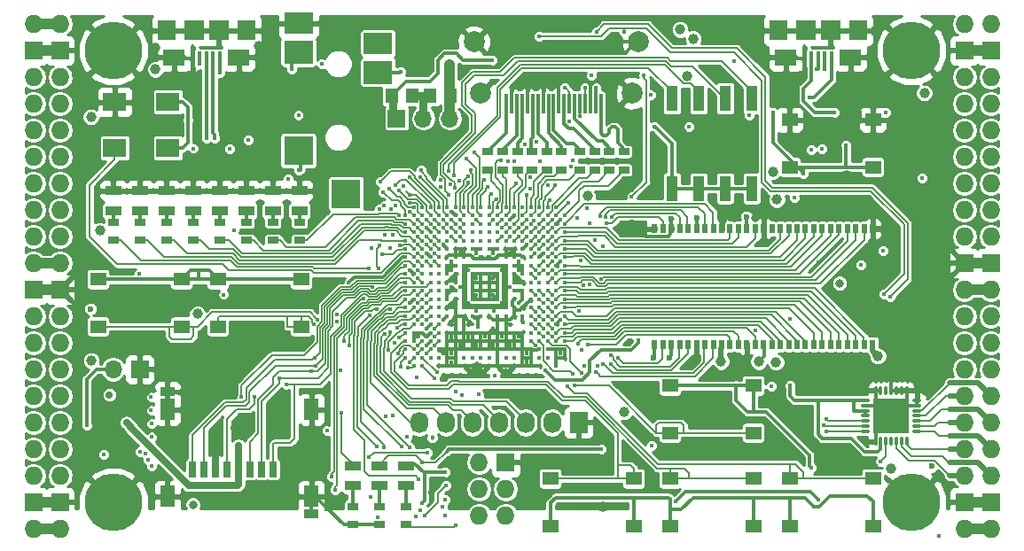
<source format=gtl>
G04 #@! TF.GenerationSoftware,KiCad,Pcbnew,5.0.0-rc3+dfsg1-2*
G04 #@! TF.CreationDate,2018-08-05T12:59:53+02:00*
G04 #@! TF.ProjectId,ulx3s,756C7833732E6B696361645F70636200,rev?*
G04 #@! TF.SameCoordinates,Original*
G04 #@! TF.FileFunction,Copper,L1,Top,Signal*
G04 #@! TF.FilePolarity,Positive*
%FSLAX46Y46*%
G04 Gerber Fmt 4.6, Leading zero omitted, Abs format (unit mm)*
G04 Created by KiCad (PCBNEW 5.0.0-rc3+dfsg1-2) date Sun Aug  5 12:59:53 2018*
%MOMM*%
%LPD*%
G01*
G04 APERTURE LIST*
G04 #@! TA.AperFunction,BGAPad,CuDef*
%ADD10C,0.400000*%
G04 #@! TD*
G04 #@! TA.AperFunction,SMDPad,CuDef*
%ADD11R,0.300000X1.900000*%
G04 #@! TD*
G04 #@! TA.AperFunction,ComponentPad*
%ADD12C,2.000000*%
G04 #@! TD*
G04 #@! TA.AperFunction,SMDPad,CuDef*
%ADD13R,1.120000X2.440000*%
G04 #@! TD*
G04 #@! TA.AperFunction,SMDPad,CuDef*
%ADD14R,0.560000X0.900000*%
G04 #@! TD*
G04 #@! TA.AperFunction,ComponentPad*
%ADD15O,1.727200X1.727200*%
G04 #@! TD*
G04 #@! TA.AperFunction,ComponentPad*
%ADD16R,1.727200X1.727200*%
G04 #@! TD*
G04 #@! TA.AperFunction,ComponentPad*
%ADD17C,5.500000*%
G04 #@! TD*
G04 #@! TA.AperFunction,SMDPad,CuDef*
%ADD18O,0.850000X0.300000*%
G04 #@! TD*
G04 #@! TA.AperFunction,SMDPad,CuDef*
%ADD19O,0.300000X0.850000*%
G04 #@! TD*
G04 #@! TA.AperFunction,SMDPad,CuDef*
%ADD20R,1.675000X1.675000*%
G04 #@! TD*
G04 #@! TA.AperFunction,ComponentPad*
%ADD21R,1.727200X2.032000*%
G04 #@! TD*
G04 #@! TA.AperFunction,ComponentPad*
%ADD22O,1.727200X2.032000*%
G04 #@! TD*
G04 #@! TA.AperFunction,SMDPad,CuDef*
%ADD23R,2.800000X2.000000*%
G04 #@! TD*
G04 #@! TA.AperFunction,SMDPad,CuDef*
%ADD24R,2.800000X2.200000*%
G04 #@! TD*
G04 #@! TA.AperFunction,SMDPad,CuDef*
%ADD25R,2.800000X2.800000*%
G04 #@! TD*
G04 #@! TA.AperFunction,SMDPad,CuDef*
%ADD26R,0.700000X1.500000*%
G04 #@! TD*
G04 #@! TA.AperFunction,SMDPad,CuDef*
%ADD27R,1.450000X0.900000*%
G04 #@! TD*
G04 #@! TA.AperFunction,SMDPad,CuDef*
%ADD28R,1.450000X2.000000*%
G04 #@! TD*
G04 #@! TA.AperFunction,SMDPad,CuDef*
%ADD29R,2.200000X1.800000*%
G04 #@! TD*
G04 #@! TA.AperFunction,SMDPad,CuDef*
%ADD30R,1.000000X0.670000*%
G04 #@! TD*
G04 #@! TA.AperFunction,SMDPad,CuDef*
%ADD31R,1.500000X0.970000*%
G04 #@! TD*
G04 #@! TA.AperFunction,ComponentPad*
%ADD32R,1.700000X1.700000*%
G04 #@! TD*
G04 #@! TA.AperFunction,ComponentPad*
%ADD33O,1.700000X1.700000*%
G04 #@! TD*
G04 #@! TA.AperFunction,SMDPad,CuDef*
%ADD34R,1.295000X1.400000*%
G04 #@! TD*
G04 #@! TA.AperFunction,SMDPad,CuDef*
%ADD35R,1.800000X1.900000*%
G04 #@! TD*
G04 #@! TA.AperFunction,SMDPad,CuDef*
%ADD36R,0.400000X1.350000*%
G04 #@! TD*
G04 #@! TA.AperFunction,SMDPad,CuDef*
%ADD37R,1.900000X1.900000*%
G04 #@! TD*
G04 #@! TA.AperFunction,SMDPad,CuDef*
%ADD38R,2.100000X1.600000*%
G04 #@! TD*
G04 #@! TA.AperFunction,SMDPad,CuDef*
%ADD39R,1.550000X1.300000*%
G04 #@! TD*
G04 #@! TA.AperFunction,ViaPad*
%ADD40C,2.000000*%
G04 #@! TD*
G04 #@! TA.AperFunction,ViaPad*
%ADD41C,0.419000*%
G04 #@! TD*
G04 #@! TA.AperFunction,ViaPad*
%ADD42C,0.454000*%
G04 #@! TD*
G04 #@! TA.AperFunction,ViaPad*
%ADD43C,0.600000*%
G04 #@! TD*
G04 #@! TA.AperFunction,ViaPad*
%ADD44C,1.000000*%
G04 #@! TD*
G04 #@! TA.AperFunction,ViaPad*
%ADD45C,0.800000*%
G04 #@! TD*
G04 #@! TA.AperFunction,ViaPad*
%ADD46C,0.700000*%
G04 #@! TD*
G04 #@! TA.AperFunction,Conductor*
%ADD47C,0.300000*%
G04 #@! TD*
G04 #@! TA.AperFunction,Conductor*
%ADD48C,0.500000*%
G04 #@! TD*
G04 #@! TA.AperFunction,Conductor*
%ADD49C,1.000000*%
G04 #@! TD*
G04 #@! TA.AperFunction,Conductor*
%ADD50C,0.700000*%
G04 #@! TD*
G04 #@! TA.AperFunction,Conductor*
%ADD51C,0.190000*%
G04 #@! TD*
G04 #@! TA.AperFunction,Conductor*
%ADD52C,0.127000*%
G04 #@! TD*
G04 #@! TA.AperFunction,Conductor*
%ADD53C,0.800000*%
G04 #@! TD*
G04 #@! TA.AperFunction,Conductor*
%ADD54C,0.200000*%
G04 #@! TD*
G04 #@! TA.AperFunction,Conductor*
%ADD55C,0.140000*%
G04 #@! TD*
G04 #@! TA.AperFunction,Conductor*
%ADD56C,0.254000*%
G04 #@! TD*
G04 APERTURE END LIST*
D10*
G04 #@! TO.P,U1,Y19*
G04 #@! TO.N,GND*
X145280000Y-95400000D03*
G04 #@! TO.P,U1,Y17*
X143680000Y-95400000D03*
G04 #@! TO.P,U1,Y16*
X142880000Y-95400000D03*
G04 #@! TO.P,U1,Y15*
X142080000Y-95400000D03*
G04 #@! TO.P,U1,Y14*
X141280000Y-95400000D03*
G04 #@! TO.P,U1,Y12*
X139680000Y-95400000D03*
G04 #@! TO.P,U1,Y11*
X138880000Y-95400000D03*
G04 #@! TO.P,U1,Y8*
X136480000Y-95400000D03*
G04 #@! TO.P,U1,Y7*
X135680000Y-95400000D03*
G04 #@! TO.P,U1,Y6*
X134880000Y-95400000D03*
G04 #@! TO.P,U1,Y5*
X134080000Y-95400000D03*
G04 #@! TO.P,U1,Y3*
G04 #@! TO.N,/flash/FPGA_DONE*
X132480000Y-95400000D03*
G04 #@! TO.P,U1,Y2*
G04 #@! TO.N,/flash/FLASH_nWP*
X131680000Y-95400000D03*
G04 #@! TO.P,U1,W20*
G04 #@! TO.N,GND*
X146080000Y-94600000D03*
G04 #@! TO.P,U1,W19*
X145280000Y-94600000D03*
G04 #@! TO.P,U1,W18*
G04 #@! TO.N,Net-(U1-PadW18)*
X144480000Y-94600000D03*
G04 #@! TO.P,U1,W17*
G04 #@! TO.N,Net-(U1-PadW17)*
X143680000Y-94600000D03*
G04 #@! TO.P,U1,W16*
G04 #@! TO.N,GND*
X142880000Y-94600000D03*
G04 #@! TO.P,U1,W15*
X142080000Y-94600000D03*
G04 #@! TO.P,U1,W14*
G04 #@! TO.N,Net-(U1-PadW14)*
X141280000Y-94600000D03*
G04 #@! TO.P,U1,W13*
G04 #@! TO.N,Net-(U1-PadW13)*
X140480000Y-94600000D03*
G04 #@! TO.P,U1,W12*
G04 #@! TO.N,GND*
X139680000Y-94600000D03*
G04 #@! TO.P,U1,W11*
G04 #@! TO.N,N/C*
X138880000Y-94600000D03*
G04 #@! TO.P,U1,W10*
X138080000Y-94600000D03*
G04 #@! TO.P,U1,W9*
G04 #@! TO.N,Net-(U1-PadW9)*
X137280000Y-94600000D03*
G04 #@! TO.P,U1,W8*
G04 #@! TO.N,Net-(U1-PadW8)*
X136480000Y-94600000D03*
G04 #@! TO.P,U1,W7*
G04 #@! TO.N,GND*
X135680000Y-94600000D03*
G04 #@! TO.P,U1,W6*
X134880000Y-94600000D03*
G04 #@! TO.P,U1,W5*
G04 #@! TO.N,Net-(U1-PadW5)*
X134080000Y-94600000D03*
G04 #@! TO.P,U1,W4*
G04 #@! TO.N,Net-(U1-PadW4)*
X133280000Y-94600000D03*
G04 #@! TO.P,U1,W3*
G04 #@! TO.N,/flash/FPGA_PROGRAMN*
X132480000Y-94600000D03*
G04 #@! TO.P,U1,W2*
G04 #@! TO.N,/flash/FLASH_MOSI*
X131680000Y-94600000D03*
G04 #@! TO.P,U1,W1*
G04 #@! TO.N,/flash/FLASH_nHOLD*
X130880000Y-94600000D03*
G04 #@! TO.P,U1,V20*
G04 #@! TO.N,GND*
X146080000Y-93800000D03*
G04 #@! TO.P,U1,V19*
X145280000Y-93800000D03*
G04 #@! TO.P,U1,V18*
X144480000Y-93800000D03*
G04 #@! TO.P,U1,V17*
X143680000Y-93800000D03*
G04 #@! TO.P,U1,V16*
X142880000Y-93800000D03*
G04 #@! TO.P,U1,V15*
X142080000Y-93800000D03*
G04 #@! TO.P,U1,V14*
X141280000Y-93800000D03*
G04 #@! TO.P,U1,V13*
X140480000Y-93800000D03*
G04 #@! TO.P,U1,V12*
X139680000Y-93800000D03*
G04 #@! TO.P,U1,V11*
X138880000Y-93800000D03*
G04 #@! TO.P,U1,V10*
X138080000Y-93800000D03*
G04 #@! TO.P,U1,V9*
X137280000Y-93800000D03*
G04 #@! TO.P,U1,V8*
X136480000Y-93800000D03*
G04 #@! TO.P,U1,V7*
X135680000Y-93800000D03*
G04 #@! TO.P,U1,V6*
X134880000Y-93800000D03*
G04 #@! TO.P,U1,V5*
X134080000Y-93800000D03*
G04 #@! TO.P,U1,V4*
G04 #@! TO.N,JTAG_TDO*
X133280000Y-93800000D03*
G04 #@! TO.P,U1,V3*
G04 #@! TO.N,/flash/FPGA_INITN*
X132480000Y-93800000D03*
G04 #@! TO.P,U1,V2*
G04 #@! TO.N,/flash/FLASH_MISO*
X131680000Y-93800000D03*
G04 #@! TO.P,U1,V1*
G04 #@! TO.N,BTN_D*
X130880000Y-93800000D03*
G04 #@! TO.P,U1,U20*
G04 #@! TO.N,SDRAM_D7*
X146080000Y-93000000D03*
G04 #@! TO.P,U1,U19*
G04 #@! TO.N,SDRAM_DQM0*
X145280000Y-93000000D03*
G04 #@! TO.P,U1,U18*
G04 #@! TO.N,GP14*
X144480000Y-93000000D03*
G04 #@! TO.P,U1,U17*
G04 #@! TO.N,GN14*
X143680000Y-93000000D03*
G04 #@! TO.P,U1,U16*
G04 #@! TO.N,ADC_MISO*
X142880000Y-93000000D03*
G04 #@! TO.P,U1,U15*
G04 #@! TO.N,GND*
X142080000Y-93000000D03*
G04 #@! TO.P,U1,U14*
X141280000Y-93000000D03*
G04 #@! TO.P,U1,U13*
X140480000Y-93000000D03*
G04 #@! TO.P,U1,U12*
X139680000Y-93000000D03*
G04 #@! TO.P,U1,U11*
X138880000Y-93000000D03*
G04 #@! TO.P,U1,U10*
X138080000Y-93000000D03*
G04 #@! TO.P,U1,U9*
X137280000Y-93000000D03*
G04 #@! TO.P,U1,U8*
X136480000Y-93000000D03*
G04 #@! TO.P,U1,U7*
X135680000Y-93000000D03*
G04 #@! TO.P,U1,U6*
X134880000Y-93000000D03*
G04 #@! TO.P,U1,U5*
G04 #@! TO.N,JTAG_TMS*
X134080000Y-93000000D03*
G04 #@! TO.P,U1,U4*
G04 #@! TO.N,GND*
X133280000Y-93000000D03*
G04 #@! TO.P,U1,U3*
G04 #@! TO.N,/flash/FLASH_SCK*
X132480000Y-93000000D03*
G04 #@! TO.P,U1,U2*
G04 #@! TO.N,+3V3*
X131680000Y-93000000D03*
G04 #@! TO.P,U1,U1*
G04 #@! TO.N,BTN_L*
X130880000Y-93000000D03*
G04 #@! TO.P,U1,T20*
G04 #@! TO.N,SDRAM_nWE*
X146080000Y-92200000D03*
G04 #@! TO.P,U1,T19*
G04 #@! TO.N,SDRAM_nCAS*
X145280000Y-92200000D03*
G04 #@! TO.P,U1,T18*
G04 #@! TO.N,SDRAM_D5*
X144480000Y-92200000D03*
G04 #@! TO.P,U1,T17*
G04 #@! TO.N,SDRAM_D6*
X143680000Y-92200000D03*
G04 #@! TO.P,U1,T16*
G04 #@! TO.N,Net-(U1-PadT16)*
X142880000Y-92200000D03*
G04 #@! TO.P,U1,T15*
G04 #@! TO.N,GND*
X142080000Y-92200000D03*
G04 #@! TO.P,U1,T14*
X141280000Y-92200000D03*
G04 #@! TO.P,U1,T13*
X140480000Y-92200000D03*
G04 #@! TO.P,U1,T12*
X139680000Y-92200000D03*
G04 #@! TO.P,U1,T11*
X138880000Y-92200000D03*
G04 #@! TO.P,U1,T10*
X138080000Y-92200000D03*
G04 #@! TO.P,U1,T9*
X137280000Y-92200000D03*
G04 #@! TO.P,U1,T8*
X136480000Y-92200000D03*
G04 #@! TO.P,U1,T7*
X135680000Y-92200000D03*
G04 #@! TO.P,U1,T6*
X134880000Y-92200000D03*
G04 #@! TO.P,U1,T5*
G04 #@! TO.N,JTAG_TCK*
X134080000Y-92200000D03*
G04 #@! TO.P,U1,T4*
G04 #@! TO.N,+3V3*
X133280000Y-92200000D03*
G04 #@! TO.P,U1,T3*
X132480000Y-92200000D03*
G04 #@! TO.P,U1,T2*
X131680000Y-92200000D03*
G04 #@! TO.P,U1,T1*
G04 #@! TO.N,BTN_F2*
X130880000Y-92200000D03*
G04 #@! TO.P,U1,R20*
G04 #@! TO.N,SDRAM_nRAS*
X146080000Y-91400000D03*
G04 #@! TO.P,U1,R19*
G04 #@! TO.N,GND*
X145280000Y-91400000D03*
G04 #@! TO.P,U1,R18*
G04 #@! TO.N,BTN_U*
X144480000Y-91400000D03*
G04 #@! TO.P,U1,R17*
G04 #@! TO.N,ADC_CSn*
X143680000Y-91400000D03*
G04 #@! TO.P,U1,R16*
G04 #@! TO.N,ADC_MOSI*
X142880000Y-91400000D03*
G04 #@! TO.P,U1,R5*
G04 #@! TO.N,JTAG_TDI*
X134080000Y-91400000D03*
G04 #@! TO.P,U1,R4*
G04 #@! TO.N,GND*
X133280000Y-91400000D03*
G04 #@! TO.P,U1,R3*
G04 #@! TO.N,Net-(U1-PadR3)*
X132480000Y-91400000D03*
G04 #@! TO.P,U1,R2*
G04 #@! TO.N,/flash/FLASH_nCS*
X131680000Y-91400000D03*
G04 #@! TO.P,U1,R1*
G04 #@! TO.N,BTN_F1*
X130880000Y-91400000D03*
G04 #@! TO.P,U1,P20*
G04 #@! TO.N,SDRAM_nCS*
X146080000Y-90600000D03*
G04 #@! TO.P,U1,P19*
G04 #@! TO.N,SDRAM_BA0*
X145280000Y-90600000D03*
G04 #@! TO.P,U1,P18*
G04 #@! TO.N,SDRAM_D4*
X144480000Y-90600000D03*
G04 #@! TO.P,U1,P17*
G04 #@! TO.N,ADC_SCLK*
X143680000Y-90600000D03*
G04 #@! TO.P,U1,P16*
G04 #@! TO.N,GN15*
X142880000Y-90600000D03*
G04 #@! TO.P,U1,P15*
G04 #@! TO.N,+2V5*
X142080000Y-90600000D03*
G04 #@! TO.P,U1,P14*
G04 #@! TO.N,GND*
X141280000Y-90600000D03*
G04 #@! TO.P,U1,P13*
X140480000Y-90600000D03*
G04 #@! TO.P,U1,P12*
X139680000Y-90600000D03*
G04 #@! TO.P,U1,P11*
X138880000Y-90600000D03*
G04 #@! TO.P,U1,P10*
G04 #@! TO.N,+3V3*
X138080000Y-90600000D03*
G04 #@! TO.P,U1,P9*
X137280000Y-90600000D03*
G04 #@! TO.P,U1,P8*
G04 #@! TO.N,GND*
X136480000Y-90600000D03*
G04 #@! TO.P,U1,P7*
X135680000Y-90600000D03*
G04 #@! TO.P,U1,P6*
G04 #@! TO.N,+2V5*
X134880000Y-90600000D03*
G04 #@! TO.P,U1,P5*
G04 #@! TO.N,SD_WP*
X134080000Y-90600000D03*
G04 #@! TO.P,U1,P4*
G04 #@! TO.N,OLED_CLK*
X133280000Y-90600000D03*
G04 #@! TO.P,U1,P3*
G04 #@! TO.N,OLED_MOSI*
X132480000Y-90600000D03*
G04 #@! TO.P,U1,P2*
G04 #@! TO.N,OLED_RES*
X131680000Y-90600000D03*
G04 #@! TO.P,U1,P1*
G04 #@! TO.N,OLED_DC*
X130880000Y-90600000D03*
G04 #@! TO.P,U1,N20*
G04 #@! TO.N,SDRAM_BA1*
X146080000Y-89800000D03*
G04 #@! TO.P,U1,N19*
G04 #@! TO.N,SDRAM_A10*
X145280000Y-89800000D03*
G04 #@! TO.P,U1,N18*
G04 #@! TO.N,SDRAM_D3*
X144480000Y-89800000D03*
G04 #@! TO.P,U1,N17*
G04 #@! TO.N,GP15*
X143680000Y-89800000D03*
G04 #@! TO.P,U1,N16*
G04 #@! TO.N,GP16*
X142880000Y-89800000D03*
G04 #@! TO.P,U1,N15*
G04 #@! TO.N,GND*
X142080000Y-89800000D03*
G04 #@! TO.P,U1,N14*
X141280000Y-89800000D03*
G04 #@! TO.P,U1,N13*
G04 #@! TO.N,+1V1*
X140480000Y-89800000D03*
G04 #@! TO.P,U1,N12*
X139680000Y-89800000D03*
G04 #@! TO.P,U1,N11*
X138880000Y-89800000D03*
G04 #@! TO.P,U1,N10*
X138080000Y-89800000D03*
G04 #@! TO.P,U1,N9*
X137280000Y-89800000D03*
G04 #@! TO.P,U1,N8*
X136480000Y-89800000D03*
G04 #@! TO.P,U1,N7*
G04 #@! TO.N,GND*
X135680000Y-89800000D03*
G04 #@! TO.P,U1,N6*
X134880000Y-89800000D03*
G04 #@! TO.P,U1,N5*
G04 #@! TO.N,SD_CD*
X134080000Y-89800000D03*
G04 #@! TO.P,U1,N4*
G04 #@! TO.N,WIFI_GPIO5*
X133280000Y-89800000D03*
G04 #@! TO.P,U1,N3*
G04 #@! TO.N,WIFI_GPIO17*
X132480000Y-89800000D03*
G04 #@! TO.P,U1,N2*
G04 #@! TO.N,OLED_CS*
X131680000Y-89800000D03*
G04 #@! TO.P,U1,N1*
G04 #@! TO.N,FTDI_nDTR*
X130880000Y-89800000D03*
G04 #@! TO.P,U1,M20*
G04 #@! TO.N,SDRAM_A0*
X146080000Y-89000000D03*
G04 #@! TO.P,U1,M19*
G04 #@! TO.N,SDRAM_A1*
X145280000Y-89000000D03*
G04 #@! TO.P,U1,M18*
G04 #@! TO.N,SDRAM_D2*
X144480000Y-89000000D03*
G04 #@! TO.P,U1,M17*
G04 #@! TO.N,GN16*
X143680000Y-89000000D03*
G04 #@! TO.P,U1,M16*
G04 #@! TO.N,GND*
X142880000Y-89000000D03*
G04 #@! TO.P,U1,M15*
G04 #@! TO.N,+3V3*
X142080000Y-89000000D03*
G04 #@! TO.P,U1,M14*
G04 #@! TO.N,GND*
X141280000Y-89000000D03*
G04 #@! TO.P,U1,M13*
G04 #@! TO.N,+1V1*
X140480000Y-89000000D03*
G04 #@! TO.P,U1,M12*
G04 #@! TO.N,GND*
X139680000Y-89000000D03*
G04 #@! TO.P,U1,M11*
X138880000Y-89000000D03*
G04 #@! TO.P,U1,M10*
X138080000Y-89000000D03*
G04 #@! TO.P,U1,M9*
X137280000Y-89000000D03*
G04 #@! TO.P,U1,M8*
G04 #@! TO.N,+1V1*
X136480000Y-89000000D03*
G04 #@! TO.P,U1,M7*
G04 #@! TO.N,GND*
X135680000Y-89000000D03*
G04 #@! TO.P,U1,M6*
G04 #@! TO.N,+3V3*
X134880000Y-89000000D03*
G04 #@! TO.P,U1,M5*
G04 #@! TO.N,Net-(U1-PadM5)*
X134080000Y-89000000D03*
G04 #@! TO.P,U1,M4*
G04 #@! TO.N,USER_PROGRAMN*
X133280000Y-89000000D03*
G04 #@! TO.P,U1,M3*
G04 #@! TO.N,FTDI_nRTS*
X132480000Y-89000000D03*
G04 #@! TO.P,U1,M2*
G04 #@! TO.N,GND*
X131680000Y-89000000D03*
G04 #@! TO.P,U1,M1*
G04 #@! TO.N,FTDI_TXD*
X130880000Y-89000000D03*
G04 #@! TO.P,U1,L20*
G04 #@! TO.N,SDRAM_A2*
X146080000Y-88200000D03*
G04 #@! TO.P,U1,L19*
G04 #@! TO.N,SDRAM_A3*
X145280000Y-88200000D03*
G04 #@! TO.P,U1,L18*
G04 #@! TO.N,SDRAM_D1*
X144480000Y-88200000D03*
G04 #@! TO.P,U1,L17*
G04 #@! TO.N,GN17*
X143680000Y-88200000D03*
G04 #@! TO.P,U1,L16*
G04 #@! TO.N,GP17*
X142880000Y-88200000D03*
G04 #@! TO.P,U1,L15*
G04 #@! TO.N,+3V3*
X142080000Y-88200000D03*
G04 #@! TO.P,U1,L14*
X141280000Y-88200000D03*
G04 #@! TO.P,U1,L13*
G04 #@! TO.N,+1V1*
X140480000Y-88200000D03*
G04 #@! TO.P,U1,L12*
G04 #@! TO.N,GND*
X139680000Y-88200000D03*
G04 #@! TO.P,U1,L11*
X138880000Y-88200000D03*
G04 #@! TO.P,U1,L10*
X138080000Y-88200000D03*
G04 #@! TO.P,U1,L9*
X137280000Y-88200000D03*
G04 #@! TO.P,U1,L8*
G04 #@! TO.N,+1V1*
X136480000Y-88200000D03*
G04 #@! TO.P,U1,L7*
G04 #@! TO.N,+3V3*
X135680000Y-88200000D03*
G04 #@! TO.P,U1,L6*
X134880000Y-88200000D03*
G04 #@! TO.P,U1,L5*
G04 #@! TO.N,Net-(U1-PadL5)*
X134080000Y-88200000D03*
G04 #@! TO.P,U1,L4*
G04 #@! TO.N,FTDI_RXD*
X133280000Y-88200000D03*
G04 #@! TO.P,U1,L3*
G04 #@! TO.N,FTDI_TXDEN*
X132480000Y-88200000D03*
G04 #@! TO.P,U1,L2*
G04 #@! TO.N,WIFI_GPIO0*
X131680000Y-88200000D03*
G04 #@! TO.P,U1,L1*
G04 #@! TO.N,WIFI_GPIO16*
X130880000Y-88200000D03*
G04 #@! TO.P,U1,K20*
G04 #@! TO.N,SDRAM_A4*
X146080000Y-87400000D03*
G04 #@! TO.P,U1,K19*
G04 #@! TO.N,SDRAM_A5*
X145280000Y-87400000D03*
G04 #@! TO.P,U1,K18*
G04 #@! TO.N,SDRAM_A6*
X144480000Y-87400000D03*
G04 #@! TO.P,U1,K17*
G04 #@! TO.N,Net-(U1-PadK17)*
X143680000Y-87400000D03*
G04 #@! TO.P,U1,K16*
G04 #@! TO.N,Net-(U1-PadK16)*
X142880000Y-87400000D03*
G04 #@! TO.P,U1,K15*
G04 #@! TO.N,GND*
X142080000Y-87400000D03*
G04 #@! TO.P,U1,K14*
X141280000Y-87400000D03*
G04 #@! TO.P,U1,K13*
G04 #@! TO.N,+1V1*
X140480000Y-87400000D03*
G04 #@! TO.P,U1,K12*
G04 #@! TO.N,GND*
X139680000Y-87400000D03*
G04 #@! TO.P,U1,K11*
X138880000Y-87400000D03*
G04 #@! TO.P,U1,K10*
X138080000Y-87400000D03*
G04 #@! TO.P,U1,K9*
X137280000Y-87400000D03*
G04 #@! TO.P,U1,K8*
G04 #@! TO.N,+1V1*
X136480000Y-87400000D03*
G04 #@! TO.P,U1,K7*
G04 #@! TO.N,GND*
X135680000Y-87400000D03*
G04 #@! TO.P,U1,K6*
X134880000Y-87400000D03*
G04 #@! TO.P,U1,K5*
G04 #@! TO.N,Net-(U1-PadK5)*
X134080000Y-87400000D03*
G04 #@! TO.P,U1,K4*
G04 #@! TO.N,WIFI_TXD*
X133280000Y-87400000D03*
G04 #@! TO.P,U1,K3*
G04 #@! TO.N,WIFI_RXD*
X132480000Y-87400000D03*
G04 #@! TO.P,U1,K2*
G04 #@! TO.N,SD_D3*
X131680000Y-87400000D03*
G04 #@! TO.P,U1,K1*
G04 #@! TO.N,SD_D2*
X130880000Y-87400000D03*
G04 #@! TO.P,U1,J20*
G04 #@! TO.N,SDRAM_A7*
X146080000Y-86600000D03*
G04 #@! TO.P,U1,J19*
G04 #@! TO.N,SDRAM_A8*
X145280000Y-86600000D03*
G04 #@! TO.P,U1,J18*
G04 #@! TO.N,SDRAM_D14*
X144480000Y-86600000D03*
G04 #@! TO.P,U1,J17*
G04 #@! TO.N,SDRAM_D15*
X143680000Y-86600000D03*
G04 #@! TO.P,U1,J16*
G04 #@! TO.N,SDRAM_D0*
X142880000Y-86600000D03*
G04 #@! TO.P,U1,J15*
G04 #@! TO.N,+3V3*
X142080000Y-86600000D03*
G04 #@! TO.P,U1,J14*
G04 #@! TO.N,GND*
X141280000Y-86600000D03*
G04 #@! TO.P,U1,J13*
G04 #@! TO.N,+1V1*
X140480000Y-86600000D03*
G04 #@! TO.P,U1,J12*
G04 #@! TO.N,GND*
X139680000Y-86600000D03*
G04 #@! TO.P,U1,J11*
X138880000Y-86600000D03*
G04 #@! TO.P,U1,J10*
X138080000Y-86600000D03*
G04 #@! TO.P,U1,J9*
X137280000Y-86600000D03*
G04 #@! TO.P,U1,J8*
G04 #@! TO.N,+1V1*
X136480000Y-86600000D03*
G04 #@! TO.P,U1,J7*
G04 #@! TO.N,GND*
X135680000Y-86600000D03*
G04 #@! TO.P,U1,J6*
G04 #@! TO.N,2V5_3V3*
X134880000Y-86600000D03*
G04 #@! TO.P,U1,J5*
G04 #@! TO.N,Net-(U1-PadJ5)*
X134080000Y-86600000D03*
G04 #@! TO.P,U1,J4*
G04 #@! TO.N,Net-(U1-PadJ4)*
X133280000Y-86600000D03*
G04 #@! TO.P,U1,J3*
G04 #@! TO.N,SD_D0*
X132480000Y-86600000D03*
G04 #@! TO.P,U1,J2*
G04 #@! TO.N,GND*
X131680000Y-86600000D03*
G04 #@! TO.P,U1,J1*
G04 #@! TO.N,SD_CMD*
X130880000Y-86600000D03*
G04 #@! TO.P,U1,H20*
G04 #@! TO.N,SDRAM_A9*
X146080000Y-85800000D03*
G04 #@! TO.P,U1,H19*
G04 #@! TO.N,GND*
X145280000Y-85800000D03*
G04 #@! TO.P,U1,H18*
G04 #@! TO.N,GP18*
X144480000Y-85800000D03*
G04 #@! TO.P,U1,H17*
G04 #@! TO.N,GN18*
X143680000Y-85800000D03*
G04 #@! TO.P,U1,H16*
G04 #@! TO.N,BTN_R*
X142880000Y-85800000D03*
G04 #@! TO.P,U1,H15*
G04 #@! TO.N,+3V3*
X142080000Y-85800000D03*
G04 #@! TO.P,U1,H14*
X141280000Y-85800000D03*
G04 #@! TO.P,U1,H13*
G04 #@! TO.N,+1V1*
X140480000Y-85800000D03*
G04 #@! TO.P,U1,H12*
X139680000Y-85800000D03*
G04 #@! TO.P,U1,H11*
X138880000Y-85800000D03*
G04 #@! TO.P,U1,H10*
X138080000Y-85800000D03*
G04 #@! TO.P,U1,H9*
X137280000Y-85800000D03*
G04 #@! TO.P,U1,H8*
X136480000Y-85800000D03*
G04 #@! TO.P,U1,H7*
G04 #@! TO.N,2V5_3V3*
X135680000Y-85800000D03*
G04 #@! TO.P,U1,H6*
X134880000Y-85800000D03*
G04 #@! TO.P,U1,H5*
G04 #@! TO.N,AUDIO_V0*
X134080000Y-85800000D03*
G04 #@! TO.P,U1,H4*
G04 #@! TO.N,GP13*
X133280000Y-85800000D03*
G04 #@! TO.P,U1,H3*
G04 #@! TO.N,LED7*
X132480000Y-85800000D03*
G04 #@! TO.P,U1,H2*
G04 #@! TO.N,SD_CLK*
X131680000Y-85800000D03*
G04 #@! TO.P,U1,H1*
G04 #@! TO.N,SD_D1*
X130880000Y-85800000D03*
G04 #@! TO.P,U1,G20*
G04 #@! TO.N,SDRAM_A11*
X146080000Y-85000000D03*
G04 #@! TO.P,U1,G19*
G04 #@! TO.N,SDRAM_A12*
X145280000Y-85000000D03*
G04 #@! TO.P,U1,G18*
G04 #@! TO.N,GN19*
X144480000Y-85000000D03*
G04 #@! TO.P,U1,G17*
G04 #@! TO.N,GND*
X143680000Y-85000000D03*
G04 #@! TO.P,U1,G16*
G04 #@! TO.N,SHUTDOWN*
X142880000Y-85000000D03*
G04 #@! TO.P,U1,G15*
G04 #@! TO.N,GND*
X142080000Y-85000000D03*
G04 #@! TO.P,U1,G14*
X141280000Y-85000000D03*
G04 #@! TO.P,U1,G13*
X140480000Y-85000000D03*
G04 #@! TO.P,U1,G12*
X139680000Y-85000000D03*
G04 #@! TO.P,U1,G11*
X138880000Y-85000000D03*
G04 #@! TO.P,U1,G10*
X138080000Y-85000000D03*
G04 #@! TO.P,U1,G9*
X137280000Y-85000000D03*
G04 #@! TO.P,U1,G8*
X136480000Y-85000000D03*
G04 #@! TO.P,U1,G7*
X135680000Y-85000000D03*
G04 #@! TO.P,U1,G6*
X134880000Y-85000000D03*
G04 #@! TO.P,U1,G5*
G04 #@! TO.N,GN13*
X134080000Y-85000000D03*
G04 #@! TO.P,U1,G4*
G04 #@! TO.N,GND*
X133280000Y-85000000D03*
G04 #@! TO.P,U1,G3*
G04 #@! TO.N,GP12*
X132480000Y-85000000D03*
G04 #@! TO.P,U1,G2*
G04 #@! TO.N,CLK_25MHz*
X131680000Y-85000000D03*
G04 #@! TO.P,U1,G1*
G04 #@! TO.N,/usb/ANT_433MHz*
X130880000Y-85000000D03*
G04 #@! TO.P,U1,F20*
G04 #@! TO.N,SDRAM_CKE*
X146080000Y-84200000D03*
G04 #@! TO.P,U1,F19*
G04 #@! TO.N,SDRAM_CLK*
X145280000Y-84200000D03*
G04 #@! TO.P,U1,F18*
G04 #@! TO.N,SDRAM_D13*
X144480000Y-84200000D03*
G04 #@! TO.P,U1,F17*
G04 #@! TO.N,GP19*
X143680000Y-84200000D03*
G04 #@! TO.P,U1,F16*
G04 #@! TO.N,USB_FPGA_D-*
X142880000Y-84200000D03*
G04 #@! TO.P,U1,F15*
G04 #@! TO.N,+2V5*
X142080000Y-84200000D03*
G04 #@! TO.P,U1,F14*
G04 #@! TO.N,GND*
X141280000Y-84200000D03*
G04 #@! TO.P,U1,F13*
X140480000Y-84200000D03*
G04 #@! TO.P,U1,F12*
G04 #@! TO.N,+3V3*
X139680000Y-84200000D03*
G04 #@! TO.P,U1,F11*
X138880000Y-84200000D03*
G04 #@! TO.P,U1,F10*
G04 #@! TO.N,2V5_3V3*
X138080000Y-84200000D03*
G04 #@! TO.P,U1,F9*
X137280000Y-84200000D03*
G04 #@! TO.P,U1,F8*
G04 #@! TO.N,GND*
X136480000Y-84200000D03*
G04 #@! TO.P,U1,F7*
X135680000Y-84200000D03*
G04 #@! TO.P,U1,F6*
G04 #@! TO.N,+2V5*
X134880000Y-84200000D03*
G04 #@! TO.P,U1,F5*
G04 #@! TO.N,AUDIO_V2*
X134080000Y-84200000D03*
G04 #@! TO.P,U1,F4*
G04 #@! TO.N,GP11*
X133280000Y-84200000D03*
G04 #@! TO.P,U1,F3*
G04 #@! TO.N,GN12*
X132480000Y-84200000D03*
G04 #@! TO.P,U1,F2*
G04 #@! TO.N,AUDIO_V1*
X131680000Y-84200000D03*
G04 #@! TO.P,U1,F1*
G04 #@! TO.N,WIFI_EN*
X130880000Y-84200000D03*
G04 #@! TO.P,U1,E20*
G04 #@! TO.N,SDRAM_DQM1*
X146080000Y-83400000D03*
G04 #@! TO.P,U1,E19*
G04 #@! TO.N,SDRAM_D8*
X145280000Y-83400000D03*
G04 #@! TO.P,U1,E18*
G04 #@! TO.N,SDRAM_D12*
X144480000Y-83400000D03*
G04 #@! TO.P,U1,E17*
G04 #@! TO.N,GN20*
X143680000Y-83400000D03*
G04 #@! TO.P,U1,E16*
G04 #@! TO.N,USB_FPGA_D+*
X142880000Y-83400000D03*
G04 #@! TO.P,U1,E15*
G04 #@! TO.N,USB_FPGA_D-*
X142080000Y-83400000D03*
G04 #@! TO.P,U1,E14*
G04 #@! TO.N,GN25*
X141280000Y-83400000D03*
G04 #@! TO.P,U1,E13*
G04 #@! TO.N,GN27*
X140480000Y-83400000D03*
G04 #@! TO.P,U1,E12*
G04 #@! TO.N,FPDI_SCL*
X139680000Y-83400000D03*
G04 #@! TO.P,U1,E11*
G04 #@! TO.N,Net-(U1-PadE11)*
X138880000Y-83400000D03*
G04 #@! TO.P,U1,E10*
G04 #@! TO.N,Net-(U1-PadE10)*
X138080000Y-83400000D03*
G04 #@! TO.P,U1,E9*
G04 #@! TO.N,Net-(U1-PadE9)*
X137280000Y-83400000D03*
G04 #@! TO.P,U1,E8*
G04 #@! TO.N,SW1*
X136480000Y-83400000D03*
G04 #@! TO.P,U1,E7*
G04 #@! TO.N,SW4*
X135680000Y-83400000D03*
G04 #@! TO.P,U1,E6*
G04 #@! TO.N,Net-(U1-PadE6)*
X134880000Y-83400000D03*
G04 #@! TO.P,U1,E5*
G04 #@! TO.N,AUDIO_V3*
X134080000Y-83400000D03*
G04 #@! TO.P,U1,E4*
G04 #@! TO.N,AUDIO_L0*
X133280000Y-83400000D03*
G04 #@! TO.P,U1,E3*
G04 #@! TO.N,GN11*
X132480000Y-83400000D03*
G04 #@! TO.P,U1,E2*
G04 #@! TO.N,LED5*
X131680000Y-83400000D03*
G04 #@! TO.P,U1,E1*
G04 #@! TO.N,LED6*
X130880000Y-83400000D03*
G04 #@! TO.P,U1,D20*
G04 #@! TO.N,SDRAM_D9*
X146080000Y-82600000D03*
G04 #@! TO.P,U1,D19*
G04 #@! TO.N,SDRAM_D10*
X145280000Y-82600000D03*
G04 #@! TO.P,U1,D18*
G04 #@! TO.N,GP20*
X144480000Y-82600000D03*
G04 #@! TO.P,U1,D17*
G04 #@! TO.N,GN21*
X143680000Y-82600000D03*
G04 #@! TO.P,U1,D16*
G04 #@! TO.N,GN24*
X142880000Y-82600000D03*
G04 #@! TO.P,U1,D15*
G04 #@! TO.N,USB_FPGA_D+*
X142080000Y-82600000D03*
G04 #@! TO.P,U1,D14*
G04 #@! TO.N,GP25*
X141280000Y-82600000D03*
G04 #@! TO.P,U1,D13*
G04 #@! TO.N,GP27*
X140480000Y-82600000D03*
G04 #@! TO.P,U1,D12*
G04 #@! TO.N,Net-(U1-PadD12)*
X139680000Y-82600000D03*
G04 #@! TO.P,U1,D11*
G04 #@! TO.N,Net-(U1-PadD11)*
X138880000Y-82600000D03*
G04 #@! TO.P,U1,D10*
G04 #@! TO.N,Net-(U1-PadD10)*
X138080000Y-82600000D03*
G04 #@! TO.P,U1,D9*
G04 #@! TO.N,Net-(U1-PadD9)*
X137280000Y-82600000D03*
G04 #@! TO.P,U1,D8*
G04 #@! TO.N,SW2*
X136480000Y-82600000D03*
G04 #@! TO.P,U1,D7*
G04 #@! TO.N,SW3*
X135680000Y-82600000D03*
G04 #@! TO.P,U1,D6*
G04 #@! TO.N,BTN_PWRn*
X134880000Y-82600000D03*
G04 #@! TO.P,U1,D5*
G04 #@! TO.N,AUDIO_R2*
X134080000Y-82600000D03*
G04 #@! TO.P,U1,D4*
G04 #@! TO.N,GND*
X133280000Y-82600000D03*
G04 #@! TO.P,U1,D3*
G04 #@! TO.N,AUDIO_L1*
X132480000Y-82600000D03*
G04 #@! TO.P,U1,D2*
G04 #@! TO.N,LED3*
X131680000Y-82600000D03*
G04 #@! TO.P,U1,D1*
G04 #@! TO.N,LED4*
X130880000Y-82600000D03*
G04 #@! TO.P,U1,C20*
G04 #@! TO.N,SDRAM_D11*
X146080000Y-81800000D03*
G04 #@! TO.P,U1,C19*
G04 #@! TO.N,GND*
X145280000Y-81800000D03*
G04 #@! TO.P,U1,C18*
G04 #@! TO.N,GP21*
X144480000Y-81800000D03*
G04 #@! TO.P,U1,C17*
G04 #@! TO.N,GN23*
X143680000Y-81800000D03*
G04 #@! TO.P,U1,C16*
G04 #@! TO.N,GP24*
X142880000Y-81800000D03*
G04 #@! TO.P,U1,C15*
G04 #@! TO.N,GN22*
X142080000Y-81800000D03*
G04 #@! TO.P,U1,C14*
G04 #@! TO.N,FPDI_D1-*
X141280000Y-81800000D03*
G04 #@! TO.P,U1,C13*
G04 #@! TO.N,GN26*
X140480000Y-81800000D03*
G04 #@! TO.P,U1,C12*
G04 #@! TO.N,USB_FPGA_PULL_D-*
X139680000Y-81800000D03*
G04 #@! TO.P,U1,C11*
G04 #@! TO.N,GN0*
X138880000Y-81800000D03*
G04 #@! TO.P,U1,C10*
G04 #@! TO.N,GN3*
X138080000Y-81800000D03*
G04 #@! TO.P,U1,C9*
G04 #@! TO.N,Net-(U1-PadC9)*
X137280000Y-81800000D03*
G04 #@! TO.P,U1,C8*
G04 #@! TO.N,GP5*
X136480000Y-81800000D03*
G04 #@! TO.P,U1,C7*
G04 #@! TO.N,GN6*
X135680000Y-81800000D03*
G04 #@! TO.P,U1,C6*
G04 #@! TO.N,GP6*
X134880000Y-81800000D03*
G04 #@! TO.P,U1,C5*
G04 #@! TO.N,AUDIO_R3*
X134080000Y-81800000D03*
G04 #@! TO.P,U1,C4*
G04 #@! TO.N,GP10*
X133280000Y-81800000D03*
G04 #@! TO.P,U1,C3*
G04 #@! TO.N,AUDIO_L2*
X132480000Y-81800000D03*
G04 #@! TO.P,U1,C2*
G04 #@! TO.N,LED1*
X131680000Y-81800000D03*
G04 #@! TO.P,U1,C1*
G04 #@! TO.N,LED2*
X130880000Y-81800000D03*
G04 #@! TO.P,U1,B20*
G04 #@! TO.N,FPDI_ETH-*
X146080000Y-81000000D03*
G04 #@! TO.P,U1,B19*
G04 #@! TO.N,FPDI_SDA*
X145280000Y-81000000D03*
G04 #@! TO.P,U1,B18*
G04 #@! TO.N,FPDI_CLK-*
X144480000Y-81000000D03*
G04 #@! TO.P,U1,B17*
G04 #@! TO.N,GP23*
X143680000Y-81000000D03*
G04 #@! TO.P,U1,B16*
G04 #@! TO.N,FPDI_D0-*
X142880000Y-81000000D03*
G04 #@! TO.P,U1,B15*
G04 #@! TO.N,GP22*
X142080000Y-81000000D03*
G04 #@! TO.P,U1,B14*
G04 #@! TO.N,GND*
X141280000Y-81000000D03*
G04 #@! TO.P,U1,B13*
G04 #@! TO.N,GP26*
X140480000Y-81000000D03*
G04 #@! TO.P,U1,B12*
G04 #@! TO.N,USB_FPGA_PULL_D+*
X139680000Y-81000000D03*
G04 #@! TO.P,U1,B11*
G04 #@! TO.N,GP0*
X138880000Y-81000000D03*
G04 #@! TO.P,U1,B10*
G04 #@! TO.N,GN2*
X138080000Y-81000000D03*
G04 #@! TO.P,U1,B9*
G04 #@! TO.N,GP3*
X137280000Y-81000000D03*
G04 #@! TO.P,U1,B8*
G04 #@! TO.N,GN5*
X136480000Y-81000000D03*
G04 #@! TO.P,U1,B7*
G04 #@! TO.N,GND*
X135680000Y-81000000D03*
G04 #@! TO.P,U1,B6*
G04 #@! TO.N,GN7*
X134880000Y-81000000D03*
G04 #@! TO.P,U1,B5*
G04 #@! TO.N,AUDIO_R1*
X134080000Y-81000000D03*
G04 #@! TO.P,U1,B4*
G04 #@! TO.N,GN10*
X133280000Y-81000000D03*
G04 #@! TO.P,U1,B3*
G04 #@! TO.N,AUDIO_L3*
X132480000Y-81000000D03*
G04 #@! TO.P,U1,B2*
G04 #@! TO.N,LED0*
X131680000Y-81000000D03*
G04 #@! TO.P,U1,B1*
G04 #@! TO.N,GN9*
X130880000Y-81000000D03*
G04 #@! TO.P,U1,A19*
G04 #@! TO.N,FPDI_ETH+*
X145280000Y-80200000D03*
G04 #@! TO.P,U1,A18*
G04 #@! TO.N,/gpdi/FPDI_CEC*
X144480000Y-80200000D03*
G04 #@! TO.P,U1,A17*
G04 #@! TO.N,FPDI_CLK+*
X143680000Y-80200000D03*
G04 #@! TO.P,U1,A16*
G04 #@! TO.N,FPDI_D0+*
X142880000Y-80200000D03*
G04 #@! TO.P,U1,A15*
G04 #@! TO.N,Net-(U1-PadA15)*
X142080000Y-80200000D03*
G04 #@! TO.P,U1,A14*
G04 #@! TO.N,FPDI_D1+*
X141280000Y-80200000D03*
G04 #@! TO.P,U1,A13*
G04 #@! TO.N,FPDI_D2-*
X140480000Y-80200000D03*
G04 #@! TO.P,U1,A12*
G04 #@! TO.N,FPDI_D2+*
X139680000Y-80200000D03*
G04 #@! TO.P,U1,A11*
G04 #@! TO.N,GN1*
X138880000Y-80200000D03*
G04 #@! TO.P,U1,A10*
G04 #@! TO.N,GP1*
X138080000Y-80200000D03*
G04 #@! TO.P,U1,A9*
G04 #@! TO.N,GP2*
X137280000Y-80200000D03*
G04 #@! TO.P,U1,A8*
G04 #@! TO.N,GN4*
X136480000Y-80200000D03*
G04 #@! TO.P,U1,A7*
G04 #@! TO.N,GP4*
X135680000Y-80200000D03*
G04 #@! TO.P,U1,A6*
G04 #@! TO.N,GP7*
X134880000Y-80200000D03*
G04 #@! TO.P,U1,A5*
G04 #@! TO.N,GN8*
X134080000Y-80200000D03*
G04 #@! TO.P,U1,A4*
G04 #@! TO.N,GP8*
X133280000Y-80200000D03*
G04 #@! TO.P,U1,A3*
G04 #@! TO.N,AUDIO_R0*
X132480000Y-80200000D03*
G04 #@! TO.P,U1,A2*
G04 #@! TO.N,GP9*
X131680000Y-80200000D03*
G04 #@! TD*
D11*
G04 #@! TO.P,GPDI1,19*
G04 #@! TO.N,/gpdi/GPDI_ETH-*
X149546000Y-70312000D03*
G04 #@! TO.P,GPDI1,18*
G04 #@! TO.N,+5V*
X149046000Y-70312000D03*
G04 #@! TO.P,GPDI1,17*
G04 #@! TO.N,GND*
X148546000Y-70312000D03*
G04 #@! TO.P,GPDI1,16*
G04 #@! TO.N,GPDI_SDA*
X148046000Y-70312000D03*
G04 #@! TO.P,GPDI1,15*
G04 #@! TO.N,GPDI_SCL*
X147546000Y-70312000D03*
G04 #@! TO.P,GPDI1,14*
G04 #@! TO.N,/gpdi/GPDI_ETH+*
X147046000Y-70312000D03*
G04 #@! TO.P,GPDI1,13*
G04 #@! TO.N,GPDI_CEC*
X146546000Y-70312000D03*
G04 #@! TO.P,GPDI1,12*
G04 #@! TO.N,/gpdi/GPDI_CLK-*
X146046000Y-70312000D03*
G04 #@! TO.P,GPDI1,11*
G04 #@! TO.N,GND*
X145546000Y-70312000D03*
G04 #@! TO.P,GPDI1,10*
G04 #@! TO.N,/gpdi/GPDI_CLK+*
X145046000Y-70312000D03*
G04 #@! TO.P,GPDI1,9*
G04 #@! TO.N,/gpdi/GPDI_D0-*
X144546000Y-70312000D03*
G04 #@! TO.P,GPDI1,8*
G04 #@! TO.N,GND*
X144046000Y-70312000D03*
G04 #@! TO.P,GPDI1,7*
G04 #@! TO.N,/gpdi/GPDI_D0+*
X143546000Y-70312000D03*
G04 #@! TO.P,GPDI1,6*
G04 #@! TO.N,/gpdi/GPDI_D1-*
X143046000Y-70312000D03*
G04 #@! TO.P,GPDI1,5*
G04 #@! TO.N,GND*
X142546000Y-70312000D03*
G04 #@! TO.P,GPDI1,4*
G04 #@! TO.N,/gpdi/GPDI_D1+*
X142046000Y-70312000D03*
G04 #@! TO.P,GPDI1,3*
G04 #@! TO.N,/gpdi/GPDI_D2-*
X141546000Y-70312000D03*
G04 #@! TO.P,GPDI1,2*
G04 #@! TO.N,GND*
X141046000Y-70312000D03*
G04 #@! TO.P,GPDI1,1*
G04 #@! TO.N,/gpdi/GPDI_D2+*
X140546000Y-70312000D03*
D12*
G04 #@! TO.P,GPDI1,0*
G04 #@! TO.N,GND*
X152546000Y-69312000D03*
X138046000Y-69312000D03*
X153146000Y-64412000D03*
X137446000Y-64412000D03*
G04 #@! TD*
D13*
G04 #@! TO.P,SW1,8*
G04 #@! TO.N,SW1*
X156330000Y-69815000D03*
G04 #@! TO.P,SW1,4*
G04 #@! TO.N,/blinkey/SWPU*
X163950000Y-78425000D03*
G04 #@! TO.P,SW1,7*
G04 #@! TO.N,SW2*
X158870000Y-69815000D03*
G04 #@! TO.P,SW1,3*
G04 #@! TO.N,/blinkey/SWPU*
X161410000Y-78425000D03*
G04 #@! TO.P,SW1,6*
G04 #@! TO.N,SW3*
X161410000Y-69815000D03*
G04 #@! TO.P,SW1,2*
G04 #@! TO.N,/blinkey/SWPU*
X158870000Y-78425000D03*
G04 #@! TO.P,SW1,5*
G04 #@! TO.N,SW4*
X163950000Y-69815000D03*
G04 #@! TO.P,SW1,1*
G04 #@! TO.N,/blinkey/SWPU*
X156330000Y-78425000D03*
G04 #@! TD*
D14*
G04 #@! TO.P,U2,28*
G04 #@! TO.N,GND*
X175493000Y-82270000D03*
G04 #@! TO.P,U2,1*
G04 #@! TO.N,+3V3*
X154693000Y-93330000D03*
G04 #@! TO.P,U2,2*
G04 #@! TO.N,SDRAM_D0*
X155493000Y-93330000D03*
G04 #@! TO.P,U2,3*
G04 #@! TO.N,+3V3*
X156293000Y-93330000D03*
G04 #@! TO.P,U2,4*
G04 #@! TO.N,SDRAM_D1*
X157093000Y-93330000D03*
G04 #@! TO.P,U2,5*
G04 #@! TO.N,SDRAM_D2*
X157893000Y-93330000D03*
G04 #@! TO.P,U2,6*
G04 #@! TO.N,GND*
X158693000Y-93330000D03*
G04 #@! TO.P,U2,7*
G04 #@! TO.N,SDRAM_D3*
X159493000Y-93330000D03*
G04 #@! TO.P,U2,8*
G04 #@! TO.N,SDRAM_D4*
X160293000Y-93330000D03*
G04 #@! TO.P,U2,9*
G04 #@! TO.N,+3V3*
X161093000Y-93330000D03*
G04 #@! TO.P,U2,10*
G04 #@! TO.N,SDRAM_D5*
X161893000Y-93330000D03*
G04 #@! TO.P,U2,11*
G04 #@! TO.N,SDRAM_D6*
X162693000Y-93330000D03*
G04 #@! TO.P,U2,12*
G04 #@! TO.N,GND*
X163493000Y-93330000D03*
G04 #@! TO.P,U2,13*
G04 #@! TO.N,SDRAM_D7*
X164293000Y-93330000D03*
G04 #@! TO.P,U2,14*
G04 #@! TO.N,+3V3*
X165093000Y-93330000D03*
G04 #@! TO.P,U2,15*
G04 #@! TO.N,SDRAM_DQM0*
X165893000Y-93330000D03*
G04 #@! TO.P,U2,16*
G04 #@! TO.N,SDRAM_nWE*
X166693000Y-93330000D03*
G04 #@! TO.P,U2,17*
G04 #@! TO.N,SDRAM_nCAS*
X167493000Y-93330000D03*
G04 #@! TO.P,U2,18*
G04 #@! TO.N,SDRAM_nRAS*
X168293000Y-93330000D03*
G04 #@! TO.P,U2,19*
G04 #@! TO.N,SDRAM_nCS*
X169093000Y-93330000D03*
G04 #@! TO.P,U2,20*
G04 #@! TO.N,SDRAM_BA0*
X169893000Y-93330000D03*
G04 #@! TO.P,U2,21*
G04 #@! TO.N,SDRAM_BA1*
X170693000Y-93330000D03*
G04 #@! TO.P,U2,22*
G04 #@! TO.N,SDRAM_A10*
X171493000Y-93330000D03*
G04 #@! TO.P,U2,23*
G04 #@! TO.N,SDRAM_A0*
X172293000Y-93330000D03*
G04 #@! TO.P,U2,24*
G04 #@! TO.N,SDRAM_A1*
X173093000Y-93330000D03*
G04 #@! TO.P,U2,25*
G04 #@! TO.N,SDRAM_A2*
X173893000Y-93330000D03*
G04 #@! TO.P,U2,26*
G04 #@! TO.N,SDRAM_A3*
X174693000Y-93330000D03*
G04 #@! TO.P,U2,27*
G04 #@! TO.N,+3V3*
X175493000Y-93330000D03*
G04 #@! TO.P,U2,29*
G04 #@! TO.N,SDRAM_A4*
X174693000Y-82270000D03*
G04 #@! TO.P,U2,30*
G04 #@! TO.N,SDRAM_A5*
X173893000Y-82270000D03*
G04 #@! TO.P,U2,31*
G04 #@! TO.N,SDRAM_A6*
X173093000Y-82270000D03*
G04 #@! TO.P,U2,32*
G04 #@! TO.N,SDRAM_A7*
X172293000Y-82270000D03*
G04 #@! TO.P,U2,33*
G04 #@! TO.N,SDRAM_A8*
X171493000Y-82270000D03*
G04 #@! TO.P,U2,34*
G04 #@! TO.N,SDRAM_A9*
X170693000Y-82270000D03*
G04 #@! TO.P,U2,35*
G04 #@! TO.N,SDRAM_A11*
X169893000Y-82270000D03*
G04 #@! TO.P,U2,36*
G04 #@! TO.N,SDRAM_A12*
X169093000Y-82270000D03*
G04 #@! TO.P,U2,37*
G04 #@! TO.N,SDRAM_CKE*
X168293000Y-82270000D03*
G04 #@! TO.P,U2,38*
G04 #@! TO.N,SDRAM_CLK*
X167493000Y-82270000D03*
G04 #@! TO.P,U2,39*
G04 #@! TO.N,SDRAM_DQM1*
X166693000Y-82270000D03*
G04 #@! TO.P,U2,40*
G04 #@! TO.N,N/C*
X165893000Y-82270000D03*
G04 #@! TO.P,U2,41*
G04 #@! TO.N,GND*
X165093000Y-82270000D03*
G04 #@! TO.P,U2,42*
G04 #@! TO.N,SDRAM_D8*
X164293000Y-82270000D03*
G04 #@! TO.P,U2,43*
G04 #@! TO.N,+3V3*
X163493000Y-82270000D03*
G04 #@! TO.P,U2,44*
G04 #@! TO.N,SDRAM_D9*
X162693000Y-82270000D03*
G04 #@! TO.P,U2,45*
G04 #@! TO.N,SDRAM_D10*
X161893000Y-82270000D03*
G04 #@! TO.P,U2,46*
G04 #@! TO.N,GND*
X161093000Y-82270000D03*
G04 #@! TO.P,U2,47*
G04 #@! TO.N,SDRAM_D11*
X160293000Y-82270000D03*
G04 #@! TO.P,U2,48*
G04 #@! TO.N,SDRAM_D12*
X159493000Y-82270000D03*
G04 #@! TO.P,U2,49*
G04 #@! TO.N,+3V3*
X158693000Y-82270000D03*
G04 #@! TO.P,U2,50*
G04 #@! TO.N,SDRAM_D13*
X157893000Y-82270000D03*
G04 #@! TO.P,U2,51*
G04 #@! TO.N,SDRAM_D14*
X157093000Y-82270000D03*
G04 #@! TO.P,U2,52*
G04 #@! TO.N,GND*
X156293000Y-82270000D03*
G04 #@! TO.P,U2,53*
G04 #@! TO.N,SDRAM_D15*
X155493000Y-82270000D03*
G04 #@! TO.P,U2,54*
G04 #@! TO.N,GND*
X154693000Y-82270000D03*
G04 #@! TD*
D15*
G04 #@! TO.P,J1,1*
G04 #@! TO.N,2V5_3V3*
X97910000Y-62690000D03*
G04 #@! TO.P,J1,2*
X95370000Y-62690000D03*
D16*
G04 #@! TO.P,J1,3*
G04 #@! TO.N,GND*
X97910000Y-65230000D03*
G04 #@! TO.P,J1,4*
X95370000Y-65230000D03*
D15*
G04 #@! TO.P,J1,5*
G04 #@! TO.N,GN0*
X97910000Y-67770000D03*
G04 #@! TO.P,J1,6*
G04 #@! TO.N,GP0*
X95370000Y-67770000D03*
G04 #@! TO.P,J1,7*
G04 #@! TO.N,GN1*
X97910000Y-70310000D03*
G04 #@! TO.P,J1,8*
G04 #@! TO.N,GP1*
X95370000Y-70310000D03*
G04 #@! TO.P,J1,9*
G04 #@! TO.N,GN2*
X97910000Y-72850000D03*
G04 #@! TO.P,J1,10*
G04 #@! TO.N,GP2*
X95370000Y-72850000D03*
G04 #@! TO.P,J1,11*
G04 #@! TO.N,GN3*
X97910000Y-75390000D03*
G04 #@! TO.P,J1,12*
G04 #@! TO.N,GP3*
X95370000Y-75390000D03*
G04 #@! TO.P,J1,13*
G04 #@! TO.N,GN4*
X97910000Y-77930000D03*
G04 #@! TO.P,J1,14*
G04 #@! TO.N,GP4*
X95370000Y-77930000D03*
G04 #@! TO.P,J1,15*
G04 #@! TO.N,GN5*
X97910000Y-80470000D03*
G04 #@! TO.P,J1,16*
G04 #@! TO.N,GP5*
X95370000Y-80470000D03*
G04 #@! TO.P,J1,17*
G04 #@! TO.N,GN6*
X97910000Y-83010000D03*
G04 #@! TO.P,J1,18*
G04 #@! TO.N,GP6*
X95370000Y-83010000D03*
G04 #@! TO.P,J1,19*
G04 #@! TO.N,2V5_3V3*
X97910000Y-85550000D03*
G04 #@! TO.P,J1,20*
X95370000Y-85550000D03*
D16*
G04 #@! TO.P,J1,21*
G04 #@! TO.N,GND*
X97910000Y-88090000D03*
G04 #@! TO.P,J1,22*
X95370000Y-88090000D03*
D15*
G04 #@! TO.P,J1,23*
G04 #@! TO.N,GN7*
X97910000Y-90630000D03*
G04 #@! TO.P,J1,24*
G04 #@! TO.N,GP7*
X95370000Y-90630000D03*
G04 #@! TO.P,J1,25*
G04 #@! TO.N,GN8*
X97910000Y-93170000D03*
G04 #@! TO.P,J1,26*
G04 #@! TO.N,GP8*
X95370000Y-93170000D03*
G04 #@! TO.P,J1,27*
G04 #@! TO.N,GN9*
X97910000Y-95710000D03*
G04 #@! TO.P,J1,28*
G04 #@! TO.N,GP9*
X95370000Y-95710000D03*
G04 #@! TO.P,J1,29*
G04 #@! TO.N,GN10*
X97910000Y-98250000D03*
G04 #@! TO.P,J1,30*
G04 #@! TO.N,GP10*
X95370000Y-98250000D03*
G04 #@! TO.P,J1,31*
G04 #@! TO.N,GN11*
X97910000Y-100790000D03*
G04 #@! TO.P,J1,32*
G04 #@! TO.N,GP11*
X95370000Y-100790000D03*
G04 #@! TO.P,J1,33*
G04 #@! TO.N,GN12*
X97910000Y-103330000D03*
G04 #@! TO.P,J1,34*
G04 #@! TO.N,GP12*
X95370000Y-103330000D03*
G04 #@! TO.P,J1,35*
G04 #@! TO.N,GN13*
X97910000Y-105870000D03*
G04 #@! TO.P,J1,36*
G04 #@! TO.N,GP13*
X95370000Y-105870000D03*
D16*
G04 #@! TO.P,J1,37*
G04 #@! TO.N,GND*
X97910000Y-108410000D03*
G04 #@! TO.P,J1,38*
X95370000Y-108410000D03*
D15*
G04 #@! TO.P,J1,39*
G04 #@! TO.N,2V5_3V3*
X97910000Y-110950000D03*
G04 #@! TO.P,J1,40*
X95370000Y-110950000D03*
G04 #@! TD*
G04 #@! TO.P,J2,1*
G04 #@! TO.N,+3V3*
X184270000Y-110950000D03*
G04 #@! TO.P,J2,2*
X186810000Y-110950000D03*
D16*
G04 #@! TO.P,J2,3*
G04 #@! TO.N,GND*
X184270000Y-108410000D03*
G04 #@! TO.P,J2,4*
X186810000Y-108410000D03*
D15*
G04 #@! TO.P,J2,5*
G04 #@! TO.N,GN14*
X184270000Y-105870000D03*
G04 #@! TO.P,J2,6*
G04 #@! TO.N,GP14*
X186810000Y-105870000D03*
G04 #@! TO.P,J2,7*
G04 #@! TO.N,GN15*
X184270000Y-103330000D03*
G04 #@! TO.P,J2,8*
G04 #@! TO.N,GP15*
X186810000Y-103330000D03*
G04 #@! TO.P,J2,9*
G04 #@! TO.N,GN16*
X184270000Y-100790000D03*
G04 #@! TO.P,J2,10*
G04 #@! TO.N,GP16*
X186810000Y-100790000D03*
G04 #@! TO.P,J2,11*
G04 #@! TO.N,GN17*
X184270000Y-98250000D03*
G04 #@! TO.P,J2,12*
G04 #@! TO.N,GP17*
X186810000Y-98250000D03*
G04 #@! TO.P,J2,13*
G04 #@! TO.N,GN18*
X184270000Y-95710000D03*
G04 #@! TO.P,J2,14*
G04 #@! TO.N,GP18*
X186810000Y-95710000D03*
G04 #@! TO.P,J2,15*
G04 #@! TO.N,GN19*
X184270000Y-93170000D03*
G04 #@! TO.P,J2,16*
G04 #@! TO.N,GP19*
X186810000Y-93170000D03*
G04 #@! TO.P,J2,17*
G04 #@! TO.N,GN20*
X184270000Y-90630000D03*
G04 #@! TO.P,J2,18*
G04 #@! TO.N,GP20*
X186810000Y-90630000D03*
G04 #@! TO.P,J2,19*
G04 #@! TO.N,+3V3*
X184270000Y-88090000D03*
G04 #@! TO.P,J2,20*
X186810000Y-88090000D03*
D16*
G04 #@! TO.P,J2,21*
G04 #@! TO.N,GND*
X184270000Y-85550000D03*
G04 #@! TO.P,J2,22*
X186810000Y-85550000D03*
D15*
G04 #@! TO.P,J2,23*
G04 #@! TO.N,GN21*
X184270000Y-83010000D03*
G04 #@! TO.P,J2,24*
G04 #@! TO.N,GP21*
X186810000Y-83010000D03*
G04 #@! TO.P,J2,25*
G04 #@! TO.N,GN22*
X184270000Y-80470000D03*
G04 #@! TO.P,J2,26*
G04 #@! TO.N,GP22*
X186810000Y-80470000D03*
G04 #@! TO.P,J2,27*
G04 #@! TO.N,GN23*
X184270000Y-77930000D03*
G04 #@! TO.P,J2,28*
G04 #@! TO.N,GP23*
X186810000Y-77930000D03*
G04 #@! TO.P,J2,29*
G04 #@! TO.N,GN24*
X184270000Y-75390000D03*
G04 #@! TO.P,J2,30*
G04 #@! TO.N,GP24*
X186810000Y-75390000D03*
G04 #@! TO.P,J2,31*
G04 #@! TO.N,GN25*
X184270000Y-72850000D03*
G04 #@! TO.P,J2,32*
G04 #@! TO.N,GP25*
X186810000Y-72850000D03*
G04 #@! TO.P,J2,33*
G04 #@! TO.N,GN26*
X184270000Y-70310000D03*
G04 #@! TO.P,J2,34*
G04 #@! TO.N,GP26*
X186810000Y-70310000D03*
G04 #@! TO.P,J2,35*
G04 #@! TO.N,GN27*
X184270000Y-67770000D03*
G04 #@! TO.P,J2,36*
G04 #@! TO.N,GP27*
X186810000Y-67770000D03*
D16*
G04 #@! TO.P,J2,37*
G04 #@! TO.N,GND*
X184270000Y-65230000D03*
G04 #@! TO.P,J2,38*
X186810000Y-65230000D03*
D15*
G04 #@! TO.P,J2,39*
G04 #@! TO.N,/gpio/IN5V*
X184270000Y-62690000D03*
G04 #@! TO.P,J2,40*
G04 #@! TO.N,/gpio/OUT5V*
X186810000Y-62690000D03*
G04 #@! TD*
D17*
G04 #@! TO.P,H1,1*
G04 #@! TO.N,GND*
X102990000Y-108410000D03*
G04 #@! TD*
G04 #@! TO.P,H2,1*
G04 #@! TO.N,GND*
X179190000Y-108410000D03*
G04 #@! TD*
G04 #@! TO.P,H3,1*
G04 #@! TO.N,GND*
X179190000Y-65230000D03*
G04 #@! TD*
G04 #@! TO.P,H4,1*
G04 #@! TO.N,GND*
X102990000Y-65230000D03*
G04 #@! TD*
D16*
G04 #@! TO.P,J4,1*
G04 #@! TO.N,GND*
X140455000Y-104600000D03*
D15*
G04 #@! TO.P,J4,2*
G04 #@! TO.N,+3V3*
X137915000Y-104600000D03*
G04 #@! TO.P,J4,3*
G04 #@! TO.N,JTAG_TDI*
X140455000Y-107140000D03*
G04 #@! TO.P,J4,4*
G04 #@! TO.N,JTAG_TCK*
X137915000Y-107140000D03*
G04 #@! TO.P,J4,5*
G04 #@! TO.N,JTAG_TMS*
X140455000Y-109680000D03*
G04 #@! TO.P,J4,6*
G04 #@! TO.N,JTAG_TDO*
X137915000Y-109680000D03*
G04 #@! TD*
D18*
G04 #@! TO.P,U8,1*
G04 #@! TO.N,GP15*
X179735000Y-101655000D03*
G04 #@! TO.P,U8,2*
G04 #@! TO.N,GN16*
X179735000Y-101155000D03*
G04 #@! TO.P,U8,3*
G04 #@! TO.N,GP16*
X179735000Y-100655000D03*
G04 #@! TO.P,U8,4*
G04 #@! TO.N,GN17*
X179735000Y-100155000D03*
G04 #@! TO.P,U8,5*
G04 #@! TO.N,GP17*
X179735000Y-99655000D03*
G04 #@! TO.P,U8,6*
G04 #@! TO.N,GND*
X179735000Y-99155000D03*
G04 #@! TO.P,U8,7*
X179735000Y-98655000D03*
D19*
G04 #@! TO.P,U8,8*
X178785000Y-97705000D03*
G04 #@! TO.P,U8,9*
X178285000Y-97705000D03*
G04 #@! TO.P,U8,10*
X177785000Y-97705000D03*
G04 #@! TO.P,U8,11*
X177285000Y-97705000D03*
G04 #@! TO.P,U8,12*
G04 #@! TO.N,Net-(U8-Pad12)*
X176785000Y-97705000D03*
G04 #@! TO.P,U8,13*
G04 #@! TO.N,GND*
X176285000Y-97705000D03*
G04 #@! TO.P,U8,14*
X175785000Y-97705000D03*
D18*
G04 #@! TO.P,U8,15*
G04 #@! TO.N,/analog/ADC3V3*
X174835000Y-98655000D03*
G04 #@! TO.P,U8,16*
G04 #@! TO.N,GND*
X174835000Y-99155000D03*
G04 #@! TO.P,U8,17*
G04 #@! TO.N,/analog/ADC3V3*
X174835000Y-99655000D03*
G04 #@! TO.P,U8,18*
X174835000Y-100155000D03*
G04 #@! TO.P,U8,19*
G04 #@! TO.N,ADC_SCLK*
X174835000Y-100655000D03*
G04 #@! TO.P,U8,20*
G04 #@! TO.N,ADC_CSn*
X174835000Y-101155000D03*
G04 #@! TO.P,U8,21*
G04 #@! TO.N,ADC_MOSI*
X174835000Y-101655000D03*
D19*
G04 #@! TO.P,U8,22*
G04 #@! TO.N,GND*
X175785000Y-102605000D03*
G04 #@! TO.P,U8,23*
G04 #@! TO.N,/analog/ADC3V3*
X176285000Y-102605000D03*
G04 #@! TO.P,U8,24*
G04 #@! TO.N,ADC_MISO*
X176785000Y-102605000D03*
G04 #@! TO.P,U8,25*
G04 #@! TO.N,Net-(U8-Pad25)*
X177285000Y-102605000D03*
G04 #@! TO.P,U8,26*
G04 #@! TO.N,GN14*
X177785000Y-102605000D03*
G04 #@! TO.P,U8,27*
G04 #@! TO.N,GP14*
X178285000Y-102605000D03*
G04 #@! TO.P,U8,28*
G04 #@! TO.N,GN15*
X178785000Y-102605000D03*
D20*
G04 #@! TO.P,U8,29*
G04 #@! TO.N,GND*
X176447500Y-99317500D03*
X176447500Y-100992500D03*
X178122500Y-99317500D03*
X178122500Y-100992500D03*
G04 #@! TD*
D21*
G04 #@! TO.P,OLED1,1*
G04 #@! TO.N,GND*
X147440000Y-100790000D03*
D22*
G04 #@! TO.P,OLED1,2*
G04 #@! TO.N,+3V3*
X144900000Y-100790000D03*
G04 #@! TO.P,OLED1,3*
G04 #@! TO.N,OLED_CLK*
X142360000Y-100790000D03*
G04 #@! TO.P,OLED1,4*
G04 #@! TO.N,OLED_MOSI*
X139820000Y-100790000D03*
G04 #@! TO.P,OLED1,5*
G04 #@! TO.N,OLED_RES*
X137280000Y-100790000D03*
G04 #@! TO.P,OLED1,6*
G04 #@! TO.N,OLED_DC*
X134740000Y-100790000D03*
G04 #@! TO.P,OLED1,7*
G04 #@! TO.N,OLED_CS*
X132200000Y-100790000D03*
G04 #@! TD*
D23*
G04 #@! TO.P,AUDIO1,1*
G04 #@! TO.N,GND*
X120668000Y-62618000D03*
D24*
G04 #@! TO.P,AUDIO1,4*
G04 #@! TO.N,/analog/AUDIO_V*
X120668000Y-65418000D03*
D25*
G04 #@! TO.P,AUDIO1,2*
G04 #@! TO.N,/analog/AUDIO_L*
X120668000Y-74818000D03*
G04 #@! TO.P,AUDIO1,5*
G04 #@! TO.N,Net-(AUDIO1-Pad5)*
X125218000Y-78918000D03*
D24*
G04 #@! TO.P,AUDIO1,3*
G04 #@! TO.N,/analog/AUDIO_R*
X128268000Y-67318000D03*
D23*
G04 #@! TO.P,AUDIO1,6*
G04 #@! TO.N,Net-(AUDIO1-Pad6)*
X128268000Y-64518000D03*
G04 #@! TD*
D26*
G04 #@! TO.P,SD1,1*
G04 #@! TO.N,SD_D2*
X118250000Y-105250000D03*
G04 #@! TO.P,SD1,2*
G04 #@! TO.N,SD_D3*
X117150000Y-105250000D03*
G04 #@! TO.P,SD1,3*
G04 #@! TO.N,SD_CMD*
X116050000Y-105250000D03*
G04 #@! TO.P,SD1,4*
G04 #@! TO.N,/sdcard/SD3V3*
X114950000Y-105250000D03*
G04 #@! TO.P,SD1,5*
G04 #@! TO.N,SD_CLK*
X113850000Y-105250000D03*
G04 #@! TO.P,SD1,6*
G04 #@! TO.N,GND*
X112750000Y-105250000D03*
G04 #@! TO.P,SD1,7*
G04 #@! TO.N,SD_D0*
X111650000Y-105250000D03*
G04 #@! TO.P,SD1,8*
G04 #@! TO.N,SD_D1*
X110550000Y-105250000D03*
D27*
G04 #@! TO.P,SD1,10*
G04 #@! TO.N,GND*
X121925000Y-109550000D03*
G04 #@! TO.P,SD1,11*
X108175000Y-97850000D03*
D28*
G04 #@! TO.P,SD1,9*
X108175000Y-107850000D03*
X121925000Y-107850000D03*
X121925000Y-99550000D03*
X108175000Y-99550000D03*
G04 #@! TD*
D29*
G04 #@! TO.P,Y1,1*
G04 #@! TO.N,+3V3*
X108212000Y-70160000D03*
G04 #@! TO.P,Y1,2*
G04 #@! TO.N,GND*
X103132000Y-70160000D03*
G04 #@! TO.P,Y1,3*
G04 #@! TO.N,CLK_25MHz*
X103132000Y-74560000D03*
G04 #@! TO.P,Y1,4*
G04 #@! TO.N,+3V3*
X108212000Y-74560000D03*
G04 #@! TD*
D30*
G04 #@! TO.P,C36,1*
G04 #@! TO.N,FPDI_ETH+*
X150361000Y-76646000D03*
G04 #@! TO.P,C36,2*
G04 #@! TO.N,/gpdi/GPDI_ETH+*
X150361000Y-74896000D03*
G04 #@! TD*
G04 #@! TO.P,C37,2*
G04 #@! TO.N,/gpdi/GPDI_ETH-*
X151758000Y-74896000D03*
G04 #@! TO.P,C37,1*
G04 #@! TO.N,FPDI_ETH-*
X151758000Y-76646000D03*
G04 #@! TD*
G04 #@! TO.P,C38,2*
G04 #@! TO.N,/gpdi/GPDI_D2-*
X140201000Y-74896000D03*
G04 #@! TO.P,C38,1*
G04 #@! TO.N,FPDI_D2-*
X140201000Y-76646000D03*
G04 #@! TD*
G04 #@! TO.P,C39,1*
G04 #@! TO.N,FPDI_D1-*
X142995000Y-76646000D03*
G04 #@! TO.P,C39,2*
G04 #@! TO.N,/gpdi/GPDI_D1-*
X142995000Y-74896000D03*
G04 #@! TD*
G04 #@! TO.P,C40,1*
G04 #@! TO.N,FPDI_D0-*
X145789000Y-76646000D03*
G04 #@! TO.P,C40,2*
G04 #@! TO.N,/gpdi/GPDI_D0-*
X145789000Y-74896000D03*
G04 #@! TD*
G04 #@! TO.P,C41,2*
G04 #@! TO.N,/gpdi/GPDI_CLK-*
X148964000Y-74896000D03*
G04 #@! TO.P,C41,1*
G04 #@! TO.N,FPDI_CLK-*
X148964000Y-76646000D03*
G04 #@! TD*
G04 #@! TO.P,C42,1*
G04 #@! TO.N,FPDI_D2+*
X138742800Y-76638600D03*
G04 #@! TO.P,C42,2*
G04 #@! TO.N,/gpdi/GPDI_D2+*
X138742800Y-74888600D03*
G04 #@! TD*
G04 #@! TO.P,C43,2*
G04 #@! TO.N,/gpdi/GPDI_D1+*
X141598000Y-74896000D03*
G04 #@! TO.P,C43,1*
G04 #@! TO.N,FPDI_D1+*
X141598000Y-76646000D03*
G04 #@! TD*
G04 #@! TO.P,C44,2*
G04 #@! TO.N,/gpdi/GPDI_D0+*
X144392000Y-74896000D03*
G04 #@! TO.P,C44,1*
G04 #@! TO.N,FPDI_D0+*
X144392000Y-76646000D03*
G04 #@! TD*
G04 #@! TO.P,C45,1*
G04 #@! TO.N,FPDI_CLK+*
X147567000Y-76634000D03*
G04 #@! TO.P,C45,2*
G04 #@! TO.N,/gpdi/GPDI_CLK+*
X147567000Y-74884000D03*
G04 #@! TD*
D31*
G04 #@! TO.P,D19,1*
G04 #@! TO.N,/blinkey/LED_TXLED*
X130930000Y-106825000D03*
G04 #@! TO.P,D19,2*
G04 #@! TO.N,FT2V5*
X130930000Y-104915000D03*
G04 #@! TD*
G04 #@! TO.P,D0,1*
G04 #@! TO.N,GND*
X120770000Y-78644000D03*
G04 #@! TO.P,D0,2*
G04 #@! TO.N,/blinkey/ALED0*
X120770000Y-80554000D03*
G04 #@! TD*
G04 #@! TO.P,D1,2*
G04 #@! TO.N,/blinkey/ALED1*
X118230000Y-80554000D03*
G04 #@! TO.P,D1,1*
G04 #@! TO.N,GND*
X118230000Y-78644000D03*
G04 #@! TD*
G04 #@! TO.P,D2,1*
G04 #@! TO.N,GND*
X115690000Y-78644000D03*
G04 #@! TO.P,D2,2*
G04 #@! TO.N,/blinkey/ALED2*
X115690000Y-80554000D03*
G04 #@! TD*
G04 #@! TO.P,D3,1*
G04 #@! TO.N,GND*
X113150000Y-78644000D03*
G04 #@! TO.P,D3,2*
G04 #@! TO.N,/blinkey/ALED3*
X113150000Y-80554000D03*
G04 #@! TD*
G04 #@! TO.P,D4,2*
G04 #@! TO.N,/blinkey/ALED4*
X110610000Y-80554000D03*
G04 #@! TO.P,D4,1*
G04 #@! TO.N,GND*
X110610000Y-78644000D03*
G04 #@! TD*
G04 #@! TO.P,D5,2*
G04 #@! TO.N,/blinkey/ALED5*
X108070000Y-80554000D03*
G04 #@! TO.P,D5,1*
G04 #@! TO.N,GND*
X108070000Y-78644000D03*
G04 #@! TD*
G04 #@! TO.P,D6,1*
G04 #@! TO.N,GND*
X105545000Y-78644000D03*
G04 #@! TO.P,D6,2*
G04 #@! TO.N,/blinkey/ALED6*
X105545000Y-80554000D03*
G04 #@! TD*
G04 #@! TO.P,D7,2*
G04 #@! TO.N,/blinkey/ALED7*
X102990000Y-80554000D03*
G04 #@! TO.P,D7,1*
G04 #@! TO.N,GND*
X102990000Y-78644000D03*
G04 #@! TD*
G04 #@! TO.P,D18,1*
G04 #@! TO.N,/blinkey/LED_PWREN*
X128390000Y-106825000D03*
G04 #@! TO.P,D18,2*
G04 #@! TO.N,FTDI_nSLEEP*
X128390000Y-104915000D03*
G04 #@! TD*
G04 #@! TO.P,D22,2*
G04 #@! TO.N,WIFI_GPIO5*
X125850000Y-104915000D03*
G04 #@! TO.P,D22,1*
G04 #@! TO.N,/blinkey/LED_WIFI*
X125850000Y-106825000D03*
G04 #@! TD*
D30*
G04 #@! TO.P,R41,1*
G04 #@! TO.N,LED0*
X120770000Y-83377000D03*
G04 #@! TO.P,R41,2*
G04 #@! TO.N,/blinkey/ALED0*
X120770000Y-81627000D03*
G04 #@! TD*
G04 #@! TO.P,R42,2*
G04 #@! TO.N,/blinkey/ALED1*
X118230000Y-81627000D03*
G04 #@! TO.P,R42,1*
G04 #@! TO.N,LED1*
X118230000Y-83377000D03*
G04 #@! TD*
G04 #@! TO.P,R43,1*
G04 #@! TO.N,LED2*
X115690000Y-83377000D03*
G04 #@! TO.P,R43,2*
G04 #@! TO.N,/blinkey/ALED2*
X115690000Y-81627000D03*
G04 #@! TD*
G04 #@! TO.P,R44,2*
G04 #@! TO.N,/blinkey/ALED3*
X113150000Y-81627000D03*
G04 #@! TO.P,R44,1*
G04 #@! TO.N,LED3*
X113150000Y-83377000D03*
G04 #@! TD*
G04 #@! TO.P,R45,2*
G04 #@! TO.N,/blinkey/ALED4*
X110610000Y-81627000D03*
G04 #@! TO.P,R45,1*
G04 #@! TO.N,LED4*
X110610000Y-83377000D03*
G04 #@! TD*
G04 #@! TO.P,R46,1*
G04 #@! TO.N,LED5*
X108070000Y-83377000D03*
G04 #@! TO.P,R46,2*
G04 #@! TO.N,/blinkey/ALED5*
X108070000Y-81627000D03*
G04 #@! TD*
G04 #@! TO.P,R47,2*
G04 #@! TO.N,/blinkey/ALED6*
X105530000Y-81627000D03*
G04 #@! TO.P,R47,1*
G04 #@! TO.N,LED6*
X105530000Y-83377000D03*
G04 #@! TD*
G04 #@! TO.P,R48,1*
G04 #@! TO.N,LED7*
X102990000Y-83377000D03*
G04 #@! TO.P,R48,2*
G04 #@! TO.N,/blinkey/ALED7*
X102990000Y-81627000D03*
G04 #@! TD*
G04 #@! TO.P,R36,2*
G04 #@! TO.N,GND*
X128390000Y-110555000D03*
G04 #@! TO.P,R36,1*
G04 #@! TO.N,/blinkey/LED_PWREN*
X128390000Y-108805000D03*
G04 #@! TD*
G04 #@! TO.P,R37,1*
G04 #@! TO.N,FTDI_nTXLED*
X130930000Y-110555000D03*
G04 #@! TO.P,R37,2*
G04 #@! TO.N,/blinkey/LED_TXLED*
X130930000Y-108805000D03*
G04 #@! TD*
G04 #@! TO.P,R62,1*
G04 #@! TO.N,/blinkey/LED_WIFI*
X125850000Y-108805000D03*
G04 #@! TO.P,R62,2*
G04 #@! TO.N,GND*
X125850000Y-110555000D03*
G04 #@! TD*
D32*
G04 #@! TO.P,J3,1*
G04 #@! TO.N,GND*
X105530000Y-95710000D03*
D33*
G04 #@! TO.P,J3,2*
G04 #@! TO.N,/wifi/WIFIEN*
X102990000Y-95710000D03*
G04 #@! TD*
D32*
G04 #@! TO.P,J5,1*
G04 #@! TO.N,+2V5*
X130056000Y-71725000D03*
D33*
G04 #@! TO.P,J5,2*
G04 #@! TO.N,2V5_3V3*
X132596000Y-71725000D03*
G04 #@! TO.P,J5,3*
G04 #@! TO.N,+3V3*
X135136000Y-71725000D03*
G04 #@! TD*
D34*
G04 #@! TO.P,RV2,2*
G04 #@! TO.N,2V5_3V3*
X131531500Y-69566000D03*
G04 #@! TO.P,RV2,1*
G04 #@! TO.N,+2V5*
X129596500Y-69566000D03*
G04 #@! TD*
G04 #@! TO.P,RV3,1*
G04 #@! TO.N,2V5_3V3*
X133279500Y-69566000D03*
G04 #@! TO.P,RV3,2*
G04 #@! TO.N,+3V3*
X135214500Y-69566000D03*
G04 #@! TD*
D35*
G04 #@! TO.P,US1,6*
G04 #@! TO.N,GND*
X108080000Y-63325000D03*
X115680000Y-63325000D03*
D36*
G04 #@! TO.P,US1,5*
X110580000Y-66000000D03*
G04 #@! TO.P,US1,4*
G04 #@! TO.N,Net-(US1-Pad4)*
X111230000Y-66000000D03*
G04 #@! TO.P,US1,3*
G04 #@! TO.N,/usb/FTD+*
X111880000Y-66000000D03*
G04 #@! TO.P,US1,2*
G04 #@! TO.N,/usb/FTD-*
X112530000Y-66000000D03*
G04 #@! TO.P,US1,1*
G04 #@! TO.N,USB5V*
X113180000Y-66000000D03*
D37*
G04 #@! TO.P,US1,6*
G04 #@! TO.N,GND*
X110680000Y-63325000D03*
X113080000Y-63325000D03*
D38*
X108780000Y-65875000D03*
X114980000Y-65875000D03*
G04 #@! TD*
G04 #@! TO.P,US2,6*
G04 #@! TO.N,GND*
X173400000Y-65875000D03*
X167200000Y-65875000D03*
D37*
X171500000Y-63325000D03*
X169100000Y-63325000D03*
D36*
G04 #@! TO.P,US2,1*
G04 #@! TO.N,/usb/US2VBUS*
X171600000Y-66000000D03*
G04 #@! TO.P,US2,2*
G04 #@! TO.N,/usb/FPD-*
X170950000Y-66000000D03*
G04 #@! TO.P,US2,3*
G04 #@! TO.N,/usb/FPD+*
X170300000Y-66000000D03*
G04 #@! TO.P,US2,4*
G04 #@! TO.N,US2_ID*
X169650000Y-66000000D03*
G04 #@! TO.P,US2,5*
G04 #@! TO.N,GND*
X169000000Y-66000000D03*
D35*
G04 #@! TO.P,US2,6*
X174100000Y-63325000D03*
X166500000Y-63325000D03*
G04 #@! TD*
D39*
G04 #@! TO.P,B0,2*
G04 #@! TO.N,GND*
X175550000Y-71870000D03*
G04 #@! TO.P,B0,1*
G04 #@! TO.N,PWRBTn*
X175550000Y-76370000D03*
X167590000Y-76370000D03*
G04 #@! TO.P,B0,2*
G04 #@! TO.N,GND*
X167590000Y-71870000D03*
G04 #@! TD*
G04 #@! TO.P,B1,2*
G04 #@! TO.N,BTN_F1*
X109510000Y-91610000D03*
G04 #@! TO.P,B1,1*
G04 #@! TO.N,/blinkey/BTNPUL*
X109510000Y-87110000D03*
X101550000Y-87110000D03*
G04 #@! TO.P,B1,2*
G04 #@! TO.N,BTN_F1*
X101550000Y-91610000D03*
G04 #@! TD*
G04 #@! TO.P,B2,2*
G04 #@! TO.N,BTN_F2*
X112980000Y-91610000D03*
G04 #@! TO.P,B2,1*
G04 #@! TO.N,/blinkey/BTNPUL*
X112980000Y-87110000D03*
X120940000Y-87110000D03*
G04 #@! TO.P,B2,2*
G04 #@! TO.N,BTN_F2*
X120940000Y-91610000D03*
G04 #@! TD*
G04 #@! TO.P,B3,2*
G04 #@! TO.N,BTN_U*
X164120000Y-101770000D03*
G04 #@! TO.P,B3,1*
G04 #@! TO.N,/blinkey/BTNPUR*
X164120000Y-97270000D03*
X156160000Y-97270000D03*
G04 #@! TO.P,B3,2*
G04 #@! TO.N,BTN_U*
X156160000Y-101770000D03*
G04 #@! TD*
G04 #@! TO.P,B4,2*
G04 #@! TO.N,BTN_D*
X164120000Y-106160000D03*
G04 #@! TO.P,B4,1*
G04 #@! TO.N,/blinkey/BTNPUR*
X164120000Y-110660000D03*
X156160000Y-110660000D03*
G04 #@! TO.P,B4,2*
G04 #@! TO.N,BTN_D*
X156160000Y-106160000D03*
G04 #@! TD*
G04 #@! TO.P,B5,2*
G04 #@! TO.N,BTN_L*
X144730000Y-106160000D03*
G04 #@! TO.P,B5,1*
G04 #@! TO.N,/blinkey/BTNPUR*
X144730000Y-110660000D03*
X152690000Y-110660000D03*
G04 #@! TO.P,B5,2*
G04 #@! TO.N,BTN_L*
X152690000Y-106160000D03*
G04 #@! TD*
G04 #@! TO.P,B6,2*
G04 #@! TO.N,BTN_R*
X175550000Y-106160000D03*
G04 #@! TO.P,B6,1*
G04 #@! TO.N,/blinkey/BTNPUR*
X175550000Y-110660000D03*
X167590000Y-110660000D03*
G04 #@! TO.P,B6,2*
G04 #@! TO.N,BTN_R*
X167590000Y-106160000D03*
G04 #@! TD*
D40*
G04 #@! TO.N,GND*
X118689500Y-101316000D03*
D41*
X152408000Y-72169500D03*
X138480000Y-92600000D03*
X140080000Y-92600000D03*
X135280000Y-87000000D03*
D42*
X141675979Y-86986521D03*
D41*
X177287984Y-96778661D03*
D43*
X152510125Y-81695229D03*
D41*
X135342764Y-89381630D03*
D44*
X177658444Y-82281349D03*
X163203000Y-94966000D03*
X158539988Y-94868772D03*
D43*
X156262773Y-81349374D03*
X123437000Y-108972000D03*
D41*
X170309539Y-85441529D03*
X133216000Y-107465000D03*
X137680000Y-88600000D03*
X142480000Y-95000000D03*
X141680000Y-92600000D03*
D44*
X116880503Y-64802940D03*
X106974809Y-64953974D03*
D41*
X142480000Y-94200000D03*
X140880000Y-93400000D03*
X139280000Y-93400000D03*
X137680000Y-93400000D03*
X136880000Y-92600000D03*
X135280000Y-92600000D03*
X132880000Y-91800000D03*
X132880000Y-93400000D03*
D42*
X139280000Y-87000000D03*
X137680000Y-87000000D03*
X136080000Y-84600000D03*
X139280000Y-88600000D03*
D44*
X175776000Y-63343000D03*
X164854000Y-63343000D03*
X158645000Y-98635000D03*
X104402000Y-76932000D03*
X123198000Y-64232000D03*
D45*
X167267000Y-68677000D03*
D41*
X170061000Y-103094000D03*
X173109000Y-103094000D03*
D44*
X166632000Y-96363000D03*
X173490000Y-94585000D03*
D45*
X176411000Y-86838000D03*
D41*
X122944000Y-67788000D03*
D44*
X118245000Y-67534000D03*
D41*
X114181000Y-76678000D03*
X111006000Y-76551000D03*
X106815000Y-76424000D03*
X101354000Y-76297000D03*
X116340000Y-76678000D03*
D44*
X121674000Y-104618000D03*
X108339000Y-71852000D03*
X147455000Y-107031000D03*
X149741000Y-108809000D03*
D43*
X152408000Y-92997500D03*
D44*
X173934500Y-68550000D03*
X180221000Y-94712000D03*
D40*
X115197000Y-101316000D03*
D41*
X180460000Y-74374000D03*
X116452000Y-74247000D03*
X100450000Y-103838000D03*
X100196000Y-79835000D03*
X131280000Y-89400000D03*
X131280000Y-86200000D03*
X132880000Y-82200000D03*
X135280000Y-80600000D03*
X132880000Y-84600000D03*
X134480000Y-94200000D03*
X135280000Y-94200000D03*
X135280000Y-95000000D03*
X136080000Y-93400000D03*
X145680000Y-94200000D03*
X145680000Y-85400000D03*
X145680000Y-81400000D03*
X144080000Y-84600000D03*
X140880000Y-81400000D03*
X145680000Y-91000000D03*
X140880000Y-84600000D03*
D42*
X139280000Y-91800000D03*
D41*
X140880000Y-91400000D03*
X141480000Y-68800000D03*
X174313117Y-71127457D03*
D43*
X179459000Y-71036957D03*
D44*
X105149000Y-71727010D03*
X180714000Y-91900000D03*
D43*
X154567000Y-79178521D03*
D41*
X169284000Y-79708000D03*
D44*
X101847000Y-100790000D03*
X161156000Y-81359000D03*
D45*
X164331000Y-81232000D03*
D41*
X181412500Y-86312000D03*
D44*
X159266000Y-72205935D03*
X173030500Y-77212479D03*
D45*
X112794578Y-101644078D03*
D41*
X101974000Y-88788500D03*
D44*
G04 #@! TO.N,+5V*
X107021491Y-67043629D03*
X157807568Y-67669269D03*
X101707889Y-82423180D03*
X166284693Y-95025145D03*
D41*
X174379000Y-85743000D03*
X149080000Y-68800000D03*
D44*
X166363006Y-79473521D03*
X165982000Y-76801043D03*
G04 #@! TO.N,/gpio/IN5V*
X157107000Y-63216000D03*
G04 #@! TO.N,/gpio/OUT5V*
X158376998Y-64105000D03*
X180444709Y-69292440D03*
D41*
G04 #@! TO.N,+3V3*
X119692151Y-77494120D03*
D43*
X156091000Y-94585000D03*
D41*
X137803000Y-91664000D03*
D43*
X181155918Y-104980708D03*
D44*
X135105588Y-66616618D03*
D41*
X114513935Y-82409431D03*
X165803369Y-97344883D03*
D43*
X154593901Y-94607945D03*
D44*
X164625730Y-94982471D03*
D45*
X110593913Y-108636458D03*
D41*
X129005202Y-100174798D03*
X141680000Y-86200000D03*
X132880000Y-92600000D03*
X141680000Y-85400000D03*
D46*
X102624000Y-98141000D03*
D41*
X110117000Y-71852000D03*
D45*
X172347000Y-87473000D03*
D43*
X163457000Y-81123000D03*
D44*
X161044000Y-94966000D03*
D43*
X158758000Y-81250000D03*
D41*
X102101000Y-103838000D03*
X132080000Y-92600000D03*
X135280000Y-87800000D03*
X141680000Y-89400000D03*
X139280000Y-84600000D03*
X148680006Y-67600000D03*
D44*
X177285000Y-105235000D03*
X176015000Y-94440000D03*
X100894500Y-94884500D03*
D41*
X113546000Y-88559731D03*
X180255508Y-77402208D03*
D44*
X148268387Y-79156021D03*
D41*
G04 #@! TO.N,BTN_F1*
X130092500Y-91742500D03*
X122520963Y-90982169D03*
G04 #@! TO.N,BTN_F2*
X130283002Y-92694998D03*
X122116566Y-91386566D03*
G04 #@! TO.N,BTN_R*
X146394787Y-97333919D03*
X143300000Y-86220000D03*
G04 #@! TO.N,BTN_U*
X147700000Y-93820000D03*
X144880000Y-91800000D03*
X147047006Y-97267000D03*
G04 #@! TO.N,+2V5*
X142107219Y-91201016D03*
X142480000Y-83800000D03*
X134480000Y-83800000D03*
X134480000Y-91000000D03*
X139200000Y-66137000D03*
D44*
X111025100Y-90413100D03*
D41*
G04 #@! TO.N,/power/PWREN*
X154313000Y-69502500D03*
X122926177Y-66532317D03*
X105454500Y-86599000D03*
X120664983Y-71436510D03*
G04 #@! TO.N,/power/VBAT*
X156725998Y-108301000D03*
X170315004Y-108174000D03*
G04 #@! TO.N,JTAG_TDI*
X132708000Y-109680000D03*
X134750646Y-106810513D03*
X133680000Y-91800000D03*
X136280000Y-98200000D03*
X128251000Y-109840000D03*
G04 #@! TO.N,JTAG_TCK*
X134675868Y-108131585D03*
D42*
X133449289Y-102232615D03*
D41*
X133680000Y-92600000D03*
X135680000Y-97800000D03*
G04 #@! TO.N,JTAG_TMS*
X127419091Y-104077728D03*
X134463998Y-108841973D03*
X133680000Y-93400000D03*
X132950000Y-103680500D03*
G04 #@! TO.N,JTAG_TDO*
X131039072Y-102187000D03*
X134636872Y-109719950D03*
X132880000Y-94200000D03*
X131997500Y-96505000D03*
G04 #@! TO.N,SHUTDOWN*
X143260000Y-84620000D03*
X176480289Y-84343711D03*
G04 #@! TO.N,GPDI_SDA*
X148059490Y-68800000D03*
G04 #@! TO.N,GPDI_SCL*
X147582000Y-71534498D03*
G04 #@! TO.N,SD_CMD*
X121928000Y-95855000D03*
G04 #@! TO.N,SD_CLK*
X115245500Y-98377000D03*
X116438522Y-98377000D03*
G04 #@! TO.N,SD_D0*
X122309000Y-95347000D03*
X132080000Y-86200000D03*
X127747678Y-87878032D03*
G04 #@! TO.N,SD_D1*
X122203636Y-94585375D03*
X124726021Y-95825718D03*
G04 #@! TO.N,USB5V*
X113157250Y-67343629D03*
X127586603Y-107875044D03*
X115880000Y-73800000D03*
G04 #@! TO.N,GPDI_CEC*
X146080000Y-68800000D03*
G04 #@! TO.N,FTDI_nDTR*
X131299000Y-103172500D03*
G04 #@! TO.N,SDRAM_D15*
X144080000Y-86200000D03*
X150107000Y-81740000D03*
G04 #@! TO.N,SDRAM_A6*
X144880000Y-87000000D03*
X149575498Y-87093010D03*
G04 #@! TO.N,SDRAM_D13*
X144880000Y-83800000D03*
X150013807Y-81172725D03*
G04 #@! TO.N,SDRAM_D6*
X147343891Y-93217126D03*
X144080000Y-92600000D03*
G04 #@! TO.N,SDRAM_D14*
X144880000Y-86200000D03*
X150559802Y-81168435D03*
G04 #@! TO.N,SDRAM_D12*
X144880000Y-83000000D03*
X149471988Y-81105000D03*
G04 #@! TO.N,SDRAM_D5*
X148349010Y-93322307D03*
X144880000Y-92600000D03*
G04 #@! TO.N,SDRAM_D4*
X149091000Y-95964000D03*
X144880000Y-91000000D03*
G04 #@! TO.N,SDRAM_D3*
X144880000Y-90200000D03*
X149777490Y-95171500D03*
G04 #@! TO.N,SDRAM_D2*
X144880000Y-89400000D03*
X150476000Y-95171500D03*
G04 #@! TO.N,SDRAM_D1*
X144880000Y-88600000D03*
X150539500Y-94346000D03*
G04 #@! TO.N,SDRAM_D0*
X143280000Y-87000000D03*
X151190159Y-94650846D03*
G04 #@! TO.N,/flash/FLASH_nWP*
X131084713Y-95564177D03*
X129838500Y-93203000D03*
G04 #@! TO.N,/flash/FLASH_nHOLD*
X130405479Y-95464307D03*
G04 #@! TO.N,/flash/FLASH_MOSI*
X131280000Y-95000000D03*
G04 #@! TO.N,/flash/FLASH_MISO*
X130159444Y-94149669D03*
G04 #@! TO.N,/flash/FLASH_SCK*
X132080000Y-93400000D03*
G04 #@! TO.N,/flash/FLASH_nCS*
X129245814Y-93859186D03*
G04 #@! TO.N,/flash/FPGA_PROGRAMN*
X139439000Y-96345000D03*
X133880000Y-96000000D03*
G04 #@! TO.N,/flash/FPGA_DONE*
X133680000Y-96600000D03*
G04 #@! TO.N,/flash/FPGA_INITN*
X132080000Y-94200000D03*
G04 #@! TO.N,WIFI_EN*
X105530000Y-103584000D03*
X128701140Y-84724382D03*
G04 #@! TO.N,FTDI_nRTS*
X129449238Y-89937935D03*
X132080000Y-89400000D03*
X130537000Y-103109000D03*
G04 #@! TO.N,FTDI_TXD*
X128806823Y-103185900D03*
G04 #@! TO.N,FTDI_RXD*
X132162861Y-106185868D03*
X132880000Y-88600000D03*
X128136791Y-89948099D03*
G04 #@! TO.N,WIFI_RXD*
X132080000Y-87000000D03*
X123863489Y-105966500D03*
X126923286Y-88929791D03*
G04 #@! TO.N,WIFI_GPIO0*
X125520500Y-93393500D03*
G04 #@! TO.N,WIFI_TXD*
X124202418Y-107207639D03*
G04 #@! TO.N,USB_FTDI_D+*
X110599084Y-74589383D03*
X131882500Y-109743500D03*
G04 #@! TO.N,USB_FTDI_D-*
X114104080Y-74612196D03*
X132275111Y-109182963D03*
G04 #@! TO.N,SD_D3*
X118804124Y-96541124D03*
G04 #@! TO.N,AUDIO_L3*
X131297848Y-79823446D03*
G04 #@! TO.N,AUDIO_L2*
X132080000Y-81400000D03*
G04 #@! TO.N,AUDIO_L1*
X132080000Y-82200000D03*
G04 #@! TO.N,AUDIO_L0*
X132880000Y-83000000D03*
G04 #@! TO.N,AUDIO_R3*
X133680000Y-81400000D03*
G04 #@! TO.N,AUDIO_R2*
X133680000Y-82200000D03*
G04 #@! TO.N,AUDIO_R1*
X131285655Y-77327355D03*
G04 #@! TO.N,AUDIO_R0*
X130283053Y-78624643D03*
G04 #@! TO.N,OLED_CLK*
X132880000Y-91000000D03*
X129457500Y-92123500D03*
G04 #@! TO.N,OLED_MOSI*
X132077338Y-91002010D03*
X128894429Y-92322425D03*
G04 #@! TO.N,LED0*
X131280000Y-80623627D03*
X130295000Y-80978000D03*
G04 #@! TO.N,LED7*
X132080000Y-85414999D03*
X127374000Y-86058000D03*
G04 #@! TO.N,BTN_PWRn*
X134480000Y-82200000D03*
X146565997Y-71977990D03*
X134250196Y-78254176D03*
X163690901Y-71416935D03*
G04 #@! TO.N,FTDI_nTXLED*
X135656559Y-110610712D03*
G04 #@! TO.N,FTDI_nSLEEP*
X149577281Y-103320847D03*
X132442000Y-104633000D03*
D46*
G04 #@! TO.N,/sdcard/SD3V3*
X104260000Y-100790000D03*
D41*
G04 #@! TO.N,SD_D2*
X119515000Y-97125000D03*
G04 #@! TO.N,/blinkey/BTNPUL*
X111895217Y-86253790D03*
G04 #@! TO.N,/blinkey/BTNPUR*
X162441000Y-97270000D03*
X169934000Y-108808998D03*
X169680000Y-105126000D03*
G04 #@! TO.N,USB_FPGA_D+*
X142480000Y-82200000D03*
X143280000Y-83000000D03*
X169653000Y-74706510D03*
G04 #@! TO.N,/power/FTDI_nSUSPEND*
X154425580Y-102987766D03*
X168014000Y-79327000D03*
G04 #@! TO.N,/usb/FTD-*
X112680000Y-73600000D03*
G04 #@! TO.N,/usb/FTD+*
X111880000Y-73600000D03*
G04 #@! TO.N,ADC_MISO*
X176284000Y-104491000D03*
X143280000Y-93400000D03*
G04 #@! TO.N,ADC_MOSI*
X143280000Y-91800000D03*
X171050000Y-101628490D03*
G04 #@! TO.N,ADC_CSn*
X144080000Y-91800000D03*
X170859500Y-101077000D03*
G04 #@! TO.N,ADC_SCLK*
X144080000Y-91000000D03*
X171050000Y-100442000D03*
G04 #@! TO.N,SW3*
X135280000Y-82200000D03*
X135591505Y-78376591D03*
G04 #@! TO.N,SW2*
X136080000Y-82200000D03*
X134993992Y-76723500D03*
G04 #@! TO.N,SW1*
X136080000Y-83000000D03*
X135565500Y-77168000D03*
G04 #@! TO.N,USB_FPGA_D-*
X142460000Y-83020000D03*
X143280000Y-83800000D03*
X170680000Y-74600000D03*
X142785835Y-77336599D03*
G04 #@! TO.N,/usb/FPD+*
X170188000Y-67026000D03*
G04 #@! TO.N,/usb/FPD-*
X170950000Y-67026000D03*
G04 #@! TO.N,WIFI_GPIO16*
X125012500Y-93016238D03*
G04 #@! TO.N,/usb/ANT_433MHz*
X181872000Y-111603000D03*
X125488374Y-87410874D03*
G04 #@! TO.N,PROG_DONE*
X129660000Y-100155000D03*
X123425447Y-101564351D03*
G04 #@! TO.N,FTDI_TXDEN*
X132080000Y-88600000D03*
X128187500Y-103109000D03*
X127438343Y-90557396D03*
G04 #@! TO.N,/analog/AUDIO_V*
X120008000Y-67008000D03*
G04 #@! TO.N,AUDIO_V3*
X133680000Y-83000000D03*
X129947106Y-80044312D03*
G04 #@! TO.N,AUDIO_V2*
X133680000Y-83800000D03*
X129507513Y-80406500D03*
G04 #@! TO.N,AUDIO_V1*
X130334100Y-83854100D03*
X128834500Y-80089000D03*
G04 #@! TO.N,AUDIO_V0*
X133680000Y-85400000D03*
X128453500Y-83899000D03*
X128340688Y-86079979D03*
X128390000Y-80406500D03*
G04 #@! TO.N,+1V1*
X136080000Y-87800000D03*
X137624890Y-90122896D03*
X139322319Y-90164039D03*
X140080000Y-89400000D03*
X136880000Y-89400000D03*
X140896226Y-87816226D03*
D44*
X151758000Y-99774000D03*
D41*
X136880000Y-86200000D03*
X140080000Y-86200000D03*
G04 #@! TO.N,SW4*
X135021320Y-79024950D03*
X135280000Y-83000000D03*
G04 #@! TO.N,/blinkey/SWPU*
X154694000Y-72487000D03*
G04 #@! TO.N,/wifi/WIFIEN*
X100450000Y-101044000D03*
G04 #@! TO.N,FT2V5*
X134707351Y-105508447D03*
X132442000Y-108506500D03*
G04 #@! TO.N,GN0*
X139280000Y-81400000D03*
G04 #@! TO.N,GP0*
X139554000Y-79423500D03*
G04 #@! TO.N,GN1*
X139046000Y-78915500D03*
G04 #@! TO.N,GP1*
X138728500Y-78280500D03*
G04 #@! TO.N,GN2*
X138405916Y-77551542D03*
G04 #@! TO.N,GP2*
X137480000Y-75000000D03*
G04 #@! TO.N,GN3*
X137680000Y-81400000D03*
G04 #@! TO.N,GP3*
X136742593Y-75579407D03*
G04 #@! TO.N,GN4*
X137174375Y-76624866D03*
G04 #@! TO.N,GP4*
X136863200Y-77287600D03*
G04 #@! TO.N,GN5*
X136894606Y-77861070D03*
G04 #@! TO.N,GP5*
X136048819Y-77645502D03*
X136080000Y-81400000D03*
G04 #@! TO.N,GN6*
X135280000Y-81400000D03*
X135172500Y-78026500D03*
G04 #@! TO.N,GP6*
X134480000Y-81400000D03*
X134211634Y-77583950D03*
G04 #@! TO.N,GN14*
X146885134Y-96104826D03*
G04 #@! TO.N,GP14*
X147747247Y-96057357D03*
G04 #@! TO.N,GN15*
X147928857Y-95339016D03*
X143280000Y-91000000D03*
G04 #@! TO.N,GP15*
X144080000Y-90200000D03*
X149206000Y-95362000D03*
G04 #@! TO.N,GN16*
X147430953Y-90112484D03*
X144080000Y-89400000D03*
G04 #@! TO.N,GP16*
X143280000Y-90200000D03*
G04 #@! TO.N,GN17*
X147910791Y-87683418D03*
X144080000Y-88600000D03*
G04 #@! TO.N,GP17*
X148483539Y-87623462D03*
X143280000Y-88600000D03*
G04 #@! TO.N,GN18*
X144080000Y-85400000D03*
G04 #@! TO.N,GP18*
X144880000Y-85400000D03*
X147612154Y-85271855D03*
G04 #@! TO.N,GN19*
X144880000Y-84600000D03*
X149764011Y-83914020D03*
G04 #@! TO.N,GP19*
X144080000Y-83800000D03*
X148964000Y-83391010D03*
G04 #@! TO.N,GN20*
X144080000Y-83000000D03*
X148519500Y-81740000D03*
G04 #@! TO.N,GP20*
X144880000Y-82200000D03*
G04 #@! TO.N,GN21*
X144080000Y-82200000D03*
X148202000Y-80343000D03*
G04 #@! TO.N,GP21*
X144880000Y-81400000D03*
X147301000Y-81265000D03*
G04 #@! TO.N,GN22*
X142480000Y-81400000D03*
X142773292Y-78438000D03*
G04 #@! TO.N,GP22*
X142463773Y-79031095D03*
G04 #@! TO.N,GN23*
X144080000Y-81400000D03*
X144519000Y-78120500D03*
G04 #@! TO.N,GP23*
X145217500Y-78120500D03*
G04 #@! TO.N,GN24*
X143280000Y-82200000D03*
X146700290Y-76355020D03*
G04 #@! TO.N,GP24*
X143156990Y-81459472D03*
X146868500Y-75707500D03*
G04 #@! TO.N,GN25*
X143708879Y-75817300D03*
X141680000Y-83000000D03*
G04 #@! TO.N,GP25*
X141680000Y-82200000D03*
G04 #@! TO.N,GN26*
X140080000Y-82200000D03*
G04 #@! TO.N,GP26*
X141459000Y-77962998D03*
G04 #@! TO.N,GN27*
X140880000Y-83000000D03*
X142280000Y-74200000D03*
G04 #@! TO.N,GP27*
X140880000Y-82200000D03*
X143418626Y-73975126D03*
G04 #@! TO.N,GN7*
X132309031Y-77342560D03*
G04 #@! TO.N,GP7*
X132378500Y-76629500D03*
G04 #@! TO.N,GN8*
X128517000Y-77754510D03*
G04 #@! TO.N,GP8*
X129914000Y-78120498D03*
G04 #@! TO.N,GN9*
X128771000Y-78755500D03*
G04 #@! TO.N,GP9*
X129342500Y-78438000D03*
G04 #@! TO.N,GN10*
X131248178Y-79023435D03*
G04 #@! TO.N,GP10*
X132880000Y-81400000D03*
X130739500Y-78184000D03*
G04 #@! TO.N,GN11*
X132080000Y-83000000D03*
X106609500Y-99647000D03*
X129723500Y-82838510D03*
G04 #@! TO.N,GP11*
X132880000Y-83800000D03*
X106609500Y-98377000D03*
X128961500Y-82883000D03*
G04 #@! TO.N,GN12*
X132080000Y-83800000D03*
X106673000Y-102187010D03*
X129405008Y-84108521D03*
G04 #@! TO.N,GP12*
X132080000Y-84600000D03*
X106673000Y-100917000D03*
X127691500Y-84153000D03*
G04 #@! TO.N,GN13*
X133680000Y-84600000D03*
X106673000Y-104981000D03*
X106059700Y-103716425D03*
G04 #@! TO.N,GP13*
X132880000Y-85400000D03*
X106292000Y-104346000D03*
G04 #@! TO.N,WIFI_GPIO5*
X132900000Y-90180000D03*
X124337020Y-91171000D03*
X124770500Y-99901000D03*
G04 #@! TO.N,WIFI_GPIO17*
X132080000Y-90200000D03*
X124337018Y-90487913D03*
G04 #@! TO.N,USB_FPGA_PULL_D+*
X162271466Y-66284958D03*
X139993521Y-75751715D03*
G04 #@! TO.N,USB_FPGA_PULL_D-*
X140080000Y-81400000D03*
X140680000Y-75800000D03*
X176797084Y-71127457D03*
G04 #@! TO.N,FPDI_SDA*
X176605426Y-88507160D03*
X152497066Y-79193467D03*
X146481406Y-79819384D03*
X143650666Y-63862520D03*
X151773000Y-63470000D03*
X153680000Y-67600000D03*
G04 #@! TO.N,FPDI_SCL*
X140060000Y-83020000D03*
X149134122Y-63424051D03*
X177188990Y-88764025D03*
X141280000Y-75800000D03*
G04 #@! TO.N,/gpdi/FPDI_CEC*
X144634000Y-79522787D03*
G04 #@! TO.N,2V5_3V3*
X157996000Y-72487000D03*
D44*
X100855891Y-71574861D03*
D41*
X135280000Y-85400000D03*
X135280000Y-86200000D03*
X137680000Y-84600000D03*
D43*
X100831000Y-89931500D03*
D41*
G04 #@! TO.N,/usb/US2VBUS*
X169517039Y-69686488D03*
G04 #@! TO.N,US2_ID*
X171839000Y-71127457D03*
G04 #@! TO.N,/analog/AUDIO_L*
X120739932Y-76694083D03*
G04 #@! TO.N,/analog/AUDIO_R*
X130437000Y-67280000D03*
G04 #@! TO.N,/analog/ADC3V3*
X167648000Y-90902000D03*
X167648000Y-97252000D03*
G04 #@! TO.N,PWRBTn*
X172982000Y-74265000D03*
X164285100Y-91945900D03*
X153155000Y-92916000D03*
X144264994Y-95837000D03*
X165982000Y-71127457D03*
X168903000Y-76972035D03*
G04 #@! TO.N,USER_PROGRAMN*
X137914992Y-98123000D03*
X132880000Y-89400000D03*
G04 #@! TD*
D47*
G04 #@! TO.N,GND*
X153146000Y-64412000D02*
X151466000Y-64412000D01*
X151466000Y-64412000D02*
X151392000Y-64486000D01*
X125850000Y-110555000D02*
X125020000Y-110555000D01*
X125020000Y-110555000D02*
X123437000Y-108972000D01*
X128390000Y-110555000D02*
X125850000Y-110555000D01*
X118230000Y-78644000D02*
X120770000Y-78644000D01*
X115690000Y-78644000D02*
X118230000Y-78644000D01*
X113150000Y-78644000D02*
X115690000Y-78644000D01*
X110610000Y-78644000D02*
X113150000Y-78644000D01*
X108070000Y-78644000D02*
X110610000Y-78644000D01*
X105545000Y-78644000D02*
X108070000Y-78644000D01*
X102990000Y-78644000D02*
X105545000Y-78644000D01*
X148407500Y-68359500D02*
X148598000Y-68550000D01*
X144046000Y-70312000D02*
X144046000Y-68951000D01*
X145546000Y-70312000D02*
X145546000Y-69062000D01*
X145546000Y-69062000D02*
X145550000Y-69058000D01*
X142565500Y-69375500D02*
X142565500Y-69058000D01*
X142546000Y-70312000D02*
X142546000Y-69395000D01*
X142546000Y-69395000D02*
X142565500Y-69375500D01*
X138480000Y-92200000D02*
X138880000Y-92200000D01*
X138080000Y-92200000D02*
X138480000Y-92200000D01*
X138480000Y-92200000D02*
X138480000Y-92600000D01*
X140080000Y-92200000D02*
X140480000Y-92200000D01*
X139680000Y-92200000D02*
X140080000Y-92200000D01*
X140080000Y-92200000D02*
X140080000Y-92600000D01*
X139680000Y-95400000D02*
X141280000Y-95400000D01*
X136480000Y-95400000D02*
X138880000Y-95400000D01*
X140480000Y-92200000D02*
X140480000Y-91827547D01*
X135680000Y-90600000D02*
X135680000Y-92200000D01*
X135342764Y-89381630D02*
X135342764Y-89462764D01*
X135342764Y-89462764D02*
X135680000Y-89800000D01*
X135342764Y-89381630D02*
X135342764Y-89337236D01*
X135342764Y-89337236D02*
X135680000Y-89000000D01*
X135342764Y-89381630D02*
X135298370Y-89381630D01*
X135298370Y-89381630D02*
X134880000Y-89800000D01*
X135680000Y-89800000D02*
X135280000Y-89800000D01*
X135280000Y-89800000D02*
X134880000Y-89800000D01*
X135280000Y-89727236D02*
X135280000Y-89800000D01*
X135342764Y-89381630D02*
X135342764Y-89664472D01*
X135342764Y-89664472D02*
X135280000Y-89727236D01*
X135280000Y-87000000D02*
X135680000Y-86600000D01*
X135280000Y-87000000D02*
X134880000Y-87400000D01*
X135680000Y-87000000D02*
X135680000Y-87400000D01*
X135680000Y-86600000D02*
X135680000Y-87000000D01*
X135680000Y-87000000D02*
X135280000Y-87000000D01*
X141675979Y-86986521D02*
X141675979Y-87004021D01*
X141675979Y-87004021D02*
X141280000Y-87400000D01*
X141675979Y-86986521D02*
X141675979Y-86995979D01*
X141675979Y-86995979D02*
X142080000Y-87400000D01*
X141666521Y-86986521D02*
X141675979Y-86986521D01*
X141280000Y-86600000D02*
X141666521Y-86986521D01*
X177285000Y-96781645D02*
X177287984Y-96778661D01*
X177285000Y-97705000D02*
X177285000Y-96781645D01*
D48*
X184230000Y-85550000D02*
X182920003Y-84240003D01*
X182920003Y-84240003D02*
X182920003Y-84225534D01*
D47*
X184270000Y-85550000D02*
X184230000Y-85550000D01*
D48*
X184270000Y-85610000D02*
X182952738Y-86927262D01*
X182952738Y-86927262D02*
X182916738Y-86927262D01*
D47*
X184270000Y-85550000D02*
X184270000Y-85610000D01*
D48*
X97910000Y-88090000D02*
X99203955Y-86796045D01*
X99203955Y-86796045D02*
X99203955Y-86791266D01*
D47*
X135505001Y-87225001D02*
X135680000Y-87400000D01*
X135054999Y-87225001D02*
X135505001Y-87225001D01*
X134880000Y-87400000D02*
X135054999Y-87225001D01*
X135661630Y-89381630D02*
X135625606Y-89381630D01*
X135625606Y-89381630D02*
X135342764Y-89381630D01*
X135680000Y-89400000D02*
X135661630Y-89381630D01*
X177252609Y-82281349D02*
X177658444Y-82281349D01*
X177241260Y-82270000D02*
X177252609Y-82281349D01*
X121925000Y-107450000D02*
X121925000Y-109150000D01*
X156280000Y-82270000D02*
X156280000Y-81366601D01*
X156280000Y-81366601D02*
X156262773Y-81349374D01*
D48*
X175480000Y-82270000D02*
X177241260Y-82270000D01*
D47*
X121930000Y-107465000D02*
X123437000Y-108972000D01*
D49*
X184270000Y-65230000D02*
X186810000Y-65230000D01*
X184270000Y-85550000D02*
X186810000Y-85550000D01*
X184270000Y-108410000D02*
X186810000Y-108410000D01*
X95370000Y-108410000D02*
X97910000Y-108410000D01*
D48*
X97910000Y-88090000D02*
X99013590Y-89193590D01*
D47*
X99013590Y-89193590D02*
X99060056Y-89193590D01*
D49*
X95370000Y-88090000D02*
X97910000Y-88090000D01*
X95370000Y-65230000D02*
X97910000Y-65230000D01*
D47*
X137280000Y-89000000D02*
X137680000Y-88600000D01*
X142480000Y-94600000D02*
X142880000Y-94600000D01*
X142080000Y-94600000D02*
X142480000Y-94600000D01*
X142480000Y-94600000D02*
X142480000Y-95000000D01*
X141680000Y-92200000D02*
X142080000Y-92200000D01*
X141280000Y-92200000D02*
X141680000Y-92200000D01*
X141680000Y-92200000D02*
X141680000Y-92600000D01*
X145280000Y-94600000D02*
X145280000Y-95400000D01*
X143498655Y-93891906D02*
X143590561Y-93800000D01*
X143040733Y-93891906D02*
X143498655Y-93891906D01*
X142880000Y-93800000D02*
X142948827Y-93800000D01*
X142948827Y-93800000D02*
X143040733Y-93891906D01*
X143590561Y-93800000D02*
X143680000Y-93800000D01*
X145280000Y-93800000D02*
X144480000Y-93800000D01*
X146080000Y-94600000D02*
X146080000Y-93800000D01*
X145280000Y-94600000D02*
X146080000Y-94600000D01*
X142080000Y-95400000D02*
X142080000Y-94600000D01*
X142880000Y-95400000D02*
X142880000Y-94600000D01*
X142880000Y-95400000D02*
X143680000Y-95400000D01*
X142080000Y-95400000D02*
X142880000Y-95400000D01*
X141280000Y-95400000D02*
X142080000Y-95400000D01*
X142080000Y-93000000D02*
X142080000Y-93800000D01*
X138880000Y-92200000D02*
X138880000Y-93000000D01*
X139680000Y-92200000D02*
X139680000Y-93000000D01*
X140480000Y-93000000D02*
X140480000Y-92200000D01*
X141280000Y-93000000D02*
X141280000Y-92200000D01*
X142080000Y-93000000D02*
X141280000Y-93000000D01*
X142080000Y-92200000D02*
X142080000Y-93000000D01*
X140480000Y-92200000D02*
X141280000Y-92200000D01*
X138880000Y-92200000D02*
X139680000Y-92200000D01*
X175495631Y-72230631D02*
X175495631Y-71740274D01*
X175535000Y-72270000D02*
X175495631Y-72230631D01*
X178785000Y-97705000D02*
X178785000Y-98655000D01*
X178785000Y-98655000D02*
X178122500Y-99317500D01*
X176285000Y-97705000D02*
X175785000Y-97705000D01*
X175785000Y-102605000D02*
X175785000Y-101655000D01*
X175785000Y-101655000D02*
X176447500Y-100992500D01*
X178122500Y-99317500D02*
X178122500Y-100992500D01*
X176447500Y-99317500D02*
X178122500Y-99317500D01*
X176447500Y-100992500D02*
X178122500Y-100992500D01*
X178122500Y-99317500D02*
X178285000Y-99155000D01*
X178285000Y-99155000D02*
X179735000Y-99155000D01*
X179735000Y-98655000D02*
X179735000Y-99155000D01*
X177785000Y-97705000D02*
X177920000Y-97705000D01*
X177920000Y-97705000D02*
X178285000Y-97705000D01*
X178285000Y-97705000D02*
X178785000Y-97705000D01*
X177285000Y-97705000D02*
X177785000Y-97705000D01*
X175785000Y-97705000D02*
X175785000Y-98655000D01*
X175785000Y-98655000D02*
X176447500Y-99317500D01*
X174835000Y-99155000D02*
X176285000Y-99155000D01*
X176285000Y-99155000D02*
X176447500Y-99317500D01*
X135054999Y-84825001D02*
X137080000Y-84825001D01*
X137280000Y-85000000D02*
X137105001Y-84825001D01*
X137105001Y-84825001D02*
X137080000Y-84825001D01*
X138280000Y-85088351D02*
X137368351Y-85088351D01*
X137368351Y-85088351D02*
X137280000Y-85000000D01*
X139680000Y-86600000D02*
X139280000Y-87000000D01*
X139680000Y-88200000D02*
X139680000Y-89000000D01*
X139680000Y-87400000D02*
X139680000Y-88200000D01*
X139680000Y-86600000D02*
X139680000Y-87400000D01*
X137280000Y-88200000D02*
X137280000Y-89000000D01*
X137280000Y-87400000D02*
X137280000Y-88200000D01*
X137280000Y-86600000D02*
X137280000Y-87400000D01*
X138880000Y-87400000D02*
X138880000Y-88200000D01*
X138880000Y-86600000D02*
X138880000Y-87400000D01*
X138080000Y-87400000D02*
X138080000Y-86600000D01*
X138080000Y-88200000D02*
X138080000Y-87400000D01*
X138080000Y-89000000D02*
X138080000Y-88200000D01*
X138080000Y-88200000D02*
X138880000Y-88200000D01*
X138080000Y-87400000D02*
X138880000Y-87400000D01*
X137280000Y-87400000D02*
X138080000Y-87400000D01*
X141280000Y-85000000D02*
X141280000Y-84800000D01*
X141280000Y-84200000D02*
X141280000Y-85000000D01*
X140480000Y-84200000D02*
X141280000Y-84200000D01*
X141280000Y-84800000D02*
X141280000Y-84200000D01*
X141905001Y-84825001D02*
X141305001Y-84825001D01*
X141305001Y-84825001D02*
X141280000Y-84800000D01*
X140480000Y-85000000D02*
X140480000Y-84200000D01*
X139680000Y-85000000D02*
X139680000Y-84898347D01*
X139680000Y-84898347D02*
X139753346Y-84825001D01*
X138280000Y-85088351D02*
X138680000Y-85088351D01*
X138280000Y-85088351D02*
X139489996Y-85088351D01*
X138080000Y-85000000D02*
X138191649Y-85000000D01*
X138191649Y-85000000D02*
X138280000Y-85088351D01*
X138880000Y-85000000D02*
X138768351Y-85000000D01*
X138768351Y-85000000D02*
X138680000Y-85088351D01*
X135680000Y-84200000D02*
X135680000Y-84800000D01*
X135680000Y-84800000D02*
X135680000Y-85000000D01*
X135054999Y-84825001D02*
X135654999Y-84825001D01*
X135654999Y-84825001D02*
X135680000Y-84800000D01*
X136480000Y-85000000D02*
X136480000Y-84200000D01*
X134880000Y-85000000D02*
X135054999Y-84825001D01*
X138880000Y-87400000D02*
X139680000Y-87400000D01*
X138880000Y-88200000D02*
X138880000Y-89000000D01*
X138880000Y-88200000D02*
X139680000Y-88200000D01*
X137280000Y-88200000D02*
X138080000Y-88200000D01*
X145680000Y-93800000D02*
X145280000Y-93800000D01*
X146080000Y-93800000D02*
X145680000Y-93800000D01*
X135680000Y-89400000D02*
X135680000Y-89800000D01*
X135680000Y-89000000D02*
X135680000Y-89400000D01*
X135280000Y-95400000D02*
X135680000Y-95400000D01*
X134880000Y-95400000D02*
X135280000Y-95400000D01*
X135280000Y-93800000D02*
X135680000Y-93800000D01*
X134880000Y-93800000D02*
X135280000Y-93800000D01*
X142480000Y-93800000D02*
X142080000Y-93800000D01*
X142880000Y-93800000D02*
X142480000Y-93800000D01*
X142480000Y-93800000D02*
X142480000Y-94200000D01*
X140880000Y-93000000D02*
X141280000Y-93000000D01*
X140480000Y-93000000D02*
X140880000Y-93000000D01*
X140880000Y-93000000D02*
X140880000Y-93400000D01*
X139280000Y-93000000D02*
X138880000Y-93000000D01*
X139680000Y-93000000D02*
X139280000Y-93000000D01*
X139280000Y-93000000D02*
X139280000Y-93400000D01*
X137680000Y-93000000D02*
X137280000Y-93000000D01*
X137680000Y-93000000D02*
X137680000Y-93400000D01*
X138080000Y-93000000D02*
X137680000Y-93000000D01*
X136080000Y-93000000D02*
X135680000Y-93000000D01*
X136480000Y-93000000D02*
X136080000Y-93000000D01*
X136880000Y-93000000D02*
X136480000Y-93000000D01*
X137280000Y-93000000D02*
X136880000Y-93000000D01*
X136880000Y-93000000D02*
X136880000Y-92600000D01*
X135280000Y-93000000D02*
X135680000Y-93000000D01*
X134880000Y-93000000D02*
X135280000Y-93000000D01*
X135280000Y-93000000D02*
X135280000Y-92600000D01*
X133280000Y-91400000D02*
X132880000Y-91800000D01*
X133280000Y-93000000D02*
X132880000Y-93400000D01*
X139753346Y-84825001D02*
X141905001Y-84825001D01*
X139489996Y-85088351D02*
X139753346Y-84825001D01*
X141905001Y-84825001D02*
X142080000Y-85000000D01*
X136480000Y-90600000D02*
X136480000Y-92200000D01*
X139680000Y-89000000D02*
X139280000Y-88600000D01*
X137280000Y-86600000D02*
X137680000Y-87000000D01*
X136480000Y-84200000D02*
X136080000Y-84600000D01*
X141280000Y-86600000D02*
X141280000Y-87400000D01*
X142080000Y-87400000D02*
X141280000Y-87400000D01*
X135680000Y-84200000D02*
X136480000Y-84200000D01*
X138880000Y-86600000D02*
X139680000Y-86600000D01*
X138080000Y-86600000D02*
X138880000Y-86600000D01*
X137280000Y-86600000D02*
X138080000Y-86600000D01*
X138880000Y-89000000D02*
X139680000Y-89000000D01*
X138080000Y-89000000D02*
X138880000Y-89000000D01*
X137280000Y-89000000D02*
X138080000Y-89000000D01*
X135680000Y-90600000D02*
X135680000Y-89800000D01*
X135680000Y-90600000D02*
X136480000Y-90600000D01*
X140480000Y-93000000D02*
X139680000Y-93000000D01*
X139680000Y-93800000D02*
X140480000Y-93800000D01*
X139680000Y-93800000D02*
X139680000Y-94600000D01*
X139680000Y-95400000D02*
X139680000Y-94600000D01*
X138880000Y-95400000D02*
X139680000Y-95400000D01*
X135680000Y-95400000D02*
X136480000Y-95400000D01*
X135680000Y-95400000D02*
X135680000Y-94600000D01*
X134880000Y-95400000D02*
X134080000Y-95400000D01*
X134880000Y-94600000D02*
X134880000Y-95400000D01*
X134080000Y-93800000D02*
X134880000Y-93800000D01*
X134880000Y-94600000D02*
X134880000Y-93800000D01*
X135680000Y-94600000D02*
X134880000Y-94600000D01*
X135680000Y-93800000D02*
X135680000Y-94600000D01*
X134880000Y-93000000D02*
X134880000Y-93800000D01*
X134880000Y-92200000D02*
X134880000Y-93000000D01*
X135680000Y-92200000D02*
X134880000Y-92200000D01*
X135680000Y-93800000D02*
X136480000Y-93800000D01*
X135680000Y-93000000D02*
X135680000Y-93800000D01*
X135680000Y-92200000D02*
X135680000Y-93000000D01*
X135680000Y-92200000D02*
X136480000Y-92200000D01*
X136480000Y-92200000D02*
X137280000Y-92200000D01*
X137280000Y-93800000D02*
X137280000Y-93000000D01*
X136480000Y-93800000D02*
X137280000Y-93800000D01*
X136480000Y-93000000D02*
X136480000Y-93800000D01*
X136480000Y-92200000D02*
X136480000Y-93000000D01*
X137280000Y-92200000D02*
X138080000Y-92200000D01*
X137280000Y-93800000D02*
X138080000Y-93800000D01*
X137280000Y-92200000D02*
X137280000Y-93000000D01*
X138080000Y-92200000D02*
X138080000Y-93000000D01*
X138080000Y-93000000D02*
X138880000Y-93000000D01*
X138080000Y-93800000D02*
X138080000Y-93000000D01*
X138880000Y-93800000D02*
X138080000Y-93800000D01*
X138880000Y-93000000D02*
X138880000Y-93800000D01*
X139680000Y-93800000D02*
X139680000Y-93000000D01*
X138880000Y-93800000D02*
X139680000Y-93800000D01*
X140480000Y-93000000D02*
X140480000Y-93800000D01*
X141280000Y-93000000D02*
X141280000Y-93800000D01*
X141280000Y-93800000D02*
X142080000Y-93800000D01*
X140480000Y-93800000D02*
X141280000Y-93800000D01*
X142080000Y-93800000D02*
X142080000Y-94600000D01*
X142880000Y-94600000D02*
X142880000Y-93800000D01*
X145280000Y-93800000D02*
X145280000Y-94600000D01*
X109555000Y-66000000D02*
X109280000Y-65725000D01*
X110580000Y-66000000D02*
X109555000Y-66000000D01*
X167975000Y-66000000D02*
X167700000Y-65725000D01*
X169000000Y-66000000D02*
X167975000Y-66000000D01*
X161080000Y-82270000D02*
X161044000Y-82234000D01*
X153117000Y-64412000D02*
X153146000Y-64412000D01*
X153146000Y-64412000D02*
X152990000Y-64412000D01*
X152990000Y-64412000D02*
X152154000Y-65248000D01*
X152154000Y-65248000D02*
X152027000Y-65375000D01*
X152027000Y-65375000D02*
X151519000Y-65375000D01*
X131280000Y-89400000D02*
X131680000Y-89000000D01*
X131280000Y-86200000D02*
X131680000Y-86600000D01*
X132880000Y-82200000D02*
X133280000Y-82600000D01*
X135280000Y-80600000D02*
X135680000Y-81000000D01*
X132880000Y-84600000D02*
X133280000Y-85000000D01*
X134480000Y-94200000D02*
X134080000Y-93800000D01*
X134480000Y-94200000D02*
X134880000Y-93800000D01*
X135288625Y-93808625D02*
X135280000Y-93800000D01*
X135288625Y-94191375D02*
X135288625Y-93808625D01*
X135280000Y-94200000D02*
X135288625Y-94191375D01*
X135284627Y-95395373D02*
X135280000Y-95400000D01*
X135284627Y-95004627D02*
X135284627Y-95395373D01*
X135280000Y-95000000D02*
X135284627Y-95004627D01*
X136095958Y-93015958D02*
X136080000Y-93000000D01*
X136095958Y-93384042D02*
X136095958Y-93015958D01*
X136080000Y-93400000D02*
X136095958Y-93384042D01*
X145691238Y-94188762D02*
X145691238Y-93811238D01*
X145691238Y-93811238D02*
X145680000Y-93800000D01*
X145680000Y-94200000D02*
X145691238Y-94188762D01*
X145680000Y-85400000D02*
X145280000Y-85800000D01*
X145680000Y-81400000D02*
X145280000Y-81800000D01*
X144080000Y-84600000D02*
X143680000Y-85000000D01*
X140880000Y-81400000D02*
X141280000Y-81000000D01*
X141105001Y-89174999D02*
X141280000Y-89000000D01*
X141280000Y-89800000D02*
X141105001Y-89625001D01*
X141105001Y-89625001D02*
X141105001Y-89174999D01*
X141880000Y-90000000D02*
X142080000Y-89800000D01*
X141480000Y-90000000D02*
X141880000Y-90000000D01*
X141280000Y-90600000D02*
X141280000Y-90000000D01*
X141480000Y-90000000D02*
X141280000Y-89800000D01*
X145680000Y-91000000D02*
X145280000Y-91400000D01*
X140880000Y-84600000D02*
X141280000Y-84200000D01*
X139280000Y-91800000D02*
X139264636Y-91784636D01*
X139280000Y-91800000D02*
X138880000Y-92200000D01*
X139280000Y-91800000D02*
X139680000Y-92200000D01*
X138880000Y-90600000D02*
X139280000Y-91000000D01*
X140880000Y-91000000D02*
X141280000Y-90600000D01*
X139280000Y-91000000D02*
X140880000Y-91000000D01*
X140480000Y-91400000D02*
X140480000Y-92200000D01*
X140480000Y-91000000D02*
X140880000Y-91000000D01*
X140480000Y-91000000D02*
X140480000Y-91400000D01*
X140480000Y-90600000D02*
X140480000Y-91000000D01*
X139680000Y-91000000D02*
X139280000Y-91000000D01*
X139680000Y-91000000D02*
X139680000Y-92200000D01*
X139680000Y-90600000D02*
X139680000Y-91000000D01*
X140880000Y-91400000D02*
X140480000Y-91400000D01*
X142705001Y-89174999D02*
X142880000Y-89000000D01*
X142080000Y-89800000D02*
X142705001Y-89174999D01*
X141280000Y-68828000D02*
X141046000Y-69062000D01*
X141046000Y-69062000D02*
X141046000Y-70312000D01*
X141480000Y-68800000D02*
X141280000Y-68800000D01*
X141280000Y-68800000D02*
X141280000Y-68828000D01*
X145546000Y-69062000D02*
X145546000Y-68534000D01*
X145546000Y-68534000D02*
X145966502Y-68113498D01*
X148161498Y-68113498D02*
X148407500Y-68359500D01*
X145966502Y-68113498D02*
X148161498Y-68113498D01*
X148546000Y-69062000D02*
X148546000Y-70312000D01*
X148546000Y-68602000D02*
X148546000Y-69062000D01*
X148598000Y-68550000D02*
X148546000Y-68602000D01*
X148948000Y-68200000D02*
X148598000Y-68550000D01*
X152546000Y-69312000D02*
X151434000Y-68200000D01*
X151434000Y-68200000D02*
X148948000Y-68200000D01*
X175550000Y-71870000D02*
X174475000Y-71870000D01*
X174313117Y-71423734D02*
X174313117Y-71127457D01*
X174475000Y-71870000D02*
X174313117Y-71708117D01*
X174313117Y-71708117D02*
X174313117Y-71423734D01*
X156205000Y-81920000D02*
X156205000Y-82786602D01*
X156205000Y-82786602D02*
X155977635Y-83013967D01*
X155977635Y-83013967D02*
X153828863Y-83013967D01*
X153828863Y-83013967D02*
X152810124Y-81995228D01*
X152810124Y-81995228D02*
X152510125Y-81695229D01*
D50*
X112750000Y-101688656D02*
X112794578Y-101644078D01*
X112750000Y-105250000D02*
X112750000Y-101688656D01*
D47*
G04 #@! TO.N,+5V*
X149046000Y-68834000D02*
X149080000Y-68800000D01*
X149046000Y-70312000D02*
X149046000Y-68834000D01*
G04 #@! TO.N,/gpio/OUT5V*
X186810000Y-62877865D02*
X186810000Y-62690000D01*
G04 #@! TO.N,+3V3*
X156280000Y-93330000D02*
X156280000Y-94396000D01*
X156280000Y-94396000D02*
X156091000Y-94585000D01*
X154693000Y-94457000D02*
X154694000Y-94458000D01*
X154693000Y-93330000D02*
X154693000Y-94457000D01*
X154694000Y-94458000D02*
X154593901Y-94558099D01*
X154593901Y-94558099D02*
X154593901Y-94607945D01*
X135031700Y-69769200D02*
X135031700Y-71620700D01*
X135031700Y-71620700D02*
X135136000Y-71725000D01*
X137803000Y-90923000D02*
X137803000Y-91381158D01*
X137803000Y-91381158D02*
X137803000Y-91664000D01*
X137680000Y-90800000D02*
X137803000Y-90923000D01*
X137280000Y-90600000D02*
X137407485Y-90727485D01*
X137407485Y-90727485D02*
X137952515Y-90727485D01*
X137952515Y-90727485D02*
X138080000Y-90600000D01*
X142080000Y-85800000D02*
X141680000Y-86200000D01*
X142080000Y-85800000D02*
X142080000Y-86200000D01*
X142080000Y-86200000D02*
X142080000Y-86600000D01*
X141680000Y-86200000D02*
X142080000Y-86200000D01*
X135105588Y-66805157D02*
X135105588Y-66616618D01*
D49*
X135105588Y-71694588D02*
X135105588Y-66616618D01*
D47*
X135037757Y-66872988D02*
X135105588Y-66805157D01*
X135105588Y-71694588D02*
X135136000Y-71725000D01*
X165125729Y-94482472D02*
X164625730Y-94982471D01*
X165125729Y-93375729D02*
X165125729Y-94482472D01*
X165080000Y-93330000D02*
X165125729Y-93375729D01*
D49*
X184270000Y-88090000D02*
X186810000Y-88090000D01*
X184270000Y-110950000D02*
X186810000Y-110950000D01*
D47*
X137680000Y-90800000D02*
X137880000Y-90800000D01*
X137480000Y-90800000D02*
X137680000Y-90800000D01*
X137880000Y-90800000D02*
X138080000Y-90600000D01*
X137280000Y-90600000D02*
X137480000Y-90800000D01*
X132880000Y-92600000D02*
X133280000Y-92200000D01*
X132480000Y-92200000D02*
X132880000Y-92600000D01*
X142080000Y-88600000D02*
X142080000Y-89000000D01*
X142080000Y-88200000D02*
X142080000Y-88600000D01*
X141680000Y-85800000D02*
X141680000Y-86200000D01*
X132080000Y-92200000D02*
X132480000Y-92200000D01*
X131680000Y-92200000D02*
X132080000Y-92200000D01*
X131680000Y-93000000D02*
X131680000Y-92200000D01*
X134880000Y-88600000D02*
X134880000Y-89000000D01*
X134880000Y-88200000D02*
X134880000Y-88600000D01*
X141680000Y-88200000D02*
X142080000Y-88200000D01*
X141280000Y-88200000D02*
X141680000Y-88200000D01*
X141680000Y-85800000D02*
X142080000Y-85800000D01*
X141280000Y-85800000D02*
X141680000Y-85800000D01*
X141680000Y-85800000D02*
X141680000Y-85400000D01*
X139280000Y-84200000D02*
X139680000Y-84200000D01*
X138880000Y-84200000D02*
X139280000Y-84200000D01*
X134880000Y-88200000D02*
X135680000Y-88200000D01*
X109612000Y-70160000D02*
X110117000Y-70665000D01*
X108212000Y-70160000D02*
X109612000Y-70160000D01*
X109612000Y-74560000D02*
X110117000Y-74055000D01*
X108212000Y-74560000D02*
X109612000Y-74560000D01*
X110117000Y-74055000D02*
X110117000Y-71852000D01*
X110117000Y-71852000D02*
X110117000Y-70665000D01*
X163480000Y-82270000D02*
X163457000Y-82247000D01*
X163457000Y-81688685D02*
X163457000Y-81123000D01*
X163457000Y-82247000D02*
X163457000Y-81688685D01*
D48*
X161044000Y-93672243D02*
X161044000Y-94258894D01*
X161044000Y-94258894D02*
X161044000Y-94966000D01*
X161080000Y-93636243D02*
X161044000Y-93672243D01*
D47*
X158758000Y-82192000D02*
X158758000Y-81674264D01*
X158680000Y-82270000D02*
X158758000Y-82192000D01*
X158758000Y-81674264D02*
X158758000Y-81250000D01*
X132080000Y-92600000D02*
X132110753Y-92569247D01*
X132110753Y-92569247D02*
X132110753Y-92230753D01*
X132110753Y-92230753D02*
X132080000Y-92200000D01*
X135263000Y-88217000D02*
X134880000Y-88600000D01*
X135263000Y-87817000D02*
X135263000Y-88217000D01*
X135280000Y-87800000D02*
X135263000Y-87817000D01*
X135280000Y-87800000D02*
X135680000Y-88200000D01*
X141740000Y-89340000D02*
X141680000Y-89400000D01*
X139280000Y-84600000D02*
X139272517Y-84592517D01*
X139272517Y-84207483D02*
X139280000Y-84200000D01*
X139272517Y-84592517D02*
X139272517Y-84207483D01*
X141680000Y-89400000D02*
X142080000Y-89000000D01*
D48*
X175515001Y-93448999D02*
X175515001Y-93940001D01*
X175515001Y-93940001D02*
X176015000Y-94440000D01*
X175522000Y-93442000D02*
X175515001Y-93448999D01*
D51*
G04 #@! TO.N,BTN_D*
X156218000Y-105152986D02*
X157514986Y-105152986D01*
X156160000Y-106160000D02*
X156160000Y-105210986D01*
X156160000Y-105210986D02*
X156218000Y-105152986D01*
X157996000Y-106160000D02*
X164120000Y-106160000D01*
X156160000Y-106160000D02*
X157996000Y-106160000D01*
X157514986Y-105152986D02*
X157996000Y-105634000D01*
X157996000Y-105634000D02*
X157996000Y-106160000D01*
X156690000Y-106560000D02*
X156355014Y-106560000D01*
D52*
X130705001Y-94187437D02*
X130705001Y-93974999D01*
X129853650Y-95038788D02*
X130705001Y-94187437D01*
X129853650Y-95848535D02*
X129853650Y-95038788D01*
X130705001Y-93974999D02*
X130880000Y-93800000D01*
D51*
X131205115Y-97200000D02*
X129853650Y-95848535D01*
X134880000Y-97200000D02*
X131205115Y-97200000D01*
X135229280Y-96850720D02*
X134880000Y-97200000D01*
X136009197Y-96850720D02*
X135229280Y-96850720D01*
X144481958Y-96859974D02*
X136018451Y-96859974D01*
X156218000Y-105152986D02*
X154948000Y-105152986D01*
X145980952Y-98358968D02*
X144481958Y-96859974D01*
X154948000Y-105152986D02*
X148153982Y-98358968D01*
X148153982Y-98358968D02*
X145980952Y-98358968D01*
X136018451Y-96859974D02*
X136009197Y-96850720D01*
G04 #@! TO.N,BTN_F1*
X108339000Y-91610000D02*
X108339000Y-92553000D01*
X110371000Y-92807000D02*
X110641664Y-92536336D01*
X108085000Y-91610000D02*
X108339000Y-91610000D01*
X108339000Y-92553000D02*
X108593000Y-92807000D01*
X108593000Y-92807000D02*
X110371000Y-92807000D01*
X109510000Y-91610000D02*
X108085000Y-91610000D01*
X108085000Y-91610000D02*
X101550000Y-91610000D01*
D52*
X110641664Y-91626664D02*
X110625000Y-91610000D01*
D51*
X110641664Y-92536336D02*
X110641664Y-91626664D01*
X109510000Y-91610000D02*
X110625000Y-91610000D01*
D52*
X130301999Y-91533001D02*
X130092500Y-91742500D01*
X130880000Y-91400000D02*
X130489025Y-91400000D01*
X130356024Y-91533001D02*
X130301999Y-91533001D01*
X130489025Y-91400000D02*
X130356024Y-91533001D01*
D51*
X121787794Y-90249000D02*
X122311464Y-90772670D01*
X110625000Y-91610000D02*
X111060000Y-91610000D01*
X122311464Y-90772670D02*
X122520963Y-90982169D01*
X112421000Y-90249000D02*
X121787794Y-90249000D01*
X111060000Y-91610000D02*
X112421000Y-90249000D01*
G04 #@! TO.N,BTN_F2*
X119642000Y-91610000D02*
X119642000Y-91029000D01*
X120940000Y-91610000D02*
X119642000Y-91610000D01*
X112980000Y-90770000D02*
X113102000Y-90648000D01*
X112980000Y-91610000D02*
X112980000Y-90770000D01*
X113102000Y-90648000D02*
X119642000Y-90648000D01*
X119642000Y-91029000D02*
X119642000Y-90648000D01*
X119642000Y-90648000D02*
X119657000Y-90663000D01*
X119657000Y-90663000D02*
X120919658Y-90663000D01*
X120023000Y-90648000D02*
X120038000Y-90663000D01*
X120038000Y-90663000D02*
X120919658Y-90663000D01*
X130880000Y-92200000D02*
X130385002Y-92694998D01*
X130385002Y-92694998D02*
X130283002Y-92694998D01*
X121976500Y-91011000D02*
X121976500Y-91246500D01*
X121976500Y-91246500D02*
X122116566Y-91386566D01*
X121628500Y-90663000D02*
X121976500Y-91011000D01*
X120919658Y-90663000D02*
X121628500Y-90663000D01*
X120919658Y-90716158D02*
X120919658Y-90663000D01*
X120940000Y-91610000D02*
X120940000Y-90777500D01*
X120960500Y-90757000D02*
X120919658Y-90716158D01*
X120940000Y-90777500D02*
X120960500Y-90757000D01*
G04 #@! TO.N,BTN_L*
X152408000Y-104872000D02*
X152690000Y-105154000D01*
X151170694Y-104872000D02*
X152408000Y-104872000D01*
X152690000Y-105154000D02*
X152690000Y-106160000D01*
X151170694Y-104872000D02*
X151170694Y-106127306D01*
X144730000Y-106160000D02*
X151138000Y-106160000D01*
X151138000Y-106160000D02*
X152690000Y-106160000D01*
X151170694Y-106127306D02*
X151138000Y-106160000D01*
X145849642Y-98675979D02*
X148022673Y-98675979D01*
X135463511Y-97176985D02*
X144350648Y-97176985D01*
X129513368Y-95956574D02*
X131156794Y-97600000D01*
X135040496Y-97600000D02*
X135463511Y-97176985D01*
X151170694Y-101824000D02*
X151170694Y-104872000D01*
X129513368Y-94206001D02*
X129513368Y-95956574D01*
X144350648Y-97176985D02*
X145849642Y-98675979D01*
X131156794Y-97600000D02*
X135040496Y-97600000D01*
X130880000Y-93000000D02*
X130676500Y-93000000D01*
X129762001Y-93957368D02*
X129513368Y-94206001D01*
X130676500Y-93000000D02*
X129762001Y-93914499D01*
X148022673Y-98675979D02*
X151170694Y-101824000D01*
X129762001Y-93914499D02*
X129762001Y-93957368D01*
G04 #@! TO.N,BTN_R*
X167590000Y-106160000D02*
X167590000Y-104814000D01*
X154988334Y-104745000D02*
X167521000Y-104745000D01*
X167590000Y-104814000D02*
X167521000Y-104745000D01*
X147056868Y-97996000D02*
X148239334Y-97996000D01*
X146394787Y-97333919D02*
X147056868Y-97996000D01*
X148239334Y-97996000D02*
X154988334Y-104745000D01*
X169426000Y-106160000D02*
X175550000Y-106160000D01*
X142880000Y-85800000D02*
X143300000Y-86220000D01*
X167521000Y-104745000D02*
X168156000Y-104745000D01*
X168156000Y-104745000D02*
X168918000Y-105507000D01*
X168918000Y-105507000D02*
X168918000Y-106160000D01*
X167590000Y-106160000D02*
X168918000Y-106160000D01*
X168918000Y-106160000D02*
X169426000Y-106160000D01*
G04 #@! TO.N,BTN_U*
X157488000Y-101770000D02*
X156160000Y-101770000D01*
X157742000Y-101770000D02*
X157488000Y-101770000D01*
X157488000Y-101516000D02*
X157488000Y-101770000D01*
X154821000Y-101062000D02*
X155075000Y-100808000D01*
X154821000Y-101770000D02*
X154821000Y-101062000D01*
X155075000Y-100808000D02*
X157234000Y-100808000D01*
X157234000Y-100808000D02*
X157488000Y-101062000D01*
X157488000Y-101062000D02*
X157488000Y-101516000D01*
X154821000Y-101770000D02*
X156160000Y-101770000D01*
X164120000Y-101770000D02*
X157742000Y-101770000D01*
X144880000Y-91800000D02*
X144480000Y-91400000D01*
X150318000Y-97267000D02*
X147343283Y-97267000D01*
X147343283Y-97267000D02*
X147047006Y-97267000D01*
X154821000Y-101770000D02*
X150318000Y-97267000D01*
D47*
G04 #@! TO.N,+2V5*
X142080000Y-90600000D02*
X142080000Y-91173797D01*
X142080000Y-91173797D02*
X142107219Y-91201016D01*
X142254999Y-84025001D02*
X142480000Y-83800000D01*
X142080000Y-84200000D02*
X142254999Y-84025001D01*
X134880000Y-84200000D02*
X134480000Y-83800000D01*
X134880000Y-90600000D02*
X134480000Y-91000000D01*
D53*
X129723500Y-71392500D02*
X130056000Y-71725000D01*
X129723500Y-69566000D02*
X129723500Y-71392500D01*
D47*
X136406000Y-66137000D02*
X139200000Y-66137000D01*
X135771000Y-65502000D02*
X136406000Y-66137000D01*
X134628000Y-65502000D02*
X135771000Y-65502000D01*
X129596500Y-69513500D02*
X130941000Y-68169000D01*
X133231000Y-68169000D02*
X133993000Y-67407000D01*
X129596500Y-69566000D02*
X129596500Y-69513500D01*
X133993000Y-67407000D02*
X133993000Y-66137000D01*
X130941000Y-68169000D02*
X133231000Y-68169000D01*
X133993000Y-66137000D02*
X134628000Y-65502000D01*
G04 #@! TO.N,/power/VBAT*
X156725998Y-108301000D02*
X157614998Y-107412000D01*
X157614998Y-107412000D02*
X169553004Y-107412000D01*
X170115005Y-107974001D02*
X170315004Y-108174000D01*
X169553004Y-107412000D02*
X170115005Y-107974001D01*
D51*
G04 #@! TO.N,JTAG_TDI*
X134080000Y-91400000D02*
X133680000Y-91800000D01*
X134550647Y-107010512D02*
X134750646Y-106810513D01*
X133978000Y-107583159D02*
X134550647Y-107010512D01*
X132708000Y-109680000D02*
X133978000Y-108410000D01*
X133978000Y-108410000D02*
X133978000Y-107583159D01*
G04 #@! TO.N,JTAG_TCK*
X134080000Y-92200000D02*
X133680000Y-92600000D01*
G04 #@! TO.N,JTAG_TMS*
X133680000Y-93400000D02*
X134080000Y-93000000D01*
X132665508Y-103680500D02*
X132615997Y-103630989D01*
X132950000Y-103680500D02*
X132665508Y-103680500D01*
X127865830Y-103630989D02*
X127419091Y-104077728D01*
X132615997Y-103630989D02*
X127865830Y-103630989D01*
G04 #@! TO.N,JTAG_TDO*
X132880000Y-94200000D02*
X133280000Y-93800000D01*
G04 #@! TO.N,SHUTDOWN*
X142880000Y-85000000D02*
X143260000Y-84620000D01*
G04 #@! TO.N,GPDI_SDA*
X148046000Y-70312000D02*
X148046000Y-68813490D01*
X148046000Y-68813490D02*
X148059490Y-68800000D01*
G04 #@! TO.N,GPDI_SCL*
X147546000Y-70312000D02*
X147546000Y-71498498D01*
X147546000Y-71498498D02*
X147582000Y-71534498D01*
D52*
G04 #@! TO.N,SD_CMD*
X123241252Y-91931556D02*
X123241252Y-95140178D01*
X122224277Y-95855000D02*
X121928000Y-95855000D01*
X122526430Y-95855000D02*
X122224277Y-95855000D01*
X123241252Y-95140178D02*
X122526430Y-95855000D01*
X123682997Y-91489812D02*
X123241252Y-91931556D01*
X125951892Y-88617035D02*
X124960646Y-88617035D01*
X126567267Y-88001660D02*
X125951892Y-88617035D01*
X129032517Y-87960534D02*
X128257179Y-87960534D01*
X130880000Y-86600000D02*
X130393051Y-86600000D01*
X123682997Y-89894684D02*
X123682997Y-91489812D01*
X128257179Y-87960534D02*
X127939680Y-88278034D01*
X130393051Y-86600000D02*
X129032517Y-87960534D01*
X127305615Y-88001660D02*
X126567267Y-88001660D01*
X127581989Y-88278034D02*
X127305615Y-88001660D01*
X127939680Y-88278034D02*
X127581989Y-88278034D01*
X124960646Y-88617035D02*
X123682997Y-89894684D01*
D51*
X121631723Y-95855000D02*
X121928000Y-95855000D01*
X118293500Y-96441500D02*
X118880000Y-95855000D01*
X118880000Y-95855000D02*
X121631723Y-95855000D01*
X116832989Y-101839011D02*
X116832989Y-98621157D01*
X116832989Y-98621157D02*
X118293500Y-97160646D01*
X116050000Y-105250000D02*
X116050000Y-102622000D01*
X118293500Y-97160646D02*
X118293500Y-96441500D01*
X116050000Y-102622000D02*
X116832989Y-101839011D01*
G04 #@! TO.N,SD_CLK*
X115245500Y-98080723D02*
X115245500Y-98377000D01*
X115245500Y-97244753D02*
X115245500Y-98080723D01*
X120837557Y-94340844D02*
X118149409Y-94340844D01*
X118149409Y-94340844D02*
X115245500Y-97244753D01*
X116438522Y-99025478D02*
X116438522Y-98673277D01*
X115957479Y-99506521D02*
X116438522Y-99025478D01*
X113850000Y-100471000D02*
X114814479Y-99506521D01*
X113850000Y-105250000D02*
X113850000Y-100471000D01*
X116438522Y-98673277D02*
X116438522Y-98377000D01*
X114814479Y-99506521D02*
X115957479Y-99506521D01*
D52*
X131280000Y-85400000D02*
X131680000Y-85800000D01*
X130694280Y-85400000D02*
X131280000Y-85400000D01*
X125636250Y-87855002D02*
X126267241Y-87224011D01*
X124645002Y-87855002D02*
X125636250Y-87855002D01*
X121250156Y-94340844D02*
X122467414Y-93123586D01*
D51*
X120837557Y-94340844D02*
X121250156Y-94340844D01*
D52*
X126267241Y-87224011D02*
X128870269Y-87224011D01*
X122467414Y-93123586D02*
X122467414Y-91627722D01*
X122467414Y-91627722D02*
X122920964Y-91174172D01*
X122920964Y-89579040D02*
X124645002Y-87855002D01*
X128870269Y-87224011D02*
X130694280Y-85400000D01*
X122920964Y-91174172D02*
X122920964Y-89579040D01*
G04 #@! TO.N,SD_D0*
X132080000Y-86200000D02*
X132480000Y-86600000D01*
X125846678Y-88363024D02*
X126462053Y-87747649D01*
X127617295Y-87747649D02*
X127747678Y-87878032D01*
X122980500Y-91833086D02*
X123072189Y-91741394D01*
X126462053Y-87747649D02*
X127617295Y-87747649D01*
X122980500Y-94675500D02*
X122980500Y-91833086D01*
X123428986Y-91384598D02*
X123428986Y-89789468D01*
X122309000Y-95347000D02*
X122980500Y-94675500D01*
X123072189Y-91741394D02*
X123428986Y-91384598D01*
X123428986Y-89789468D02*
X124855430Y-88363024D01*
X124855430Y-88363024D02*
X125846678Y-88363024D01*
D51*
X118466000Y-95347000D02*
X122012723Y-95347000D01*
X116007010Y-97805990D02*
X118466000Y-95347000D01*
X115639490Y-99189510D02*
X116007010Y-98821990D01*
X113797990Y-99189510D02*
X115639490Y-99189510D01*
X122012723Y-95347000D02*
X122309000Y-95347000D01*
X111650000Y-105250000D02*
X111650000Y-101337500D01*
X111650000Y-101337500D02*
X113797990Y-99189510D01*
X116007010Y-98821990D02*
X116007010Y-97805990D01*
D52*
G04 #@! TO.N,SD_D1*
X125741464Y-88109013D02*
X126372455Y-87478022D01*
X130680001Y-85999999D02*
X130880000Y-85800000D01*
X122203636Y-94585375D02*
X122721425Y-94067586D01*
X124750216Y-88109013D02*
X125741464Y-88109013D01*
X130453506Y-85999999D02*
X130680001Y-85999999D01*
X128975483Y-87478022D02*
X130453506Y-85999999D01*
X122721425Y-91732935D02*
X123174975Y-91279386D01*
X123174975Y-91279386D02*
X123174975Y-89684254D01*
X122721425Y-94067586D02*
X122721425Y-91732935D01*
X123174975Y-89684254D02*
X124750216Y-88109013D01*
X126372455Y-87478022D02*
X128975483Y-87478022D01*
D51*
X110550000Y-105250000D02*
X110550000Y-101989179D01*
X110550000Y-101989179D02*
X113666678Y-98872501D01*
X115690000Y-97488000D02*
X118383126Y-94794874D01*
X115690000Y-98588002D02*
X115690000Y-97488000D01*
X115405501Y-98872501D02*
X115690000Y-98588002D01*
X118383126Y-94794874D02*
X121994137Y-94794874D01*
X121994137Y-94794874D02*
X122203636Y-94585375D01*
X113666678Y-98872501D02*
X115405501Y-98872501D01*
D47*
G04 #@! TO.N,USB5V*
X113157250Y-67060787D02*
X113157250Y-67343629D01*
X113157250Y-66657750D02*
X113157250Y-67060787D01*
X113180000Y-66635000D02*
X113157250Y-66657750D01*
D51*
G04 #@! TO.N,GPDI_CEC*
X146174000Y-68800000D02*
X146080000Y-68800000D01*
X146546000Y-70312000D02*
X146546000Y-69172000D01*
X146546000Y-69172000D02*
X146174000Y-68800000D01*
D52*
G04 #@! TO.N,FTDI_nDTR*
X130212653Y-89800000D02*
X130597158Y-89800000D01*
X128450069Y-90856122D02*
X128539220Y-90856122D01*
X128539220Y-90856122D02*
X129035397Y-90359945D01*
X127313944Y-92910829D02*
X127313944Y-91992247D01*
X131299000Y-103172500D02*
X127229258Y-99102758D01*
X127229258Y-99102758D02*
X127229258Y-92995515D01*
X127229258Y-92995515D02*
X127313944Y-92910829D01*
X127313944Y-91992247D02*
X128450069Y-90856122D01*
X129035397Y-90359945D02*
X129652708Y-90359945D01*
X129652708Y-90359945D02*
X130212653Y-89800000D01*
X130597158Y-89800000D02*
X130880000Y-89800000D01*
G04 #@! TO.N,SDRAM_CKE*
X146080000Y-84200000D02*
X146995500Y-84200000D01*
D51*
X146995500Y-84200000D02*
X147994812Y-84200000D01*
D52*
X147994812Y-84200000D02*
X147995000Y-84200000D01*
D51*
X148901543Y-84979543D02*
X166679457Y-84979543D01*
X147995000Y-84200000D02*
X148122000Y-84200000D01*
X166679457Y-84979543D02*
X168280000Y-83379000D01*
X148122000Y-84200000D02*
X148901543Y-84979543D01*
X168280000Y-83379000D02*
X168280000Y-82270000D01*
G04 #@! TO.N,SDRAM_A7*
X168306506Y-86566000D02*
X147567000Y-86566000D01*
X172293000Y-82847000D02*
X172293000Y-82270000D01*
X168574000Y-86566000D02*
X172293000Y-82847000D01*
X168306506Y-86566000D02*
X168574000Y-86566000D01*
D52*
X147533000Y-86600000D02*
X147567000Y-86566000D01*
X146080000Y-86600000D02*
X147533000Y-86600000D01*
D51*
G04 #@! TO.N,SDRAM_D15*
X143680000Y-86600000D02*
X144080000Y-86200000D01*
X150618622Y-81740000D02*
X150403277Y-81740000D01*
X155480000Y-82270000D02*
X155480000Y-81547884D01*
X155480000Y-81547884D02*
X155067161Y-81135045D01*
X155067161Y-81135045D02*
X151223577Y-81135045D01*
X150403277Y-81740000D02*
X150107000Y-81740000D01*
X151223577Y-81135045D02*
X150618622Y-81740000D01*
D52*
G04 #@! TO.N,SDRAM_BA1*
X147118875Y-89800000D02*
X147228392Y-89690483D01*
X146080000Y-89800000D02*
X147118875Y-89800000D01*
X147228392Y-89690483D02*
X150614913Y-89690483D01*
X150614913Y-89690483D02*
X150754361Y-89551035D01*
D51*
X170680000Y-92156000D02*
X170680000Y-93330000D01*
X168075035Y-89551035D02*
X170680000Y-92156000D01*
X150754361Y-89551035D02*
X168075035Y-89551035D01*
G04 #@! TO.N,SDRAM_D7*
X150887353Y-92556290D02*
X151673531Y-91770112D01*
X163467738Y-91770112D02*
X164280000Y-92582374D01*
X151673531Y-91770112D02*
X163467738Y-91770112D01*
X164280000Y-92582374D02*
X164280000Y-93330000D01*
X146080000Y-93000000D02*
X146881538Y-93000000D01*
X147325250Y-92556290D02*
X150887353Y-92556290D01*
X146881538Y-93000000D02*
X147325250Y-92556290D01*
D52*
G04 #@! TO.N,SDRAM_A6*
X144880000Y-87000000D02*
X144480000Y-87400000D01*
X149668498Y-87000010D02*
X149575498Y-87093010D01*
D51*
X149785008Y-86883500D02*
X149668498Y-87000010D01*
X169665000Y-86883500D02*
X149785008Y-86883500D01*
X173093000Y-82270000D02*
X173093000Y-83455500D01*
X173093000Y-83455500D02*
X169665000Y-86883500D01*
D52*
G04 #@! TO.N,SDRAM_CLK*
X145280000Y-84200000D02*
X145677833Y-83802167D01*
X145677833Y-83802167D02*
X146995500Y-83802167D01*
D51*
X146995500Y-83802167D02*
X148224724Y-83802167D01*
X148224724Y-83802167D02*
X149085089Y-84662532D01*
X149085089Y-84662532D02*
X165740468Y-84662532D01*
X165740468Y-84662532D02*
X167493000Y-82910000D01*
X167493000Y-82910000D02*
X167493000Y-82270000D01*
D54*
G04 #@! TO.N,SDRAM_D13*
X144880000Y-83800000D02*
X144480000Y-84200000D01*
D51*
X150389232Y-80501023D02*
X150013807Y-80876448D01*
X150013807Y-80876448D02*
X150013807Y-81172725D01*
X157187997Y-80501023D02*
X150389232Y-80501023D01*
X157821798Y-81957260D02*
X157821798Y-81134824D01*
X157821798Y-81134824D02*
X157187997Y-80501023D01*
D52*
G04 #@! TO.N,SDRAM_BA0*
X147228392Y-90654224D02*
X150099493Y-90654224D01*
X145678604Y-90201396D02*
X146775564Y-90201396D01*
X145280000Y-90600000D02*
X145678604Y-90201396D01*
X150099493Y-90654224D02*
X150885671Y-89868046D01*
X146775564Y-90201396D02*
X147228392Y-90654224D01*
D51*
X169880000Y-92242000D02*
X169880000Y-93330000D01*
X150885671Y-89868046D02*
X167506046Y-89868046D01*
X167506046Y-89868046D02*
X169880000Y-92242000D01*
G04 #@! TO.N,SDRAM_D6*
X151018663Y-92873301D02*
X147687716Y-92873301D01*
X162680000Y-92531580D02*
X162235543Y-92087123D01*
X151804841Y-92087123D02*
X151018663Y-92873301D01*
X162680000Y-93330000D02*
X162680000Y-92531580D01*
X147687716Y-92873301D02*
X147570890Y-92990127D01*
X147570890Y-92990127D02*
X147343891Y-93217126D01*
X162235543Y-92087123D02*
X151804841Y-92087123D01*
X144080000Y-92600000D02*
X143680000Y-92200000D01*
D52*
G04 #@! TO.N,SDRAM_A5*
X149813991Y-87493012D02*
X150106003Y-87201000D01*
X145680000Y-87000000D02*
X147536772Y-87000000D01*
X145280000Y-87400000D02*
X145680000Y-87000000D01*
X147536772Y-87000000D02*
X147589761Y-86947011D01*
X147589761Y-86947011D02*
X148837495Y-86947011D01*
X150106003Y-87201000D02*
X150107000Y-87201000D01*
X148837495Y-86947011D02*
X149383496Y-87493012D01*
X149383496Y-87493012D02*
X149813991Y-87493012D01*
D51*
X173893000Y-83354000D02*
X173893000Y-82270000D01*
X150107000Y-87201000D02*
X170046000Y-87201000D01*
X170046000Y-87201000D02*
X173893000Y-83354000D01*
G04 #@! TO.N,SDRAM_D14*
X144880000Y-86200000D02*
X144480000Y-86600000D01*
X156716503Y-80818034D02*
X150910203Y-80818034D01*
X150910203Y-80818034D02*
X150769301Y-80958936D01*
X150769301Y-80958936D02*
X150559802Y-81168435D01*
X157080000Y-81181531D02*
X156716503Y-80818034D01*
X157080000Y-82270000D02*
X157080000Y-81181531D01*
D52*
G04 #@! TO.N,SDRAM_A11*
X148614509Y-85581509D02*
X148646500Y-85613500D01*
X148591737Y-85581509D02*
X148614509Y-85581509D01*
X146981501Y-84865499D02*
X147875727Y-84865499D01*
X147875727Y-84865499D02*
X148591737Y-85581509D01*
X146847000Y-85000000D02*
X146981501Y-84865499D01*
X146080000Y-85000000D02*
X146847000Y-85000000D01*
D51*
X148646500Y-85613500D02*
X148646565Y-85613565D01*
X148646565Y-85613565D02*
X167282718Y-85613565D01*
X169880000Y-83016283D02*
X169880000Y-82270000D01*
X167282718Y-85613565D02*
X169880000Y-83016283D01*
D54*
G04 #@! TO.N,SDRAM_D12*
X144880000Y-83000000D02*
X144480000Y-83400000D01*
D51*
X159445423Y-81946101D02*
X159445423Y-80788171D01*
X149471988Y-80808723D02*
X149471988Y-81105000D01*
X158841264Y-80184012D02*
X150096699Y-80184012D01*
X159445423Y-80788171D02*
X158841264Y-80184012D01*
X150096699Y-80184012D02*
X149471988Y-80808723D01*
G04 #@! TO.N,SDRAM_D5*
X148670036Y-93322307D02*
X148349010Y-93322307D01*
X161880000Y-92661103D02*
X161623031Y-92404134D01*
X161880000Y-93330000D02*
X161880000Y-92661103D01*
X151017978Y-93322307D02*
X148670036Y-93322307D01*
X151936151Y-92404134D02*
X151017978Y-93322307D01*
X161623031Y-92404134D02*
X151936151Y-92404134D01*
X144880000Y-92600000D02*
X144480000Y-92200000D01*
D52*
G04 #@! TO.N,SDRAM_A4*
X174789000Y-82660000D02*
X174789000Y-81920000D01*
X147789251Y-87201452D02*
X148732711Y-87201452D01*
X147590703Y-87400000D02*
X147789251Y-87201452D01*
X149963752Y-87747023D02*
X150061806Y-87648969D01*
X146080000Y-87400000D02*
X147590703Y-87400000D01*
X148732711Y-87201452D02*
X149278282Y-87747023D01*
X149278282Y-87747023D02*
X149963752Y-87747023D01*
X150061806Y-87648969D02*
X150128775Y-87582000D01*
D51*
X174693000Y-82847000D02*
X174693000Y-82270000D01*
X174693000Y-83316000D02*
X174693000Y-82847000D01*
X170490500Y-87518500D02*
X174693000Y-83316000D01*
D52*
X150128775Y-87582000D02*
X150192275Y-87518500D01*
D51*
X150192275Y-87518500D02*
X170490500Y-87518500D01*
G04 #@! TO.N,SDRAM_A10*
X171480000Y-92194000D02*
X171480000Y-92690000D01*
X168520024Y-89234024D02*
X171480000Y-92194000D01*
X171480000Y-92690000D02*
X171480000Y-93330000D01*
X147097082Y-89373472D02*
X150483603Y-89373472D01*
X147070554Y-89400000D02*
X147097082Y-89373472D01*
D52*
X145280000Y-89800000D02*
X145680000Y-89400000D01*
D51*
X150483603Y-89373472D02*
X150623051Y-89234024D01*
D52*
X145680000Y-89400000D02*
X147070554Y-89400000D01*
D51*
X150623051Y-89234024D02*
X168520024Y-89234024D01*
G04 #@! TO.N,SDRAM_D11*
X159447001Y-79867001D02*
X160280000Y-80700000D01*
X160280000Y-80700000D02*
X160280000Y-81630000D01*
X160280000Y-81630000D02*
X160280000Y-82270000D01*
X148625969Y-79867001D02*
X159447001Y-79867001D01*
X146080000Y-81800000D02*
X148001978Y-79878022D01*
X148614948Y-79878022D02*
X148625969Y-79867001D01*
X148001978Y-79878022D02*
X148614948Y-79878022D01*
D52*
G04 #@! TO.N,SDRAM_A3*
X145280000Y-88200000D02*
X145680000Y-87800000D01*
X145680000Y-87800000D02*
X147283070Y-87800000D01*
X147283070Y-87800000D02*
X147588498Y-88105428D01*
X147588498Y-88105428D02*
X150002912Y-88105428D01*
D51*
X170020529Y-87963000D02*
X150424500Y-87963000D01*
X174680000Y-93330000D02*
X174680000Y-92622471D01*
X174680000Y-92622471D02*
X170020529Y-87963000D01*
D52*
X150145340Y-87963000D02*
X150002912Y-88105428D01*
X150424500Y-87963000D02*
X150145340Y-87963000D01*
D51*
G04 #@! TO.N,SDRAM_D4*
X160280000Y-93330000D02*
X160280000Y-94645645D01*
X149524999Y-96397999D02*
X149290999Y-96163999D01*
X149290999Y-96163999D02*
X149091000Y-95964000D01*
X160280000Y-94645645D02*
X158527646Y-96397999D01*
X158527646Y-96397999D02*
X149524999Y-96397999D01*
X144880000Y-91000000D02*
X144480000Y-90600000D01*
D52*
G04 #@! TO.N,SDRAM_D10*
X145280000Y-82600000D02*
X145682999Y-82197001D01*
D51*
X151244978Y-83385978D02*
X161669022Y-83385978D01*
X149928757Y-82197001D02*
X150056001Y-82197001D01*
X150056001Y-82197001D02*
X151244978Y-83385978D01*
X161880000Y-82816264D02*
X161880000Y-82270000D01*
X161880000Y-83175000D02*
X161880000Y-82816264D01*
X161669022Y-83385978D02*
X161880000Y-83175000D01*
D52*
X145682999Y-82197001D02*
X147376500Y-82197001D01*
D51*
X147376500Y-82197001D02*
X149928757Y-82197001D01*
G04 #@! TO.N,SDRAM_D9*
X162680000Y-83139269D02*
X162680000Y-82270000D01*
X149927984Y-82600000D02*
X149972531Y-82600000D01*
X149972531Y-82600000D02*
X151075520Y-83702989D01*
X151075520Y-83702989D02*
X162116280Y-83702989D01*
X162116280Y-83702989D02*
X162680000Y-83139269D01*
D52*
X146080000Y-82600000D02*
X147376500Y-82600000D01*
D51*
X147376500Y-82600000D02*
X149927984Y-82600000D01*
G04 #@! TO.N,SDRAM_A9*
X170693000Y-82934500D02*
X170693000Y-82270000D01*
X167696500Y-85931000D02*
X170693000Y-82934500D01*
X147630500Y-85931000D02*
X167696500Y-85931000D01*
D52*
X147499500Y-85800000D02*
X147630500Y-85931000D01*
X146080000Y-85800000D02*
X147499500Y-85800000D01*
D51*
G04 #@! TO.N,SDRAM_D3*
X144880000Y-90200000D02*
X144480000Y-89800000D01*
X158380626Y-96080988D02*
X150686978Y-96080988D01*
X149977489Y-95371499D02*
X149777490Y-95171500D01*
X150686978Y-96080988D02*
X149977489Y-95371499D01*
X159435241Y-93374759D02*
X159435241Y-95026373D01*
X159435241Y-95026373D02*
X158380626Y-96080988D01*
G04 #@! TO.N,SDRAM_D8*
X164280000Y-83169703D02*
X164280000Y-82270000D01*
X149884710Y-82960499D02*
X150944211Y-84020000D01*
X163429703Y-84020000D02*
X164280000Y-83169703D01*
X150944211Y-84020000D02*
X163429703Y-84020000D01*
D52*
X147320001Y-83002999D02*
X147395501Y-82927499D01*
X145280000Y-83400000D02*
X145677001Y-83002999D01*
X149851710Y-82927499D02*
X149884710Y-82960499D01*
D51*
X147395501Y-82927499D02*
X149851710Y-82927499D01*
D52*
X145677001Y-83002999D02*
X147320001Y-83002999D01*
G04 #@! TO.N,SDRAM_A8*
X147388501Y-86197001D02*
X147440000Y-86248500D01*
X145280000Y-86600000D02*
X145682999Y-86197001D01*
X145682999Y-86197001D02*
X147388501Y-86197001D01*
D51*
X147440000Y-86248500D02*
X168154500Y-86248500D01*
X171493000Y-82910000D02*
X171493000Y-82270000D01*
X168154500Y-86248500D02*
X171493000Y-82910000D01*
G04 #@! TO.N,SDRAM_A2*
X146327487Y-88200000D02*
X146080000Y-88200000D01*
X147234749Y-88200000D02*
X146327487Y-88200000D01*
X173880000Y-92533049D02*
X169627451Y-88280500D01*
X173880000Y-93330000D02*
X173880000Y-92533049D01*
X169627451Y-88280500D02*
X150231612Y-88280500D01*
X150231612Y-88280500D02*
X150089673Y-88422439D01*
X150089673Y-88422439D02*
X147457188Y-88422439D01*
X147457188Y-88422439D02*
X147234749Y-88200000D01*
G04 #@! TO.N,SDRAM_A1*
X150360431Y-88600002D02*
X169280002Y-88600002D01*
D52*
X145280000Y-89000000D02*
X145680000Y-88600000D01*
D51*
X150220983Y-88739450D02*
X150360431Y-88600002D01*
X147186428Y-88600000D02*
X147325878Y-88739450D01*
X169280002Y-88600002D02*
X173080000Y-92400000D01*
X147325878Y-88739450D02*
X150220983Y-88739450D01*
X173080000Y-92400000D02*
X173080000Y-93330000D01*
D52*
X145680000Y-88600000D02*
X147186428Y-88600000D01*
D51*
G04 #@! TO.N,SDRAM_A0*
X172280000Y-92232000D02*
X172280000Y-93330000D01*
X146327487Y-89000000D02*
X146383948Y-89056461D01*
X146383948Y-89056461D02*
X150352293Y-89056461D01*
X150491741Y-88917013D02*
X168965013Y-88917013D01*
X150352293Y-89056461D02*
X150491741Y-88917013D01*
X146080000Y-89000000D02*
X146327487Y-89000000D01*
X168965013Y-88917013D02*
X172280000Y-92232000D01*
G04 #@! TO.N,SDRAM_D2*
X144880000Y-89400000D02*
X144480000Y-89000000D01*
X150675999Y-95371499D02*
X150476000Y-95171500D01*
X157880000Y-93330000D02*
X157880000Y-94185956D01*
X151068477Y-95763977D02*
X150675999Y-95371499D01*
X157880000Y-94185956D02*
X156301979Y-95763977D01*
X156301979Y-95763977D02*
X151068477Y-95763977D01*
G04 #@! TO.N,SDRAM_D1*
X144880000Y-88600000D02*
X144480000Y-88200000D01*
X150748999Y-94819935D02*
X150748999Y-94555499D01*
X150748999Y-94555499D02*
X150539500Y-94346000D01*
X157016553Y-93393447D02*
X157016553Y-94601082D01*
X157016553Y-94601082D02*
X156170669Y-95446966D01*
X156170669Y-95446966D02*
X151376030Y-95446966D01*
X151376030Y-95446966D02*
X150748999Y-94819935D01*
G04 #@! TO.N,SDRAM_D0*
X142880000Y-86600000D02*
X143280000Y-87000000D01*
X155394473Y-93415527D02*
X155394473Y-94738726D01*
X151669268Y-95129955D02*
X151399658Y-94860345D01*
X151399658Y-94860345D02*
X151190159Y-94650846D01*
X155394473Y-94738726D02*
X155003244Y-95129955D01*
X155003244Y-95129955D02*
X151669268Y-95129955D01*
D52*
G04 #@! TO.N,SDRAM_DQM0*
X145680000Y-92600000D02*
X146833217Y-92600000D01*
X145280000Y-93000000D02*
X145680000Y-92600000D01*
X146833217Y-92600000D02*
X147193940Y-92239279D01*
D51*
X165880000Y-92795500D02*
X165880000Y-93330000D01*
X164537601Y-91453101D02*
X165880000Y-92795500D01*
X151542221Y-91453101D02*
X164537601Y-91453101D01*
X147193940Y-92239279D02*
X150756043Y-92239279D01*
X150756043Y-92239279D02*
X151542221Y-91453101D01*
G04 #@! TO.N,SDRAM_nCS*
X166277659Y-90185057D02*
X169080000Y-92987398D01*
X151016981Y-90185057D02*
X166277659Y-90185057D01*
X146080000Y-90600000D02*
X146451235Y-90971235D01*
X169080000Y-92987398D02*
X169080000Y-93330000D01*
X146451235Y-90971235D02*
X150230803Y-90971235D01*
X150230803Y-90971235D02*
X151016981Y-90185057D01*
G04 #@! TO.N,SDRAM_nRAS*
X146080000Y-91400000D02*
X146327487Y-91400000D01*
X146439241Y-91288246D02*
X150362113Y-91288246D01*
X151148291Y-90502068D02*
X165794670Y-90502068D01*
X146327487Y-91400000D02*
X146439241Y-91288246D01*
X165794670Y-90502068D02*
X168280000Y-92987398D01*
X150362113Y-91288246D02*
X151148291Y-90502068D01*
X168280000Y-92987398D02*
X168280000Y-93330000D01*
D52*
G04 #@! TO.N,SDRAM_DQM1*
X146080000Y-83400000D02*
X146995500Y-83400000D01*
D51*
X148270878Y-83400000D02*
X149216399Y-84345521D01*
X146995500Y-83400000D02*
X148270878Y-83400000D01*
X149216399Y-84345521D02*
X165601965Y-84345521D01*
X165601965Y-84345521D02*
X166680000Y-83267486D01*
X166680000Y-83267486D02*
X166680000Y-82270000D01*
G04 #@! TO.N,SDRAM_nCAS*
X146931320Y-91605257D02*
X150493423Y-91605257D01*
X167480000Y-92987398D02*
X167480000Y-93330000D01*
X151279601Y-90819079D02*
X165311681Y-90819079D01*
X150493423Y-91605257D02*
X151279601Y-90819079D01*
X165311681Y-90819079D02*
X167480000Y-92987398D01*
X146736576Y-91800000D02*
X146931320Y-91605257D01*
D52*
X145680000Y-91800000D02*
X146736576Y-91800000D01*
X145280000Y-92200000D02*
X145680000Y-91800000D01*
D51*
G04 #@! TO.N,SDRAM_nWE*
X147062630Y-91922268D02*
X150624733Y-91922268D01*
X166680000Y-92987398D02*
X166680000Y-93330000D01*
X151410911Y-91136090D02*
X164828692Y-91136090D01*
X146080000Y-92200000D02*
X146784897Y-92200000D01*
X146784897Y-92200000D02*
X147062630Y-91922268D01*
X164828692Y-91136090D02*
X166680000Y-92987398D01*
X150624733Y-91922268D02*
X151410911Y-91136090D01*
G04 #@! TO.N,/flash/FLASH_nWP*
X131680000Y-95400000D02*
X131680000Y-95420470D01*
X131680000Y-95420470D02*
X131533700Y-95566770D01*
X131533700Y-95566770D02*
X131087306Y-95566770D01*
X131087306Y-95566770D02*
X131084713Y-95564177D01*
G04 #@! TO.N,/flash/FLASH_nHOLD*
X130880000Y-94600000D02*
X130405479Y-95074521D01*
X130405479Y-95074521D02*
X130405479Y-95168030D01*
X130405479Y-95168030D02*
X130405479Y-95464307D01*
G04 #@! TO.N,/flash/FLASH_MOSI*
X131280000Y-95000000D02*
X131680000Y-94600000D01*
D52*
G04 #@! TO.N,/flash/FLASH_MISO*
X131280000Y-93400000D02*
X130701947Y-93400000D01*
X130368943Y-93733004D02*
X130368943Y-93940170D01*
X130701947Y-93400000D02*
X130368943Y-93733004D01*
X131680000Y-93800000D02*
X131280000Y-93400000D01*
X130368943Y-93940170D02*
X130159444Y-94149669D01*
D51*
G04 #@! TO.N,/flash/FLASH_SCK*
X132080000Y-93400000D02*
X132480000Y-93000000D01*
D52*
G04 #@! TO.N,/flash/FLASH_nCS*
X131680000Y-91400000D02*
X131280000Y-91800000D01*
X131280000Y-91800000D02*
X130578266Y-91800000D01*
D51*
X130299622Y-92174002D02*
X130176441Y-92174002D01*
X129245814Y-93562909D02*
X129245814Y-93859186D01*
X129245814Y-93104629D02*
X129245814Y-93562909D01*
X130578266Y-91800000D02*
X130578266Y-91895358D01*
X130578266Y-91895358D02*
X130299622Y-92174002D01*
X130176441Y-92174002D02*
X129245814Y-93104629D01*
G04 #@! TO.N,/flash/FPGA_PROGRAMN*
X133880000Y-96000000D02*
X132480000Y-94600000D01*
G04 #@! TO.N,/flash/FPGA_DONE*
X133680000Y-96600000D02*
X132480000Y-95400000D01*
G04 #@! TO.N,/flash/FPGA_INITN*
X132480000Y-93800000D02*
X132080000Y-94200000D01*
D52*
G04 #@! TO.N,OLED_RES*
X130434659Y-90997087D02*
X131282913Y-90997087D01*
X131505001Y-90774999D02*
X131680000Y-90600000D01*
X131282913Y-90997087D02*
X131505001Y-90774999D01*
D51*
X137280000Y-100637600D02*
X136226400Y-99584000D01*
X135400617Y-99584000D02*
X134956106Y-99139489D01*
X130120768Y-91310978D02*
X130434659Y-90997087D01*
X131185198Y-99139489D02*
X128180291Y-96134582D01*
X136226400Y-99584000D02*
X135400617Y-99584000D01*
X129384778Y-91310978D02*
X130120768Y-91310978D01*
X128830950Y-91775655D02*
X128920102Y-91775655D01*
X128264977Y-92341629D02*
X128830950Y-91775655D01*
X128920102Y-91775655D02*
X129384778Y-91310978D01*
X137280000Y-100790000D02*
X137280000Y-100637600D01*
X128264977Y-93304759D02*
X128264977Y-92341629D01*
X134956106Y-99139489D02*
X131185198Y-99139489D01*
X128180291Y-93389445D02*
X128264977Y-93304759D01*
X128180291Y-96134582D02*
X128180291Y-93389445D01*
G04 #@! TO.N,OLED_DC*
X130309295Y-90600000D02*
X130597158Y-90600000D01*
X129915328Y-90993967D02*
X130309295Y-90600000D01*
X129253468Y-90993967D02*
X129915328Y-90993967D01*
X127947966Y-92210318D02*
X128699640Y-91458644D01*
X127863280Y-93258135D02*
X127947966Y-93173449D01*
X127863280Y-96265892D02*
X127863280Y-93258135D01*
X134740000Y-100790000D02*
X134740000Y-100637600D01*
X127947966Y-93173449D02*
X127947966Y-92210318D01*
X133558900Y-99456500D02*
X131053888Y-99456500D01*
X134740000Y-100637600D02*
X133558900Y-99456500D01*
X131053888Y-99456500D02*
X127863280Y-96265892D01*
X128788792Y-91458644D02*
X129253468Y-90993967D01*
X128699640Y-91458644D02*
X128788792Y-91458644D01*
X130597158Y-90600000D02*
X130880000Y-90600000D01*
D52*
G04 #@! TO.N,OLED_CS*
X131680000Y-89800000D02*
X131277001Y-90202999D01*
X131277001Y-90202999D02*
X130257975Y-90202999D01*
D51*
X131374500Y-100790000D02*
X132200000Y-100790000D01*
X127546269Y-96961769D02*
X131374500Y-100790000D01*
X127630955Y-93042139D02*
X127546269Y-93126825D01*
X129784018Y-90676956D02*
X129122158Y-90676956D01*
X129122158Y-90676956D02*
X128657482Y-91141633D01*
X128657482Y-91141633D02*
X128568331Y-91141633D01*
X130257975Y-90202999D02*
X129784018Y-90676956D01*
X127546269Y-93126825D02*
X127546269Y-96961769D01*
X128568331Y-91141633D02*
X127630955Y-92079009D01*
X127630955Y-92079009D02*
X127630955Y-93042139D01*
D52*
G04 #@! TO.N,WIFI_EN*
X129671818Y-84724382D02*
X128997417Y-84724382D01*
X128997417Y-84724382D02*
X128701140Y-84724382D01*
X130142099Y-84254101D02*
X129671818Y-84724382D01*
X130543057Y-84254101D02*
X130142099Y-84254101D01*
X130597158Y-84200000D02*
X130543057Y-84254101D01*
X130880000Y-84200000D02*
X130597158Y-84200000D01*
G04 #@! TO.N,FTDI_nRTS*
X132080000Y-89400000D02*
X132480000Y-89000000D01*
X128434006Y-90602111D02*
X129098182Y-89937935D01*
X128344855Y-90602111D02*
X128434006Y-90602111D01*
X126912247Y-99484247D02*
X126912247Y-92864205D01*
X129098182Y-89937935D02*
X129152961Y-89937935D01*
X130537000Y-103109000D02*
X126912247Y-99484247D01*
X126912247Y-92864205D02*
X126996933Y-92779519D01*
X126996933Y-92779519D02*
X126996933Y-91950033D01*
X126996933Y-91950033D02*
X128344855Y-90602111D01*
X129152961Y-89937935D02*
X129449238Y-89937935D01*
G04 #@! TO.N,FTDI_TXD*
X126679922Y-91907819D02*
X126679922Y-92648209D01*
X129170747Y-89506145D02*
X128328792Y-90348100D01*
X130373855Y-89506145D02*
X129170747Y-89506145D01*
X130880000Y-89000000D02*
X130373855Y-89506145D01*
X128806823Y-102889623D02*
X128806823Y-103185900D01*
X128328792Y-90348100D02*
X128239641Y-90348100D01*
X128239641Y-90348100D02*
X126679922Y-91907819D01*
X126679922Y-92648209D02*
X126595236Y-92732895D01*
X126595236Y-92732895D02*
X126595236Y-100678036D01*
X126595236Y-100678036D02*
X128806823Y-102889623D01*
D51*
G04 #@! TO.N,FTDI_RXD*
X133280000Y-88200000D02*
X132880000Y-88600000D01*
X127088799Y-90127501D02*
X127401056Y-90127500D01*
X131846993Y-105870000D02*
X127374000Y-105870000D01*
X126045900Y-91170400D02*
X127088799Y-90127501D01*
X126941521Y-102457532D02*
X125961214Y-101477225D01*
X127665287Y-90123326D02*
X127840514Y-89948099D01*
X127840514Y-89948099D02*
X128136791Y-89948099D01*
X125961214Y-101477225D02*
X125961214Y-92470275D01*
X132162861Y-106185868D02*
X131846993Y-105870000D01*
X127374000Y-105870000D02*
X126941521Y-105437521D01*
X126941521Y-105437521D02*
X126941521Y-102457532D01*
X125961214Y-92470275D02*
X126045900Y-92385589D01*
X126045900Y-92385589D02*
X126045900Y-91170400D01*
X127401056Y-90127500D02*
X127405230Y-90123326D01*
X127405230Y-90123326D02*
X127665287Y-90123326D01*
D52*
G04 #@! TO.N,WIFI_RXD*
X132480000Y-87400000D02*
X132080000Y-87000000D01*
X124072000Y-92604367D02*
X124991030Y-91685337D01*
X123863489Y-105966500D02*
X123863489Y-105670223D01*
X124991030Y-91685337D02*
X124991030Y-90655571D01*
X123863489Y-105670223D02*
X124072000Y-105461712D01*
X124991030Y-90655571D02*
X126716810Y-88929791D01*
X124072000Y-105461712D02*
X124072000Y-92604367D01*
X126716810Y-88929791D02*
X126923286Y-88929791D01*
G04 #@! TO.N,WIFI_GPIO0*
X125520500Y-93097223D02*
X125520500Y-93393500D01*
X125520500Y-92462668D02*
X125520500Y-93097223D01*
X125753065Y-92230103D02*
X125520500Y-92462668D01*
X127321540Y-89841990D02*
X126882287Y-89841990D01*
X128465750Y-89548089D02*
X127615441Y-89548089D01*
X128783250Y-89230589D02*
X128465750Y-89548089D01*
X131280204Y-88599796D02*
X130634860Y-88599796D01*
X127615441Y-89548089D02*
X127321540Y-89841990D01*
X131680000Y-88200000D02*
X131280204Y-88599796D01*
X126882287Y-89841990D02*
X125753065Y-90971212D01*
X125753065Y-90971212D02*
X125753065Y-92230103D01*
X130634860Y-88599796D02*
X130004067Y-89230589D01*
X130004067Y-89230589D02*
X128783250Y-89230589D01*
G04 #@! TO.N,WIFI_TXD*
X127115288Y-89329793D02*
X127405014Y-89040067D01*
X128255322Y-89040067D02*
X128572822Y-88722567D01*
X127405014Y-89040067D02*
X128255322Y-89040067D01*
X130538014Y-87800000D02*
X132880000Y-87800000D01*
X132880000Y-87800000D02*
X133080001Y-87599999D01*
X124326011Y-92709581D02*
X125245041Y-91790551D01*
X124326011Y-106787769D02*
X124326011Y-92709581D01*
X126676034Y-89329793D02*
X127115288Y-89329793D01*
X129615447Y-88722567D02*
X130538014Y-87800000D01*
X125245041Y-90760786D02*
X126676034Y-89329793D01*
X124202418Y-106911362D02*
X124326011Y-106787769D01*
X133080001Y-87599999D02*
X133280000Y-87400000D01*
X128572822Y-88722567D02*
X129615447Y-88722567D01*
X124202418Y-107207639D02*
X124202418Y-106911362D01*
X125245041Y-91790551D02*
X125245041Y-90760786D01*
G04 #@! TO.N,SD_D3*
X119100401Y-96541124D02*
X118804124Y-96541124D01*
X131680000Y-87400000D02*
X131280000Y-87000000D01*
X129137731Y-88214545D02*
X128362394Y-88214545D01*
X127200402Y-88255671D02*
X126672480Y-88255671D01*
X128362394Y-88214545D02*
X128044894Y-88532045D01*
X123937008Y-90242312D02*
X123937008Y-91595026D01*
X126672480Y-88255671D02*
X126057105Y-88871046D01*
X128044894Y-88532045D02*
X127476775Y-88532045D01*
X123937008Y-91595026D02*
X123501466Y-92030567D01*
X126057105Y-88871046D02*
X125308274Y-88871046D01*
X131280000Y-87000000D02*
X130352276Y-87000000D01*
X127476775Y-88532045D02*
X127200402Y-88255671D01*
X123501466Y-92030567D02*
X123501466Y-95582034D01*
X125308274Y-88871046D02*
X123937008Y-90242312D01*
X130352276Y-87000000D02*
X129137731Y-88214545D01*
X123501466Y-95582034D02*
X122542376Y-96541124D01*
X122542376Y-96541124D02*
X119100401Y-96541124D01*
D51*
X117150000Y-98752467D02*
X118804124Y-97098343D01*
X118804124Y-96837401D02*
X118804124Y-96541124D01*
X117150000Y-105250000D02*
X117150000Y-98752467D01*
X118804124Y-97098343D02*
X118804124Y-96837401D01*
D52*
G04 #@! TO.N,AUDIO_L3*
X132480000Y-81000000D02*
X132082999Y-80602999D01*
X131869607Y-79774765D02*
X131346529Y-79774765D01*
X132082999Y-79988157D02*
X131869607Y-79774765D01*
X131346529Y-79774765D02*
X131297848Y-79823446D01*
X132082999Y-80602999D02*
X132082999Y-79988157D01*
G04 #@! TO.N,AUDIO_L2*
X132480000Y-81800000D02*
X132080000Y-81400000D01*
G04 #@! TO.N,AUDIO_L1*
X132080000Y-82200000D02*
X132480000Y-82600000D01*
G04 #@! TO.N,AUDIO_L0*
X132880000Y-83000000D02*
X133280000Y-83400000D01*
G04 #@! TO.N,AUDIO_R3*
X133680000Y-81400000D02*
X134080000Y-81800000D01*
G04 #@! TO.N,AUDIO_R2*
X133680000Y-82200000D02*
X134080000Y-82600000D01*
G04 #@! TO.N,AUDIO_R1*
X133677001Y-80597001D02*
X133677001Y-79718701D01*
X131495154Y-77536854D02*
X131285655Y-77327355D01*
X134080000Y-81000000D02*
X133677001Y-80597001D01*
X133677001Y-79718701D02*
X131495154Y-77536854D01*
G04 #@! TO.N,AUDIO_R0*
X132480000Y-79969500D02*
X131933945Y-79423445D01*
X131081855Y-79423445D02*
X130492552Y-78834142D01*
X130492552Y-78834142D02*
X130283053Y-78624643D01*
X132480000Y-80200000D02*
X132480000Y-79969500D01*
X131933945Y-79423445D02*
X131081855Y-79423445D01*
D51*
G04 #@! TO.N,OLED_CLK*
X133280000Y-90600000D02*
X132880000Y-91000000D01*
X128898999Y-93567379D02*
X128898999Y-92978278D01*
X128814313Y-93652065D02*
X128898999Y-93567379D01*
X128814313Y-95871962D02*
X128814313Y-93652065D01*
X142360000Y-100637600D02*
X140521401Y-98799001D01*
X129457500Y-92419777D02*
X129457500Y-92123500D01*
X135218726Y-98505467D02*
X131447818Y-98505467D01*
X140521401Y-98799001D02*
X135512260Y-98799001D01*
X135512260Y-98799001D02*
X135218726Y-98505467D01*
X128898999Y-92978278D02*
X129457500Y-92419777D01*
X142360000Y-100790000D02*
X142360000Y-100637600D01*
X131447818Y-98505467D02*
X128814313Y-95871962D01*
G04 #@! TO.N,OLED_MOSI*
X132480000Y-90600000D02*
X132077990Y-91002010D01*
X132077990Y-91002010D02*
X132077338Y-91002010D01*
X139820000Y-100790000D02*
X139820000Y-100942400D01*
X139820000Y-100637600D02*
X138298412Y-99116012D01*
X135087416Y-98822478D02*
X131316508Y-98822478D01*
X128497302Y-93520755D02*
X128581988Y-93436069D01*
X128581988Y-92634866D02*
X128684930Y-92531924D01*
X128684930Y-92531924D02*
X128894429Y-92322425D01*
X128581988Y-93436069D02*
X128581988Y-92634866D01*
X135380950Y-99116012D02*
X135087416Y-98822478D01*
X131316508Y-98822478D02*
X128497302Y-96003272D01*
X138298412Y-99116012D02*
X135380950Y-99116012D01*
X139820000Y-100790000D02*
X139820000Y-100637600D01*
X128497302Y-96003272D02*
X128497302Y-93520755D01*
G04 #@! TO.N,LED0*
X131680000Y-81000000D02*
X131303627Y-80623627D01*
X131303627Y-80623627D02*
X131280000Y-80623627D01*
X120770000Y-83377000D02*
X121460000Y-83377000D01*
X121460000Y-83377000D02*
X123979625Y-80857375D01*
X128362495Y-80857375D02*
X128368870Y-80851000D01*
X128368870Y-80851000D02*
X130168000Y-80851000D01*
X130168000Y-80851000D02*
X130295000Y-80978000D01*
X123979625Y-80857375D02*
X128362495Y-80857375D01*
D52*
G04 #@! TO.N,LED1*
X129850500Y-81168500D02*
X130060001Y-81378001D01*
X130680059Y-81378001D02*
X130692559Y-81390501D01*
X130692559Y-81390501D02*
X131270501Y-81390501D01*
X131270501Y-81390501D02*
X131480001Y-81600001D01*
X130060001Y-81378001D02*
X130680059Y-81378001D01*
X131480001Y-81600001D02*
X131680000Y-81800000D01*
D51*
X123280845Y-83991655D02*
X119534655Y-83991655D01*
X128493805Y-81174386D02*
X126098114Y-81174386D01*
X126098114Y-81174386D02*
X123280845Y-83991655D01*
X129850500Y-81168500D02*
X128499691Y-81168500D01*
X128499691Y-81168500D02*
X128493805Y-81174386D01*
X118920000Y-83377000D02*
X118230000Y-83377000D01*
X119534655Y-83991655D02*
X118920000Y-83377000D01*
D52*
G04 #@! TO.N,LED2*
X130742833Y-81800000D02*
X130880000Y-81800000D01*
X129812823Y-81632012D02*
X130574845Y-81632012D01*
X130574845Y-81632012D02*
X130742834Y-81800000D01*
X129666811Y-81486000D02*
X129812823Y-81632012D01*
X130742834Y-81800000D02*
X130880000Y-81800000D01*
D51*
X115690000Y-83377000D02*
X116380000Y-83377000D01*
X116380000Y-83377000D02*
X117338933Y-84335933D01*
X117338933Y-84335933D02*
X123571567Y-84335933D01*
X123571567Y-84335933D02*
X126416103Y-81491397D01*
X128630512Y-81486000D02*
X129666811Y-81486000D01*
X126416103Y-81491397D02*
X128625115Y-81491397D01*
X128625115Y-81491397D02*
X128630512Y-81486000D01*
D52*
G04 #@! TO.N,LED3*
X129556117Y-81803500D02*
X129638640Y-81886023D01*
X131277001Y-82197001D02*
X131480001Y-82400001D01*
X130400640Y-81886023D02*
X130711618Y-82197001D01*
X130711618Y-82197001D02*
X131277001Y-82197001D01*
X129638640Y-81886023D02*
X130400640Y-81886023D01*
X131480001Y-82400001D02*
X131680000Y-82600000D01*
D51*
X114025000Y-83377000D02*
X113840000Y-83377000D01*
X115300944Y-84652944D02*
X114025000Y-83377000D01*
X129556117Y-81803500D02*
X128761333Y-81803500D01*
X128761333Y-81803500D02*
X128756425Y-81808408D01*
X113840000Y-83377000D02*
X113150000Y-83377000D01*
X123826056Y-84652944D02*
X115300944Y-84652944D01*
X126670592Y-81808408D02*
X123826056Y-84652944D01*
X128756425Y-81808408D02*
X126670592Y-81808408D01*
D52*
G04 #@! TO.N,LED4*
X130880000Y-82600000D02*
X130672941Y-82600000D01*
X130597158Y-82600000D02*
X130880000Y-82600000D01*
X129247031Y-82121000D02*
X129266065Y-82140034D01*
X129266065Y-82140034D02*
X130137192Y-82140034D01*
X130137192Y-82140034D02*
X130597158Y-82600000D01*
D51*
X114416179Y-84216500D02*
X112139500Y-84216500D01*
X128887735Y-82125419D02*
X126801902Y-82125419D01*
X128892154Y-82121000D02*
X128887735Y-82125419D01*
X126801902Y-82125419D02*
X123957366Y-84969955D01*
X123957366Y-84969955D02*
X115169634Y-84969955D01*
X112139500Y-84216500D02*
X111300000Y-83377000D01*
X115169634Y-84969955D02*
X114416179Y-84216500D01*
X111300000Y-83377000D02*
X110610000Y-83377000D01*
X129247031Y-82121000D02*
X128892154Y-82121000D01*
D52*
G04 #@! TO.N,LED5*
X131277001Y-82997001D02*
X131480001Y-83200001D01*
X129999276Y-82438500D02*
X130557777Y-82997001D01*
X129096780Y-82438500D02*
X129999276Y-82438500D01*
X131480001Y-83200001D02*
X131680000Y-83400000D01*
X130557777Y-82997001D02*
X131277001Y-82997001D01*
D51*
X108760000Y-83377000D02*
X108070000Y-83377000D01*
X126933212Y-82442430D02*
X124088676Y-85286966D01*
X129096780Y-82438500D02*
X129092850Y-82442430D01*
X129092850Y-82442430D02*
X126933212Y-82442430D01*
X114412358Y-84661000D02*
X110044000Y-84661000D01*
X110044000Y-84661000D02*
X108760000Y-83377000D01*
X115038324Y-85286966D02*
X114412358Y-84661000D01*
X124088676Y-85286966D02*
X115038324Y-85286966D01*
D52*
G04 #@! TO.N,LED6*
X130597158Y-83400000D02*
X130880000Y-83400000D01*
D51*
X126496463Y-83327500D02*
X127425704Y-83327500D01*
X124211930Y-85612033D02*
X126496463Y-83327500D01*
X119724779Y-85603977D02*
X122155221Y-85603977D01*
X122163277Y-85612033D02*
X124211930Y-85612033D01*
X106220000Y-83377000D02*
X107821500Y-84978500D01*
X122155221Y-85603977D02*
X122163277Y-85612033D01*
X105530000Y-83377000D02*
X106220000Y-83377000D01*
X107821500Y-84978500D02*
X114281537Y-84978500D01*
X114281537Y-84978500D02*
X114915070Y-85612033D01*
X114915070Y-85612033D02*
X119716723Y-85612033D01*
X119716723Y-85612033D02*
X119724779Y-85603977D01*
D52*
X128610002Y-83400000D02*
X128644000Y-83400000D01*
X128644000Y-83400000D02*
X130597158Y-83400000D01*
X128635000Y-83391000D02*
X128644000Y-83400000D01*
X127425704Y-83327500D02*
X127489204Y-83391000D01*
X127489204Y-83391000D02*
X128635000Y-83391000D01*
G04 #@! TO.N,LED7*
X132094999Y-85414999D02*
X132080000Y-85414999D01*
X132480000Y-85800000D02*
X132094999Y-85414999D01*
D51*
X114783760Y-85929044D02*
X119848033Y-85929044D01*
X105630811Y-85327811D02*
X114182527Y-85327811D01*
X114182527Y-85327811D02*
X114783760Y-85929044D01*
X103680000Y-83377000D02*
X105630811Y-85327811D01*
X102990000Y-83377000D02*
X103680000Y-83377000D01*
X119848033Y-85929044D02*
X119856089Y-85920988D01*
X119856089Y-85920988D02*
X122023911Y-85920988D01*
X127077723Y-86058000D02*
X127374000Y-86058000D01*
X122160923Y-86058000D02*
X127077723Y-86058000D01*
X122023911Y-85920988D02*
X122160923Y-86058000D01*
D52*
G04 #@! TO.N,BTN_PWRn*
X134480000Y-82200000D02*
X134880000Y-82600000D01*
D51*
G04 #@! TO.N,FTDI_nTXLED*
X130930000Y-110780000D02*
X135487271Y-110780000D01*
X135487271Y-110780000D02*
X135656559Y-110610712D01*
D47*
G04 #@! TO.N,FTDI_nSLEEP*
X149294439Y-103320847D02*
X149577281Y-103320847D01*
X135053034Y-103320847D02*
X149294439Y-103320847D01*
X134805677Y-103568204D02*
X135053034Y-103320847D01*
D51*
X133740881Y-104633000D02*
X134805677Y-103568204D01*
X132442000Y-104633000D02*
X132442000Y-104477412D01*
X132442000Y-104477412D02*
X131912587Y-103947999D01*
X132442000Y-104633000D02*
X133740881Y-104633000D01*
X131912587Y-103947999D02*
X129262981Y-103947999D01*
X129262981Y-103947999D02*
X128390000Y-104820980D01*
D47*
G04 #@! TO.N,/blinkey/LED_PWREN*
X128390000Y-106919020D02*
X128390000Y-108580000D01*
G04 #@! TO.N,/blinkey/LED_TXLED*
X130930000Y-108580000D02*
X130930000Y-107173020D01*
D50*
G04 #@! TO.N,/sdcard/SD3V3*
X114950000Y-105250000D02*
X114943000Y-102967000D01*
X104609999Y-101139999D02*
X104260000Y-100790000D01*
X110183478Y-106777000D02*
X104609999Y-101203521D01*
X114873000Y-106777000D02*
X110183478Y-106777000D01*
X104609999Y-101203521D02*
X104609999Y-101139999D01*
X114950000Y-105250000D02*
X114950000Y-106700000D01*
X114950000Y-106700000D02*
X114873000Y-106777000D01*
D51*
G04 #@! TO.N,SD_D2*
X119797842Y-97125000D02*
X119515000Y-97125000D01*
D52*
X120277000Y-97188500D02*
X120213500Y-97125000D01*
D51*
X120213500Y-97125000D02*
X119797842Y-97125000D01*
X118250000Y-105250000D02*
X118250000Y-102845000D01*
X118250000Y-102845000D02*
X118372000Y-102723000D01*
X118372000Y-102723000D02*
X119886000Y-102723000D01*
X119886000Y-102723000D02*
X120277000Y-102332000D01*
X120277000Y-102332000D02*
X120277000Y-97188500D01*
D52*
X124737021Y-91580121D02*
X123755477Y-92561665D01*
D51*
X122755000Y-97125000D02*
X120213500Y-97125000D01*
D52*
X123755477Y-92561665D02*
X123755477Y-96124523D01*
X126763814Y-88523563D02*
X124737021Y-90550356D01*
X127371560Y-88786055D02*
X127109069Y-88523563D01*
X128150108Y-88786056D02*
X127371560Y-88786055D01*
X130311501Y-87400000D02*
X129242945Y-88468556D01*
X130880000Y-87400000D02*
X130311501Y-87400000D01*
D51*
X123755477Y-96124523D02*
X122755000Y-97125000D01*
D52*
X129242945Y-88468556D02*
X128467607Y-88468556D01*
X124737021Y-90550356D02*
X124737021Y-91580121D01*
X127109069Y-88523563D02*
X126763814Y-88523563D01*
X128467607Y-88468556D02*
X128150108Y-88786056D01*
G04 #@! TO.N,CLK_25MHz*
X131282999Y-84602999D02*
X130427442Y-84602999D01*
X131680000Y-85000000D02*
X131282999Y-84602999D01*
D51*
X119979343Y-86246055D02*
X114036555Y-86246055D01*
X103132000Y-75650000D02*
X103132000Y-74560000D01*
X103378892Y-85644822D02*
X100718726Y-82984656D01*
X100718726Y-82984656D02*
X100718726Y-78063274D01*
X130427442Y-84602999D02*
X130427442Y-84659183D01*
X130427442Y-84659183D02*
X128575135Y-86511490D01*
X113435322Y-85644822D02*
X103378892Y-85644822D01*
X100718726Y-78063274D02*
X103132000Y-75650000D01*
X119987399Y-86237999D02*
X119979343Y-86246055D01*
X121892601Y-86237999D02*
X119987399Y-86237999D01*
X114036555Y-86246055D02*
X113435322Y-85644822D01*
X122166092Y-86511490D02*
X121892601Y-86237999D01*
X128575135Y-86511490D02*
X122166092Y-86511490D01*
D47*
G04 #@! TO.N,/blinkey/BTNPUL*
X107704000Y-87110000D02*
X101550000Y-87110000D01*
X109510000Y-87110000D02*
X107704000Y-87110000D01*
X114689000Y-87110000D02*
X112980000Y-87110000D01*
X120940000Y-87110000D02*
X114689000Y-87110000D01*
X111895217Y-86253790D02*
X111133000Y-86253790D01*
X111133000Y-86253790D02*
X110366210Y-86253790D01*
X111905000Y-87110000D02*
X111133000Y-87110000D01*
X111133000Y-87110000D02*
X109510000Y-87110000D01*
X111133000Y-86253790D02*
X111133000Y-87110000D01*
X110366210Y-86253790D02*
X109510000Y-87110000D01*
X111895217Y-86253790D02*
X112123790Y-86253790D01*
X112123790Y-86253790D02*
X112980000Y-87110000D01*
X112980000Y-87110000D02*
X111905000Y-87110000D01*
X101520779Y-87110000D02*
X101485717Y-87145062D01*
G04 #@! TO.N,/blinkey/BTNPUR*
X164120000Y-97270000D02*
X164120000Y-99693000D01*
X164120000Y-99693000D02*
X164219000Y-99792000D01*
X164219000Y-99792000D02*
X163584000Y-99792000D01*
X163584000Y-99792000D02*
X162441000Y-98649000D01*
X162441000Y-98649000D02*
X162441000Y-97270000D01*
X162441000Y-97270000D02*
X156160000Y-97270000D01*
X164120000Y-97270000D02*
X162441000Y-97270000D01*
X167590000Y-108063726D02*
X167480000Y-107953726D01*
X152690000Y-110660000D02*
X152690000Y-107993726D01*
X152690000Y-107993726D02*
X152730000Y-107953726D01*
X152730000Y-107953726D02*
X148447328Y-107953726D01*
X145230000Y-107950000D02*
X144730000Y-108450000D01*
X144730000Y-108450000D02*
X144730000Y-110660000D01*
X148443602Y-107950000D02*
X145230000Y-107950000D01*
X148447328Y-107953726D02*
X148443602Y-107950000D01*
X167590000Y-110660000D02*
X167590000Y-108809000D01*
X167590002Y-108808998D02*
X167590000Y-108809000D01*
X167590000Y-108809000D02*
X167590000Y-108063726D01*
X152730000Y-107953726D02*
X156013998Y-107953726D01*
X156013998Y-107953726D02*
X156160000Y-108099728D01*
X156160000Y-109063000D02*
X157234000Y-109063000D01*
X156160000Y-109063000D02*
X156160000Y-108099728D01*
X156160000Y-110660000D02*
X156160000Y-109063000D01*
X157234000Y-109063000D02*
X158343274Y-107953726D01*
X164120000Y-110660000D02*
X164120000Y-107981726D01*
X164120000Y-107981726D02*
X164092000Y-107953726D01*
X158343274Y-107953726D02*
X164092000Y-107953726D01*
X164092000Y-107953726D02*
X167480000Y-107953726D01*
X169078728Y-107953726D02*
X169934000Y-108808998D01*
X167480000Y-107953726D02*
X169078728Y-107953726D01*
X170442000Y-108808998D02*
X169934000Y-108808998D01*
X171458000Y-107793000D02*
X170442000Y-108808998D01*
X175014000Y-107793000D02*
X171458000Y-107793000D01*
X175550000Y-108329000D02*
X175014000Y-107793000D01*
X175550000Y-110660000D02*
X175550000Y-108329000D01*
X169480001Y-103910001D02*
X169480001Y-104926001D01*
X169480001Y-104926001D02*
X169680000Y-105126000D01*
X164219000Y-99792000D02*
X165362000Y-99792000D01*
X165362000Y-99792000D02*
X169480001Y-103910001D01*
D52*
G04 #@! TO.N,USB_FPGA_D+*
X142480000Y-82200000D02*
X142080000Y-82600000D01*
X143280000Y-83000000D02*
X142880000Y-83400000D01*
D47*
G04 #@! TO.N,/blinkey/ALED0*
X120770000Y-80935000D02*
X120770000Y-81752000D01*
G04 #@! TO.N,/blinkey/ALED1*
X118230000Y-80935000D02*
X118230000Y-81752000D01*
G04 #@! TO.N,/blinkey/ALED2*
X115690000Y-80935000D02*
X115690000Y-81752000D01*
G04 #@! TO.N,/blinkey/ALED3*
X113150000Y-80935000D02*
X113150000Y-81752000D01*
G04 #@! TO.N,/blinkey/ALED4*
X110610000Y-80935000D02*
X110610000Y-81752000D01*
G04 #@! TO.N,/blinkey/ALED5*
X108070000Y-80935000D02*
X108070000Y-81752000D01*
G04 #@! TO.N,/blinkey/ALED6*
X105530000Y-80935000D02*
X105530000Y-81752000D01*
G04 #@! TO.N,/blinkey/ALED7*
X102990000Y-80935000D02*
X102990000Y-81752000D01*
G04 #@! TO.N,/usb/FTD-*
X112680000Y-73257304D02*
X112530000Y-73107304D01*
X112680000Y-73600000D02*
X112680000Y-73257304D01*
X112530000Y-73107304D02*
X112530000Y-66635000D01*
G04 #@! TO.N,/usb/FTD+*
X111874855Y-66640145D02*
X111880000Y-66635000D01*
X111874855Y-73594855D02*
X111874855Y-66640145D01*
X111880000Y-73600000D02*
X111874855Y-73594855D01*
D51*
G04 #@! TO.N,ADC_MISO*
X176785000Y-102605000D02*
X176785000Y-103990000D01*
X176785000Y-103990000D02*
X176483999Y-104291001D01*
X176483999Y-104291001D02*
X176284000Y-104491000D01*
X143280000Y-93400000D02*
X142880000Y-93000000D01*
G04 #@! TO.N,ADC_MOSI*
X142880000Y-91400000D02*
X143280000Y-91800000D01*
X171076510Y-101655000D02*
X171050000Y-101628490D01*
X174835000Y-101655000D02*
X171076510Y-101655000D01*
G04 #@! TO.N,ADC_CSn*
X144080000Y-91800000D02*
X143680000Y-91400000D01*
X170937500Y-101155000D02*
X174835000Y-101155000D01*
X170859500Y-101077000D02*
X170937500Y-101155000D01*
G04 #@! TO.N,ADC_SCLK*
X144080000Y-91000000D02*
X143680000Y-90600000D01*
X171263000Y-100655000D02*
X174835000Y-100655000D01*
X171050000Y-100442000D02*
X171263000Y-100655000D01*
D52*
G04 #@! TO.N,SW3*
X135280000Y-82200000D02*
X135680000Y-82600000D01*
X137485989Y-67597011D02*
X136655692Y-68427308D01*
X137548511Y-71276190D02*
X137548511Y-73114847D01*
X136655692Y-70383371D02*
X137548511Y-71276190D01*
X135591505Y-78080314D02*
X135591505Y-78376591D01*
X140279989Y-67597011D02*
X137485989Y-67597011D01*
X135309997Y-77568001D02*
X135591505Y-77849509D01*
X136655692Y-68427308D02*
X136655692Y-70383371D01*
X155768299Y-66264978D02*
X141612022Y-66264978D01*
X134530498Y-76915500D02*
X135182999Y-77568001D01*
X141612022Y-66264978D02*
X140279989Y-67597011D01*
X134530498Y-76132860D02*
X134530498Y-76915500D01*
X135591505Y-77849509D02*
X135591505Y-78080314D01*
X135182999Y-77568001D02*
X135309997Y-77568001D01*
X158306111Y-66732076D02*
X156235397Y-66732076D01*
X161382213Y-69808178D02*
X158306111Y-66732076D01*
X137548511Y-73114847D02*
X134530498Y-76132860D01*
X156235397Y-66732076D02*
X155768299Y-66264978D01*
D51*
G04 #@! TO.N,SW2*
X136080000Y-82200000D02*
X136480000Y-82600000D01*
X158870000Y-69155000D02*
X158120000Y-68405000D01*
X157460000Y-68405000D02*
X155636989Y-66581989D01*
X141862690Y-66581989D02*
X139644989Y-68799690D01*
X134993992Y-76427223D02*
X134993992Y-76723500D01*
X155636989Y-66581989D02*
X141862690Y-66581989D01*
X134993992Y-76117687D02*
X134993992Y-76427223D01*
X139644989Y-71466690D02*
X134993992Y-76117687D01*
X158870000Y-69815000D02*
X158870000Y-69155000D01*
X158120000Y-68405000D02*
X157460000Y-68405000D01*
X139644989Y-68799690D02*
X139644989Y-71466690D01*
G04 #@! TO.N,SW1*
X136480000Y-83400000D02*
X136080000Y-83000000D01*
X156330000Y-69815000D02*
X156330000Y-69155000D01*
X135565500Y-75994500D02*
X135565500Y-76871723D01*
X135565500Y-76871723D02*
X135565500Y-77168000D01*
X139962000Y-71598000D02*
X135565500Y-75994500D01*
X139962000Y-68931000D02*
X139962000Y-71598000D01*
X141994000Y-66899000D02*
X139962000Y-68931000D01*
X154074000Y-66899000D02*
X141994000Y-66899000D01*
X156330000Y-69155000D02*
X154074000Y-66899000D01*
D52*
G04 #@! TO.N,USB_FPGA_D-*
X142080000Y-83400000D02*
X142460000Y-83020000D01*
X142880000Y-84200000D02*
X143280000Y-83800000D01*
D47*
G04 #@! TO.N,/usb/FPD+*
X170249000Y-67026000D02*
X170188000Y-67026000D01*
X170300000Y-66000000D02*
X170300000Y-66975000D01*
X170300000Y-66975000D02*
X170249000Y-67026000D01*
G04 #@! TO.N,/usb/FPD-*
X170950000Y-66000000D02*
X170950000Y-67026000D01*
D52*
G04 #@! TO.N,WIFI_GPIO16*
X125012500Y-92522347D02*
X125012500Y-92719961D01*
X126777072Y-89587979D02*
X125499054Y-90865997D01*
X127216327Y-89587979D02*
X126777072Y-89587979D01*
X127510228Y-89294078D02*
X127216327Y-89587979D01*
X129809757Y-88976578D02*
X128678035Y-88976578D01*
X130586335Y-88200000D02*
X129809757Y-88976578D01*
X125499054Y-92035793D02*
X125012500Y-92522347D01*
X125499054Y-90865997D02*
X125499054Y-92035793D01*
X128678035Y-88976578D02*
X128360536Y-89294078D01*
X125012500Y-92719961D02*
X125012500Y-93016238D01*
X130880000Y-88200000D02*
X130586335Y-88200000D01*
X128360536Y-89294078D02*
X127510228Y-89294078D01*
D47*
G04 #@! TO.N,/usb/ANT_433MHz*
X128729225Y-86883500D02*
X126015748Y-86883500D01*
X126015748Y-86883500D02*
X125697873Y-87201375D01*
X130880000Y-85000000D02*
X130612725Y-85000000D01*
X130612725Y-85000000D02*
X128729225Y-86883500D01*
X125697873Y-87201375D02*
X125488374Y-87410874D01*
D51*
G04 #@! TO.N,FTDI_TXDEN*
X132080000Y-88600000D02*
X132480000Y-88200000D01*
X126362911Y-91632828D02*
X127228844Y-90766895D01*
X126278225Y-101199725D02*
X126278225Y-92601585D01*
X126278225Y-92601585D02*
X126362911Y-92516899D01*
X128187500Y-103109000D02*
X126278225Y-101199725D01*
X126362911Y-92516899D02*
X126362911Y-91632828D01*
X127228844Y-90766895D02*
X127438343Y-90557396D01*
D52*
G04 #@! TO.N,SDRAM_A12*
X145280000Y-85000000D02*
X145680000Y-84600000D01*
X145680000Y-84600000D02*
X146995500Y-84600000D01*
D55*
X146995500Y-84600000D02*
X148014000Y-84600000D01*
D51*
X148710554Y-85296554D02*
X166997446Y-85296554D01*
X169080000Y-83214000D02*
X169080000Y-82270000D01*
X166997446Y-85296554D02*
X169080000Y-83214000D01*
X148014000Y-84600000D02*
X148710554Y-85296554D01*
D47*
G04 #@! TO.N,/analog/AUDIO_V*
X120008000Y-67008000D02*
X120008000Y-66312000D01*
X120008000Y-66312000D02*
X120880000Y-65440000D01*
D51*
G04 #@! TO.N,AUDIO_V3*
X134080000Y-83400000D02*
X133680000Y-83000000D01*
G04 #@! TO.N,AUDIO_V2*
X134080000Y-84200000D02*
X133680000Y-83800000D01*
D52*
G04 #@! TO.N,AUDIO_V1*
X130684477Y-83800000D02*
X130630377Y-83854100D01*
X131680000Y-84200000D02*
X131280000Y-83800000D01*
X130630377Y-83854100D02*
X130334100Y-83854100D01*
X131280000Y-83800000D02*
X130684477Y-83800000D01*
G04 #@! TO.N,AUDIO_V0*
X133680000Y-85400000D02*
X134080000Y-85800000D01*
X128131189Y-84221311D02*
X128244001Y-84108499D01*
X128131189Y-85870480D02*
X128131189Y-84221311D01*
X128244001Y-84108499D02*
X128453500Y-83899000D01*
X128340688Y-86079979D02*
X128131189Y-85870480D01*
D47*
G04 #@! TO.N,/blinkey/LED_WIFI*
X125850000Y-106970000D02*
X125850000Y-108580000D01*
G04 #@! TO.N,+1V1*
X136654999Y-87800000D02*
X136654999Y-88200000D01*
X136654999Y-87200000D02*
X136654999Y-87800000D01*
X136654999Y-87800000D02*
X136080000Y-87800000D01*
X137680000Y-89625001D02*
X137624890Y-89680111D01*
X137624890Y-89840054D02*
X137624890Y-90122896D01*
X137624890Y-89680111D02*
X137624890Y-89840054D01*
X139322319Y-89881197D02*
X139322319Y-90164039D01*
X139280000Y-89625001D02*
X139322319Y-89667320D01*
X139322319Y-89667320D02*
X139322319Y-89881197D01*
X136480000Y-85800000D02*
X136480000Y-89800000D01*
X140480000Y-89800000D02*
X140480000Y-85800000D01*
X136480000Y-89800000D02*
X140480000Y-89800000D01*
X139680000Y-89800000D02*
X140480000Y-89800000D01*
X136880000Y-89400000D02*
X136880000Y-89800000D01*
X137280000Y-89800000D02*
X136880000Y-89400000D01*
X136880000Y-89800000D02*
X137280000Y-89800000D01*
X140480000Y-89800000D02*
X140080000Y-89400000D01*
X136480000Y-89800000D02*
X136880000Y-89400000D01*
X136654999Y-88600000D02*
X136654999Y-89000000D01*
X136654999Y-88200000D02*
X136654999Y-88600000D01*
X140613384Y-87816226D02*
X140896226Y-87816226D01*
X140321227Y-87816226D02*
X140613384Y-87816226D01*
X140305001Y-87800000D02*
X140321227Y-87816226D01*
X136480000Y-85800000D02*
X136654999Y-85974999D01*
X140480000Y-85800000D02*
X140305001Y-85974999D01*
X136654999Y-86800000D02*
X136654999Y-87200000D01*
X136654999Y-86600000D02*
X136654999Y-86800000D01*
X136654999Y-86800000D02*
X136654999Y-86774999D01*
X136654999Y-86774999D02*
X136480000Y-86600000D01*
X136480000Y-87400000D02*
X136654999Y-87225001D01*
X136654999Y-87225001D02*
X136654999Y-87200000D01*
X136880000Y-89800000D02*
X136885174Y-89805174D01*
X138080000Y-89625001D02*
X138880000Y-89625001D01*
X138880000Y-89625001D02*
X139280000Y-89625001D01*
X138880000Y-89800000D02*
X138880000Y-89625001D01*
X138080000Y-89800000D02*
X138080000Y-89625001D01*
X137280000Y-89625001D02*
X137680000Y-89625001D01*
X137280000Y-89800000D02*
X137280000Y-89625001D01*
X137680000Y-89625001D02*
X138080000Y-89625001D01*
X136480000Y-89000000D02*
X136654999Y-89000000D01*
X136480000Y-88200000D02*
X136654999Y-88200000D01*
X140080000Y-89625001D02*
X140094890Y-89639891D01*
X139280000Y-89625001D02*
X139680000Y-89625001D01*
X139680000Y-89625001D02*
X140080000Y-89625001D01*
X140080000Y-89625001D02*
X140305001Y-89625001D01*
X139680000Y-89800000D02*
X139680000Y-89625001D01*
X140305001Y-89400000D02*
X140305001Y-89000000D01*
X140305001Y-89000000D02*
X140305001Y-88200000D01*
X140480000Y-89000000D02*
X140305001Y-89000000D01*
X140305001Y-88200000D02*
X140305001Y-87800000D01*
X140480000Y-88200000D02*
X140305001Y-88200000D01*
X140305001Y-87800000D02*
X140305001Y-87400000D01*
X140305001Y-87400000D02*
X140305001Y-86600000D01*
X140480000Y-87400000D02*
X140305001Y-87400000D01*
X140305001Y-86600000D02*
X140305001Y-85974999D01*
X140480000Y-86600000D02*
X140305001Y-86600000D01*
X140480000Y-85800000D02*
X139480000Y-85800000D01*
X139480000Y-85800000D02*
X138680000Y-85800000D01*
X139680000Y-85800000D02*
X139480000Y-85800000D01*
X138680000Y-85800000D02*
X137880000Y-85800000D01*
X138880000Y-85800000D02*
X138680000Y-85800000D01*
X137880000Y-85800000D02*
X137080000Y-85800000D01*
X138080000Y-85800000D02*
X137880000Y-85800000D01*
X137080000Y-85800000D02*
X136480000Y-85800000D01*
X137280000Y-85800000D02*
X137080000Y-85800000D01*
X136654999Y-85974999D02*
X136654999Y-86600000D01*
X136654999Y-89000000D02*
X136654999Y-89625001D01*
X140305001Y-89625001D02*
X140480000Y-89800000D01*
X140305001Y-89625001D02*
X140305001Y-89400000D01*
X136480000Y-89800000D02*
X136880000Y-89800000D01*
X136654999Y-89625001D02*
X136480000Y-89800000D01*
X136880000Y-86200000D02*
X136654999Y-85974999D01*
X140232572Y-85974999D02*
X140305001Y-85974999D01*
X140080000Y-86127571D02*
X140232572Y-85974999D01*
X140080000Y-86200000D02*
X140080000Y-86127571D01*
D52*
G04 #@! TO.N,SW4*
X135280000Y-83000000D02*
X135680000Y-83400000D01*
X134683750Y-77474250D02*
X134683750Y-78687380D01*
X141294033Y-65947967D02*
X139962000Y-67280000D01*
X134683750Y-78687380D02*
X134811821Y-78815451D01*
X134255328Y-75959709D02*
X134255328Y-77045828D01*
X152428129Y-65951012D02*
X152425084Y-65947967D01*
X155902654Y-65951012D02*
X152428129Y-65951012D01*
X163950000Y-69155000D02*
X161059000Y-66264000D01*
X137295000Y-67280000D02*
X136279000Y-68296000D01*
X139962000Y-67280000D02*
X137295000Y-67280000D01*
X163950000Y-69815000D02*
X163950000Y-69155000D01*
X134255328Y-77045828D02*
X134683750Y-77474250D01*
X161059000Y-66264000D02*
X156215642Y-66264000D01*
X152425084Y-65947967D02*
X141294033Y-65947967D01*
X136279000Y-68296000D02*
X136279000Y-70455000D01*
X136279000Y-70455000D02*
X137231500Y-71407500D01*
X137231500Y-72983537D02*
X134255328Y-75959709D01*
X137231500Y-71407500D02*
X137231500Y-72983537D01*
X134811821Y-78815451D02*
X135021320Y-79024950D01*
X156215642Y-66264000D02*
X155902654Y-65951012D01*
D47*
G04 #@! TO.N,/blinkey/SWPU*
X161410000Y-78425000D02*
X163950000Y-78425000D01*
X158870000Y-78425000D02*
X161410000Y-78425000D01*
X156330000Y-78425000D02*
X158870000Y-78425000D01*
X154893999Y-72686999D02*
X154694000Y-72487000D01*
X156330000Y-78425000D02*
X156330000Y-74123000D01*
X156330000Y-74123000D02*
X154893999Y-72686999D01*
G04 #@! TO.N,/wifi/WIFIEN*
X101372000Y-95710000D02*
X102990000Y-95710000D01*
X100450000Y-101044000D02*
X100450000Y-96632000D01*
X100450000Y-96632000D02*
X101372000Y-95710000D01*
G04 #@! TO.N,FT2V5*
X130930000Y-104770000D02*
X131830000Y-104770000D01*
X131830000Y-104770000D02*
X132612318Y-105552318D01*
X132612318Y-105552318D02*
X132835000Y-105552318D01*
X132835000Y-105552318D02*
X134380638Y-105552318D01*
X134380638Y-105552318D02*
X134424509Y-105508447D01*
X134424509Y-105508447D02*
X134707351Y-105508447D01*
X132442000Y-108506500D02*
X132442000Y-108502451D01*
X132442000Y-108502451D02*
X132698095Y-108246356D01*
X132698095Y-108246356D02*
X132698095Y-105689223D01*
X132698095Y-105689223D02*
X132835000Y-105552318D01*
D52*
G04 #@! TO.N,GN0*
X139280000Y-81400000D02*
X138880000Y-81800000D01*
G04 #@! TO.N,GP0*
X139277001Y-79700499D02*
X139344501Y-79632999D01*
X138880000Y-81000000D02*
X139277001Y-80602999D01*
X139277001Y-80602999D02*
X139277001Y-79700499D01*
X139344501Y-79632999D02*
X139554000Y-79423500D01*
G04 #@! TO.N,GN1*
X139046000Y-78915500D02*
X138880000Y-79081500D01*
X138880000Y-79081500D02*
X138880000Y-80200000D01*
G04 #@! TO.N,GP1*
X138728500Y-78280500D02*
X138584652Y-78424348D01*
X138080000Y-79093524D02*
X138080000Y-80200000D01*
X138584652Y-78424348D02*
X138584652Y-78588872D01*
X138584652Y-78588872D02*
X138080000Y-79093524D01*
G04 #@! TO.N,GN2*
X138267641Y-77689817D02*
X138405916Y-77551542D01*
X137682630Y-79042572D02*
X138267641Y-78457562D01*
X138080000Y-81000000D02*
X137682630Y-80602630D01*
X138267641Y-78457562D02*
X138267641Y-77689817D01*
X137682630Y-80602630D02*
X137682630Y-79042572D01*
G04 #@! TO.N,GP2*
X137950630Y-76119200D02*
X137950630Y-78326252D01*
X137280000Y-78996882D02*
X137280000Y-80200000D01*
X137950630Y-78326252D02*
X137280000Y-78996882D01*
X137950630Y-76119200D02*
X137950630Y-75470630D01*
X137950630Y-75470630D02*
X137480000Y-75000000D01*
G04 #@! TO.N,GN3*
X137680000Y-81400000D02*
X138080000Y-81800000D01*
G04 #@! TO.N,GP3*
X137280000Y-81000000D02*
X136880115Y-80600115D01*
X136880115Y-80600115D02*
X136880115Y-78948446D01*
X137633619Y-78194942D02*
X137633619Y-76470433D01*
X136942592Y-75779406D02*
X136742593Y-75579407D01*
X137633619Y-76470433D02*
X136942592Y-75779406D01*
X136880115Y-78948446D02*
X137633619Y-78194942D01*
G04 #@! TO.N,GN4*
X136480000Y-78900240D02*
X137316608Y-78063632D01*
X137316608Y-77049941D02*
X137174375Y-76907708D01*
X137316608Y-78063632D02*
X137316608Y-77049941D01*
X137174375Y-76907708D02*
X137174375Y-76624866D01*
X136480000Y-80200000D02*
X136480000Y-78900240D01*
G04 #@! TO.N,GP4*
X135680000Y-78880098D02*
X136472595Y-78087503D01*
X136472595Y-78087503D02*
X136472595Y-77678205D01*
X136472595Y-77678205D02*
X136653701Y-77497099D01*
X136653701Y-77497099D02*
X136863200Y-77287600D01*
X135680000Y-80200000D02*
X135680000Y-78880098D01*
G04 #@! TO.N,GN5*
X136480000Y-81000000D02*
X136077561Y-80597561D01*
X136894606Y-78024716D02*
X136894606Y-77861070D01*
X136077561Y-78841761D02*
X136894606Y-78024716D01*
X136077561Y-80597561D02*
X136077561Y-78841761D01*
D51*
G04 #@! TO.N,GP5*
X136080000Y-81400000D02*
X136480000Y-81800000D01*
D52*
G04 #@! TO.N,GN6*
X135280000Y-81400000D02*
X135680000Y-81800000D01*
G04 #@! TO.N,GP6*
X134480000Y-81400000D02*
X134880000Y-81800000D01*
G04 #@! TO.N,GN14*
X146627744Y-95847436D02*
X146885134Y-96104826D01*
X145037436Y-95847436D02*
X146627744Y-95847436D01*
X144082999Y-94892999D02*
X145037436Y-95847436D01*
X143680000Y-93000000D02*
X144082999Y-93402999D01*
X144082999Y-93402999D02*
X144082999Y-94892999D01*
D48*
X182873000Y-105870000D02*
X184270000Y-105870000D01*
D51*
X178998250Y-104433250D02*
X181436250Y-104433250D01*
X177785000Y-102605000D02*
X177785000Y-103220000D01*
X181436250Y-104433250D02*
X182873000Y-105870000D01*
X177785000Y-103220000D02*
X178998250Y-104433250D01*
D52*
G04 #@! TO.N,GP14*
X144480000Y-93000000D02*
X144880000Y-93400000D01*
X146621207Y-93741207D02*
X146621207Y-94931317D01*
X144880000Y-93400000D02*
X146280000Y-93400000D01*
X146621207Y-94931317D02*
X147537748Y-95847858D01*
X146280000Y-93400000D02*
X146621207Y-93741207D01*
X147537748Y-95847858D02*
X147747247Y-96057357D01*
D51*
X178285000Y-103097732D02*
X179180507Y-103993239D01*
X178285000Y-102605000D02*
X178285000Y-103097732D01*
X179180507Y-103993239D02*
X182139239Y-103993239D01*
X182139239Y-103993239D02*
X182746000Y-104600000D01*
D48*
X185946401Y-105006401D02*
X186810000Y-105870000D01*
X182873000Y-104600000D02*
X185540000Y-104600000D01*
X185540000Y-104600000D02*
X185946401Y-105006401D01*
D51*
G04 #@! TO.N,GN15*
X178785000Y-102605000D02*
X178785000Y-102880000D01*
X178785000Y-102880000D02*
X179235000Y-103330000D01*
X143280000Y-91000000D02*
X142880000Y-90600000D01*
D48*
X182873000Y-103330000D02*
X184270000Y-103330000D01*
D51*
X179235000Y-103330000D02*
X182873000Y-103330000D01*
G04 #@! TO.N,GP15*
X144080000Y-90200000D02*
X143680000Y-89800000D01*
D48*
X185946401Y-102466401D02*
X186810000Y-103330000D01*
X185540000Y-102060000D02*
X185946401Y-102466401D01*
X182873000Y-102060000D02*
X185540000Y-102060000D01*
D51*
X181857000Y-102060000D02*
X182873000Y-102060000D01*
X179735000Y-101655000D02*
X181452000Y-101655000D01*
X181452000Y-101655000D02*
X181857000Y-102060000D01*
D52*
G04 #@! TO.N,GN16*
X144080000Y-89400000D02*
X143680000Y-89000000D01*
D48*
X182873000Y-100790000D02*
X184270000Y-100790000D01*
D51*
X181433490Y-101150010D02*
X181793500Y-100790000D01*
X181793500Y-100790000D02*
X182873000Y-100790000D01*
X179735000Y-101155000D02*
X179739990Y-101150010D01*
X179739990Y-101150010D02*
X181433490Y-101150010D01*
G04 #@! TO.N,GP16*
X143280000Y-90200000D02*
X142880000Y-89800000D01*
D48*
X185946401Y-99926401D02*
X186810000Y-100790000D01*
X182873000Y-99520000D02*
X185540000Y-99520000D01*
X185540000Y-99520000D02*
X185946401Y-99926401D01*
D51*
X182111000Y-99520000D02*
X182873000Y-99520000D01*
X179735000Y-100655000D02*
X180976000Y-100655000D01*
X180976000Y-100655000D02*
X182111000Y-99520000D01*
G04 #@! TO.N,GN17*
X144080000Y-88600000D02*
X143680000Y-88200000D01*
D48*
X182873000Y-98250000D02*
X184270000Y-98250000D01*
D51*
X180587000Y-100155000D02*
X179735000Y-100155000D01*
X182873000Y-98250000D02*
X182492000Y-98250000D01*
X182492000Y-98250000D02*
X180587000Y-100155000D01*
G04 #@! TO.N,GP17*
X143280000Y-88600000D02*
X142880000Y-88200000D01*
D48*
X185540000Y-96980000D02*
X182873000Y-96980000D01*
X186810000Y-98250000D02*
X185540000Y-96980000D01*
D51*
X182873000Y-97043500D02*
X182873000Y-96980000D01*
X180269500Y-99647000D02*
X182873000Y-97043500D01*
X179772000Y-99647000D02*
X180269500Y-99647000D01*
X179735000Y-99655000D02*
X179735000Y-99610000D01*
X179735000Y-99610000D02*
X179772000Y-99647000D01*
G04 #@! TO.N,GN18*
X144080000Y-85400000D02*
X143680000Y-85800000D01*
G04 #@! TO.N,GP18*
X144880000Y-85400000D02*
X144480000Y-85800000D01*
D52*
G04 #@! TO.N,GN19*
X144880000Y-84600000D02*
X144480000Y-85000000D01*
G04 #@! TO.N,GP19*
X144080000Y-83800000D02*
X143680000Y-84200000D01*
G04 #@! TO.N,GN20*
X144080000Y-83000000D02*
X143680000Y-83400000D01*
G04 #@! TO.N,GP20*
X144880000Y-82200000D02*
X144480000Y-82600000D01*
G04 #@! TO.N,GN21*
X144080000Y-82200000D02*
X143680000Y-82600000D01*
G04 #@! TO.N,GP21*
X144880000Y-81400000D02*
X144480000Y-81800000D01*
G04 #@! TO.N,GN22*
X142480000Y-81400000D02*
X142080000Y-81800000D01*
G04 #@! TO.N,GP22*
X142080000Y-81000000D02*
X142480000Y-80600000D01*
X142480000Y-79014868D02*
X142463773Y-79031095D01*
X142480000Y-79000000D02*
X142480000Y-79014868D01*
X142480000Y-80600000D02*
X142463773Y-79031095D01*
G04 #@! TO.N,GN23*
X144080000Y-81400000D02*
X143680000Y-81800000D01*
G04 #@! TO.N,GP23*
X143680000Y-81000000D02*
X144082999Y-80597001D01*
X144082999Y-80597001D02*
X144082999Y-79590698D01*
X145008001Y-78456999D02*
X145008001Y-78329999D01*
X145008001Y-78329999D02*
X145217500Y-78120500D01*
X144233999Y-79231001D02*
X145008001Y-78456999D01*
X144233999Y-79439698D02*
X144233999Y-79231001D01*
X144082999Y-79590698D02*
X144233999Y-79439698D01*
D51*
G04 #@! TO.N,GN24*
X143280000Y-82200000D02*
X142880000Y-82600000D01*
G04 #@! TO.N,GP24*
X143156990Y-81523010D02*
X143156990Y-81459472D01*
X142880000Y-81800000D02*
X143156990Y-81523010D01*
G04 #@! TO.N,GN25*
X141680000Y-83000000D02*
X141280000Y-83400000D01*
D52*
G04 #@! TO.N,GP25*
X141680000Y-82200000D02*
X141280000Y-82600000D01*
G04 #@! TO.N,GN26*
X140080000Y-82200000D02*
X140480000Y-81800000D01*
G04 #@! TO.N,GP26*
X140880009Y-80599991D02*
X140880009Y-78541989D01*
X140480000Y-81000000D02*
X140880009Y-80599991D01*
X140880009Y-78541989D02*
X141249501Y-78172497D01*
X141249501Y-78172497D02*
X141459000Y-77962998D01*
D51*
G04 #@! TO.N,GN27*
X140880000Y-83000000D02*
X140480000Y-83400000D01*
G04 #@! TO.N,GP27*
X140880000Y-82200000D02*
X140480000Y-82600000D01*
D52*
G04 #@! TO.N,GN7*
X132580662Y-77614191D02*
X132309031Y-77342560D01*
X134880000Y-81000000D02*
X134480099Y-80600099D01*
X134480099Y-80600099D02*
X134480099Y-79528863D01*
X134480099Y-79528863D02*
X132580662Y-77629426D01*
X132580662Y-77629426D02*
X132580662Y-77614191D01*
G04 #@! TO.N,GP7*
X134880000Y-79480444D02*
X134880000Y-80200000D01*
X132378500Y-76779089D02*
X132922615Y-77323204D01*
X132378500Y-76629500D02*
X132378500Y-76779089D01*
X132922615Y-77323204D02*
X132922615Y-77523059D01*
X132922615Y-77523059D02*
X134880000Y-79480444D01*
G04 #@! TO.N,GN8*
X128726499Y-77545011D02*
X128517000Y-77754510D01*
X131775461Y-77251461D02*
X131311000Y-76787000D01*
X129484510Y-76787000D02*
X128726499Y-77545011D01*
X131775461Y-77405803D02*
X131775461Y-77251461D01*
X134080000Y-80200000D02*
X134080000Y-79710341D01*
X134080000Y-79710341D02*
X131775461Y-77405803D01*
X131311000Y-76787000D02*
X129484510Y-76787000D01*
G04 #@! TO.N,GP8*
X130956343Y-77593501D02*
X130440997Y-77593501D01*
X133280000Y-79917158D02*
X130956343Y-77593501D01*
X133280000Y-80200000D02*
X133280000Y-79917158D01*
X130123499Y-77910999D02*
X129914000Y-78120498D01*
X130440997Y-77593501D02*
X130123499Y-77910999D01*
G04 #@! TO.N,GN9*
X130169501Y-79561999D02*
X130441001Y-79833499D01*
X130880000Y-80504472D02*
X130880000Y-80717158D01*
X130441001Y-80065473D02*
X130880000Y-80504472D01*
X128771000Y-78755500D02*
X129577499Y-79561999D01*
X130441001Y-79833499D02*
X130441001Y-80065473D01*
X130880000Y-80717158D02*
X130880000Y-81000000D01*
X129577499Y-79561999D02*
X130169501Y-79561999D01*
G04 #@! TO.N,GP9*
X130330086Y-79184988D02*
X130818012Y-79672914D01*
X130818012Y-79909310D02*
X131132319Y-80223617D01*
X129342500Y-78438000D02*
X130089488Y-79184988D01*
X131656383Y-80223617D02*
X131680000Y-80200000D01*
X130089488Y-79184988D02*
X130330086Y-79184988D01*
X131132319Y-80223617D02*
X131656383Y-80223617D01*
X130818012Y-79672914D02*
X130818012Y-79909310D01*
G04 #@! TO.N,GN10*
X133280000Y-81000000D02*
X132877001Y-80597001D01*
X132877001Y-80597001D02*
X132877001Y-80007277D01*
X132877001Y-80007277D02*
X131893159Y-79023435D01*
X131893159Y-79023435D02*
X131544455Y-79023435D01*
X131544455Y-79023435D02*
X131248178Y-79023435D01*
X130930000Y-78692000D02*
X130930000Y-78705257D01*
X131038679Y-78813936D02*
X131248178Y-79023435D01*
X130930000Y-78705257D02*
X131038679Y-78813936D01*
G04 #@! TO.N,GP10*
X132880000Y-81400000D02*
X133280000Y-81800000D01*
G04 #@! TO.N,GN11*
X132080000Y-83000000D02*
X132480000Y-83400000D01*
G04 #@! TO.N,GP11*
X132880000Y-83800000D02*
X133280000Y-84200000D01*
G04 #@! TO.N,GN12*
X132080000Y-83800000D02*
X132480000Y-84200000D01*
G04 #@! TO.N,GP12*
X132080000Y-84600000D02*
X132480000Y-85000000D01*
G04 #@! TO.N,GN13*
X133680000Y-84600000D02*
X134080000Y-85000000D01*
G04 #@! TO.N,GP13*
X132880000Y-85400000D02*
X133280000Y-85800000D01*
D47*
G04 #@! TO.N,WIFI_GPIO5*
X125850000Y-104770000D02*
X125677342Y-104597342D01*
D51*
X133280000Y-89800000D02*
X132900000Y-90180000D01*
X124770500Y-100197277D02*
X124770500Y-99901000D01*
X124770500Y-103690500D02*
X124770500Y-100197277D01*
X125850000Y-104770000D02*
X124770500Y-103690500D01*
G04 #@! TO.N,WIFI_GPIO17*
X132080000Y-90200000D02*
X132480000Y-89800000D01*
D52*
G04 #@! TO.N,USB_FPGA_PULL_D+*
X139464801Y-77335800D02*
X139464801Y-75984158D01*
X140077001Y-80602999D02*
X140077001Y-79914737D01*
X139680000Y-81000000D02*
X140077001Y-80602999D01*
X140077001Y-79914737D02*
X140208012Y-79783726D01*
X140208012Y-79783726D02*
X140208012Y-78079011D01*
X140208012Y-78079011D02*
X139464801Y-77335800D01*
X139464801Y-75984158D02*
X139697244Y-75751715D01*
X139697244Y-75751715D02*
X139993521Y-75751715D01*
D51*
G04 #@! TO.N,USB_FPGA_PULL_D-*
X140080000Y-81400000D02*
X139680000Y-81800000D01*
D47*
G04 #@! TO.N,/gpdi/GPDI_ETH+*
X150361000Y-75021000D02*
X150329191Y-75021000D01*
X150361000Y-74564500D02*
X150361000Y-74896000D01*
X149706309Y-73909809D02*
X150361000Y-74564500D01*
X149218000Y-73909809D02*
X149706309Y-73909809D01*
X147046000Y-70312000D02*
X147046000Y-71737809D01*
X147046000Y-71737809D02*
X149218000Y-73909809D01*
D51*
G04 #@! TO.N,FPDI_ETH+*
X145280000Y-80200000D02*
X145366428Y-80200000D01*
X145366428Y-80200000D02*
X147796979Y-77769449D01*
X147796979Y-77769449D02*
X149290724Y-77769449D01*
X149290724Y-77769449D02*
X150361000Y-76699173D01*
X150361000Y-76699173D02*
X150361000Y-76521000D01*
D47*
G04 #@! TO.N,/gpdi/GPDI_ETH-*
X151631000Y-74501000D02*
X151631000Y-75009000D01*
X151201500Y-74071500D02*
X151631000Y-74501000D01*
X150615000Y-72532500D02*
X150932500Y-72532500D01*
X150932500Y-72532500D02*
X151201500Y-72801500D01*
X149546000Y-70312000D02*
X149546000Y-73114500D01*
X151201500Y-72801500D02*
X151201500Y-74071500D01*
X150361000Y-73104000D02*
X150361000Y-72786500D01*
X149789500Y-73358000D02*
X150107000Y-73358000D01*
X150107000Y-73358000D02*
X150361000Y-73104000D01*
X149546000Y-73114500D02*
X149789500Y-73358000D01*
X150361000Y-72786500D02*
X150615000Y-72532500D01*
D51*
G04 #@! TO.N,FPDI_ETH-*
X151765609Y-76562930D02*
X151765609Y-76647635D01*
X151765609Y-76647635D02*
X150229244Y-78184000D01*
X150229244Y-78184000D02*
X147948000Y-78184000D01*
X147948000Y-78184000D02*
X147490529Y-78641471D01*
X147490529Y-78641471D02*
X147490529Y-79589471D01*
X147490529Y-79589471D02*
X146080000Y-81000000D01*
D47*
G04 #@! TO.N,/gpdi/GPDI_D2-*
X141546000Y-73334000D02*
X141546000Y-70312000D01*
X140328000Y-75009000D02*
X140328000Y-74552000D01*
X140328000Y-74552000D02*
X141546000Y-73334000D01*
D52*
G04 #@! TO.N,FPDI_D2-*
X140201000Y-76521000D02*
X140201000Y-77240679D01*
X140201000Y-77240679D02*
X140480000Y-77519679D01*
X140480000Y-77519679D02*
X140480000Y-79952513D01*
X140480000Y-79952513D02*
X140480000Y-80200000D01*
D47*
G04 #@! TO.N,/gpdi/GPDI_D1-*
X143046000Y-73534000D02*
X142913999Y-73666001D01*
X143046000Y-70312000D02*
X143046000Y-73534000D01*
X142913999Y-73666001D02*
X142913999Y-74939999D01*
X142913999Y-74939999D02*
X142995000Y-75021000D01*
D52*
G04 #@! TO.N,FPDI_D1-*
X141280000Y-81800000D02*
X141678144Y-81401856D01*
D51*
X142891978Y-76521000D02*
X142995000Y-76521000D01*
D52*
X141678144Y-81401856D02*
X141678144Y-78934057D01*
X141678144Y-78934057D02*
X142363826Y-78248375D01*
X142363826Y-78248375D02*
X142363826Y-77049152D01*
X142363826Y-77049152D02*
X142891978Y-76521000D01*
D47*
G04 #@! TO.N,/gpdi/GPDI_D0-*
X144546000Y-71562000D02*
X144546000Y-70312000D01*
X144546000Y-73131000D02*
X144546000Y-71562000D01*
X145789000Y-75021000D02*
X145789000Y-74374000D01*
X145789000Y-74374000D02*
X144546000Y-73131000D01*
D51*
G04 #@! TO.N,FPDI_D0-*
X145789000Y-76521000D02*
X145789000Y-76546000D01*
D52*
X143550312Y-79226000D02*
X143280000Y-79496312D01*
X145789000Y-76546000D02*
X145050071Y-77284929D01*
X143280000Y-80600000D02*
X142880000Y-81000000D01*
X143280000Y-79496312D02*
X143280000Y-80600000D01*
X143550312Y-78015996D02*
X143550312Y-79226000D01*
X145050071Y-77284929D02*
X144281379Y-77284929D01*
X144281379Y-77284929D02*
X143550312Y-78015996D01*
D47*
G04 #@! TO.N,/gpdi/GPDI_CLK-*
X149091000Y-74818500D02*
X149091000Y-75021000D01*
X146551000Y-72723000D02*
X146995500Y-72723000D01*
X146995500Y-72723000D02*
X149091000Y-74818500D01*
X146046000Y-70312000D02*
X146046000Y-72218000D01*
X146046000Y-72218000D02*
X146551000Y-72723000D01*
D51*
G04 #@! TO.N,FPDI_CLK-*
X149091000Y-76546000D02*
X149091000Y-76521000D01*
D52*
X144882999Y-80597001D02*
X144882999Y-80009439D01*
X144480000Y-81000000D02*
X144882999Y-80597001D01*
X144882999Y-80009439D02*
X147440000Y-77452438D01*
X147440000Y-77452438D02*
X148184562Y-77452438D01*
X148184562Y-77452438D02*
X149091000Y-76546000D01*
D47*
G04 #@! TO.N,/gpdi/GPDI_D2+*
X140546000Y-71562000D02*
X140545490Y-71562510D01*
X140546000Y-70312000D02*
X140546000Y-71562000D01*
X139058000Y-74584800D02*
X139058000Y-75021000D01*
X140545490Y-71562510D02*
X140545490Y-73097310D01*
X140545490Y-73097310D02*
X139058000Y-74584800D01*
D52*
G04 #@! TO.N,FPDI_D2+*
X139680000Y-79889502D02*
X139954001Y-79615501D01*
X139680000Y-80200000D02*
X139680000Y-79889502D01*
X139954001Y-78600401D02*
X139058000Y-77704400D01*
X139954001Y-79615501D02*
X139954001Y-78600401D01*
X139058000Y-77704400D02*
X139058000Y-76521000D01*
D47*
G04 #@! TO.N,/gpdi/GPDI_D1+*
X142046000Y-73634000D02*
X142046000Y-72434000D01*
X141973009Y-73719120D02*
X141973009Y-73706991D01*
X141973009Y-73706991D02*
X142046000Y-73634000D01*
X141598000Y-75021000D02*
X141598000Y-74094129D01*
X142046000Y-72434000D02*
X142046000Y-70312000D01*
X141598000Y-74094129D02*
X141973009Y-73719120D01*
D51*
G04 #@! TO.N,FPDI_D1+*
X141280000Y-79952513D02*
X141280000Y-78883880D01*
X141280000Y-78883880D02*
X142046815Y-78117065D01*
X141598000Y-77111000D02*
X141598000Y-76521000D01*
X141598000Y-77263126D02*
X141598000Y-77111000D01*
X142046815Y-77711941D02*
X141598000Y-77263126D01*
X142046815Y-78117065D02*
X142046815Y-77711941D01*
X141280000Y-79952513D02*
X141280000Y-80200000D01*
D47*
G04 #@! TO.N,/gpdi/GPDI_D0+*
X143546000Y-71562000D02*
X143546000Y-70312000D01*
X143546000Y-73210500D02*
X143546000Y-71562000D01*
X144392000Y-74896000D02*
X144392000Y-74056500D01*
X144392000Y-74056500D02*
X143546000Y-73210500D01*
D52*
G04 #@! TO.N,FPDI_D0+*
X142880000Y-79412689D02*
X142880000Y-79400000D01*
X142880000Y-80200000D02*
X142880000Y-79412689D01*
X142880000Y-79363140D02*
X143173302Y-79069838D01*
X142880000Y-79412689D02*
X142880000Y-79363140D01*
X143173302Y-79069838D02*
X143173302Y-77739698D01*
X143173302Y-77739698D02*
X144392000Y-76521000D01*
D47*
G04 #@! TO.N,/gpdi/GPDI_CLK+*
X147186876Y-75009000D02*
X147567000Y-75009000D01*
X147567000Y-74755000D02*
X147567000Y-74884000D01*
X146297876Y-74120000D02*
X146932000Y-74120000D01*
X146932000Y-74120000D02*
X147567000Y-74755000D01*
X145046000Y-70312000D02*
X145046000Y-72868124D01*
X145046000Y-72868124D02*
X146297876Y-74120000D01*
D52*
G04 #@! TO.N,FPDI_CLK+*
X144435579Y-77579050D02*
X146496950Y-77579050D01*
X143680000Y-80200000D02*
X143680000Y-79544633D01*
X143867323Y-78147306D02*
X144435579Y-77579050D01*
X143680000Y-79544633D02*
X143867323Y-79357310D01*
X146496950Y-77579050D02*
X147567000Y-76509000D01*
X143867323Y-79357310D02*
X143867323Y-78147306D01*
D51*
G04 #@! TO.N,FPDI_SDA*
X146460616Y-79819384D02*
X146481406Y-79819384D01*
X145280000Y-81000000D02*
X146460616Y-79819384D01*
X143650666Y-63862520D02*
X149602480Y-63862520D01*
X149602480Y-63862520D02*
X150376000Y-63089000D01*
X151773000Y-63089000D02*
X151773000Y-63470000D01*
X150376000Y-63089000D02*
X151773000Y-63089000D01*
X153880000Y-68096277D02*
X153680000Y-67896277D01*
X153680000Y-67896277D02*
X153680000Y-67600000D01*
X153880000Y-77810533D02*
X153880000Y-68096277D01*
X152497066Y-79193467D02*
X153880000Y-77810533D01*
X156218000Y-65375000D02*
X162244701Y-65375000D01*
X162244701Y-65375000D02*
X164942986Y-68073285D01*
X176814925Y-88297661D02*
X176605426Y-88507160D01*
X178532293Y-86580293D02*
X176814925Y-88297661D01*
X178532293Y-81866324D02*
X178532293Y-86580293D01*
X164942986Y-68073285D02*
X164942986Y-77836369D01*
X164942986Y-77836369D02*
X165765176Y-78658559D01*
X165765176Y-78658559D02*
X175324528Y-78658559D01*
X175324528Y-78658559D02*
X178532293Y-81866324D01*
X151773000Y-63089000D02*
X153932000Y-63089000D01*
X153932000Y-63089000D02*
X156218000Y-65375000D01*
G04 #@! TO.N,FPDI_SCL*
X139680000Y-83400000D02*
X140060000Y-83020000D01*
X165259997Y-67743805D02*
X165259997Y-77705059D01*
X178849304Y-87103711D02*
X177398489Y-88554526D01*
X149134122Y-63424051D02*
X149850173Y-62708000D01*
X156345000Y-64994000D02*
X162510192Y-64994000D01*
X154059000Y-62708000D02*
X156345000Y-64994000D01*
X165896486Y-78341548D02*
X175455838Y-78341548D01*
X162510192Y-64994000D02*
X165259997Y-67743805D01*
X149850173Y-62708000D02*
X154059000Y-62708000D01*
X175455838Y-78341548D02*
X178849304Y-81735014D01*
X165259997Y-77705059D02*
X165896486Y-78341548D01*
X177398489Y-88554526D02*
X177188990Y-88764025D01*
X178849304Y-81735014D02*
X178849304Y-87103711D01*
G04 #@! TO.N,/gpdi/FPDI_CEC*
X144480000Y-80200000D02*
X144480000Y-79676787D01*
X144480000Y-79676787D02*
X144634000Y-79522787D01*
D47*
G04 #@! TO.N,2V5_3V3*
X135280000Y-85800000D02*
X135280000Y-85400000D01*
D49*
X95370000Y-110950000D02*
X97910000Y-110950000D01*
X95370000Y-85550000D02*
X97910000Y-85550000D01*
X95370000Y-62690000D02*
X97910000Y-62690000D01*
D47*
X135280000Y-86200000D02*
X134880000Y-85800000D01*
X134880000Y-85800000D02*
X135280000Y-85800000D01*
X135280000Y-85800000D02*
X135680000Y-85800000D01*
X135280000Y-86200000D02*
X135280000Y-85800000D01*
X134880000Y-86200000D02*
X134880000Y-85800000D01*
X134880000Y-86600000D02*
X134880000Y-86200000D01*
X134880000Y-86200000D02*
X135280000Y-86200000D01*
X137676000Y-84200000D02*
X138080000Y-84200000D01*
X137280000Y-84200000D02*
X137676000Y-84200000D01*
D53*
X131658500Y-69566000D02*
X132596000Y-69566000D01*
X132596000Y-71725000D02*
X132596000Y-69566000D01*
X132596000Y-69566000D02*
X133279500Y-69566000D01*
D47*
X137676000Y-84596000D02*
X137676000Y-84200000D01*
X137680000Y-84600000D02*
X137676000Y-84596000D01*
G04 #@! TO.N,/usb/US2VBUS*
X169920981Y-69686488D02*
X169799881Y-69686488D01*
X171600000Y-66635000D02*
X171600000Y-68007469D01*
X169799881Y-69686488D02*
X169517039Y-69686488D01*
X171600000Y-68007469D02*
X169920981Y-69686488D01*
G04 #@! TO.N,US2_ID*
X171542723Y-71127457D02*
X171839000Y-71127457D01*
X169650000Y-68072000D02*
X168880000Y-68842000D01*
X169650000Y-66000000D02*
X169650000Y-68072000D01*
X169971457Y-71127457D02*
X171542723Y-71127457D01*
X168880000Y-70036000D02*
X169971457Y-71127457D01*
X168880000Y-68842000D02*
X168880000Y-70036000D01*
G04 #@! TO.N,/analog/AUDIO_L*
X120833651Y-76694083D02*
X120739932Y-76694083D01*
X120880000Y-76647734D02*
X120833651Y-76694083D01*
X120880000Y-76647734D02*
X120885889Y-76653623D01*
X120880000Y-74840000D02*
X120880000Y-76647734D01*
G04 #@! TO.N,/analog/AUDIO_R*
X128014000Y-67318000D02*
X127839726Y-67492274D01*
X130399000Y-67318000D02*
X130437000Y-67280000D01*
X128268000Y-67318000D02*
X130399000Y-67318000D01*
G04 #@! TO.N,/analog/ADC3V3*
X174835000Y-99655000D02*
X174835000Y-100155000D01*
X174110000Y-98655000D02*
X174835000Y-98655000D01*
X167648000Y-97252000D02*
X167648000Y-98268000D01*
X167648000Y-98268000D02*
X168035000Y-98655000D01*
X168035000Y-98655000D02*
X170442000Y-98655000D01*
X173744000Y-98655000D02*
X173744000Y-99655000D01*
X174835000Y-99655000D02*
X173744000Y-99655000D01*
X173744000Y-98655000D02*
X170442000Y-98655000D01*
X174110000Y-98655000D02*
X173744000Y-98655000D01*
X170288000Y-98809000D02*
X170288000Y-101924000D01*
X170288000Y-101924000D02*
X170696000Y-102332000D01*
X176285000Y-103330000D02*
X176285000Y-102605000D01*
X174760000Y-103602000D02*
X176013000Y-103602000D01*
X176013000Y-103602000D02*
X176285000Y-103330000D01*
X170696000Y-102332000D02*
X173490000Y-102332000D01*
X170442000Y-98655000D02*
X170288000Y-98809000D01*
X173490000Y-102332000D02*
X174760000Y-103602000D01*
G04 #@! TO.N,PWRBTn*
X172855000Y-76370000D02*
X169045000Y-76370000D01*
X175550000Y-76370000D02*
X172855000Y-76370000D01*
X167590000Y-76370000D02*
X167524219Y-76370000D01*
X167590000Y-76370000D02*
X167715000Y-76370000D01*
X172855000Y-76370000D02*
X172982000Y-76243000D01*
X172982000Y-76243000D02*
X172982000Y-74547842D01*
X172982000Y-74547842D02*
X172982000Y-74265000D01*
X169045000Y-76370000D02*
X168903000Y-76370000D01*
X168903000Y-76370000D02*
X167590000Y-76370000D01*
X165982000Y-71453000D02*
X165982000Y-71127457D01*
X153155000Y-93198842D02*
X153155000Y-92916000D01*
X145153994Y-96726000D02*
X147785964Y-96726000D01*
X147785964Y-96726000D02*
X148519500Y-95992464D01*
X149548436Y-93855564D02*
X152498278Y-93855564D01*
X152498278Y-93855564D02*
X153155000Y-93198842D01*
X148519500Y-94884500D02*
X149548436Y-93855564D01*
X144264994Y-95837000D02*
X145153994Y-96726000D01*
X148519500Y-95992464D02*
X148519500Y-94884500D01*
X168693501Y-76762536D02*
X168903000Y-76972035D01*
X168903000Y-76370000D02*
X168903000Y-76972035D01*
X165982000Y-71127457D02*
X165982000Y-74051035D01*
X165982000Y-74051035D02*
X168693501Y-76762536D01*
D51*
G04 #@! TO.N,USER_PROGRAMN*
X132880000Y-89400000D02*
X133280000Y-89000000D01*
G04 #@! TD*
D56*
G04 #@! TO.N,GND*
G36*
X145479909Y-98979412D02*
X145506465Y-99019156D01*
X145620936Y-99095643D01*
X145663916Y-99124361D01*
X145849642Y-99161304D01*
X145896522Y-99151979D01*
X146418757Y-99151979D01*
X146216702Y-99235673D01*
X146038073Y-99414301D01*
X145941400Y-99647690D01*
X145941400Y-99955946D01*
X145797306Y-99740294D01*
X145385619Y-99465213D01*
X144900000Y-99368617D01*
X144414382Y-99465213D01*
X144002695Y-99740294D01*
X143727613Y-100151981D01*
X143655400Y-100515019D01*
X143655400Y-101064980D01*
X143727613Y-101428018D01*
X144002694Y-101839706D01*
X144414381Y-102114787D01*
X144900000Y-102211383D01*
X145385618Y-102114787D01*
X145797306Y-101839706D01*
X145941400Y-101624055D01*
X145941400Y-101932310D01*
X146038073Y-102165699D01*
X146216702Y-102344327D01*
X146450091Y-102441000D01*
X147154250Y-102441000D01*
X147313000Y-102282250D01*
X147313000Y-100917000D01*
X147567000Y-100917000D01*
X147567000Y-102282250D01*
X147725750Y-102441000D01*
X148429909Y-102441000D01*
X148663298Y-102344327D01*
X148841927Y-102165699D01*
X148938600Y-101932310D01*
X148938600Y-101075750D01*
X148779850Y-100917000D01*
X147567000Y-100917000D01*
X147313000Y-100917000D01*
X147293000Y-100917000D01*
X147293000Y-100663000D01*
X147313000Y-100663000D01*
X147313000Y-100643000D01*
X147567000Y-100643000D01*
X147567000Y-100663000D01*
X148779850Y-100663000D01*
X148938600Y-100504250D01*
X148938600Y-100265070D01*
X150694694Y-102021165D01*
X150694695Y-104825115D01*
X150685369Y-104872000D01*
X150694694Y-104918880D01*
X150694695Y-105684000D01*
X145893464Y-105684000D01*
X145893464Y-105510000D01*
X145863894Y-105361341D01*
X145779686Y-105235314D01*
X145653659Y-105151106D01*
X145505000Y-105121536D01*
X143955000Y-105121536D01*
X143806341Y-105151106D01*
X143680314Y-105235314D01*
X143596106Y-105361341D01*
X143566536Y-105510000D01*
X143566536Y-106810000D01*
X143596106Y-106958659D01*
X143680314Y-107084686D01*
X143806341Y-107168894D01*
X143955000Y-107198464D01*
X145505000Y-107198464D01*
X145653659Y-107168894D01*
X145779686Y-107084686D01*
X145863894Y-106958659D01*
X145893464Y-106810000D01*
X145893464Y-106636000D01*
X151091120Y-106636000D01*
X151138000Y-106645325D01*
X151184880Y-106636000D01*
X151526536Y-106636000D01*
X151526536Y-106810000D01*
X151556106Y-106958659D01*
X151640314Y-107084686D01*
X151766341Y-107168894D01*
X151915000Y-107198464D01*
X153465000Y-107198464D01*
X153613659Y-107168894D01*
X153739686Y-107084686D01*
X153823894Y-106958659D01*
X153853464Y-106810000D01*
X153853464Y-105510000D01*
X153823894Y-105361341D01*
X153739686Y-105235314D01*
X153613659Y-105151106D01*
X153465000Y-105121536D01*
X153168868Y-105121536D01*
X153160880Y-105081382D01*
X153138382Y-104968274D01*
X153033177Y-104810823D01*
X152993428Y-104784264D01*
X152777737Y-104568573D01*
X152751177Y-104528823D01*
X152593726Y-104423618D01*
X152454880Y-104396000D01*
X152408000Y-104386675D01*
X152361120Y-104396000D01*
X151646694Y-104396000D01*
X151646694Y-102524845D01*
X154578265Y-105456416D01*
X154604823Y-105496163D01*
X154762274Y-105601368D01*
X154901120Y-105628986D01*
X154947999Y-105638311D01*
X154994878Y-105628986D01*
X154996536Y-105628986D01*
X154996536Y-106810000D01*
X155026106Y-106958659D01*
X155110314Y-107084686D01*
X155236341Y-107168894D01*
X155385000Y-107198464D01*
X156935000Y-107198464D01*
X157083659Y-107168894D01*
X157154471Y-107121579D01*
X156549367Y-107726684D01*
X156542829Y-107716899D01*
X156498495Y-107687276D01*
X156426449Y-107615230D01*
X156396827Y-107570897D01*
X156221184Y-107453536D01*
X156066292Y-107422726D01*
X156066288Y-107422726D01*
X156013998Y-107412325D01*
X155961708Y-107422726D01*
X152782294Y-107422726D01*
X152730000Y-107412324D01*
X152677706Y-107422726D01*
X148514628Y-107422726D01*
X148495896Y-107419000D01*
X148495892Y-107419000D01*
X148443602Y-107408599D01*
X148391312Y-107419000D01*
X145282294Y-107419000D01*
X145230000Y-107408598D01*
X145177706Y-107419000D01*
X145022814Y-107449810D01*
X144847171Y-107567171D01*
X144817550Y-107611503D01*
X144391505Y-108037548D01*
X144347171Y-108067171D01*
X144229810Y-108242815D01*
X144199000Y-108397707D01*
X144199000Y-108397710D01*
X144188599Y-108450000D01*
X144199000Y-108502290D01*
X144199000Y-109045000D01*
X141527574Y-109045000D01*
X141352306Y-108782694D01*
X140940619Y-108507613D01*
X140577581Y-108435400D01*
X140332419Y-108435400D01*
X139969381Y-108507613D01*
X139557694Y-108782694D01*
X139382426Y-109045000D01*
X138987574Y-109045000D01*
X138812306Y-108782694D01*
X138400619Y-108507613D01*
X138037581Y-108435400D01*
X137792419Y-108435400D01*
X137429381Y-108507613D01*
X137017694Y-108782694D01*
X136842426Y-109045000D01*
X135019054Y-109045000D01*
X135054498Y-108959431D01*
X135054498Y-108724515D01*
X135014528Y-108628019D01*
X135176470Y-108466077D01*
X135266368Y-108249043D01*
X135266368Y-108014127D01*
X135176470Y-107797093D01*
X135010360Y-107630983D01*
X134793326Y-107541085D01*
X134693239Y-107541085D01*
X134833311Y-107401013D01*
X134868104Y-107401013D01*
X135085138Y-107311115D01*
X135251248Y-107145005D01*
X135253321Y-107140000D01*
X136646017Y-107140000D01*
X136742613Y-107625619D01*
X137017694Y-108037306D01*
X137429381Y-108312387D01*
X137792419Y-108384600D01*
X138037581Y-108384600D01*
X138400619Y-108312387D01*
X138812306Y-108037306D01*
X139087387Y-107625619D01*
X139183983Y-107140000D01*
X139087387Y-106654381D01*
X138812306Y-106242694D01*
X138400619Y-105967613D01*
X138037581Y-105895400D01*
X137792419Y-105895400D01*
X137429381Y-105967613D01*
X137017694Y-106242694D01*
X136742613Y-106654381D01*
X136646017Y-107140000D01*
X135253321Y-107140000D01*
X135341146Y-106927971D01*
X135341146Y-106693055D01*
X135251248Y-106476021D01*
X135085138Y-106309911D01*
X134868104Y-106220013D01*
X134633188Y-106220013D01*
X134416154Y-106309911D01*
X134250044Y-106476021D01*
X134160146Y-106693055D01*
X134160146Y-106727848D01*
X133674571Y-107213424D01*
X133634824Y-107239982D01*
X133551578Y-107364569D01*
X133529618Y-107397434D01*
X133492675Y-107583159D01*
X133502001Y-107630043D01*
X133502000Y-108212835D01*
X132991221Y-108723614D01*
X133004965Y-108690433D01*
X133036590Y-108658808D01*
X133080924Y-108629185D01*
X133198285Y-108453542D01*
X133229095Y-108298650D01*
X133229095Y-108298647D01*
X133239496Y-108246357D01*
X133229095Y-108194067D01*
X133229095Y-106083318D01*
X134328348Y-106083318D01*
X134380638Y-106093719D01*
X134432928Y-106083318D01*
X134432932Y-106083318D01*
X134513480Y-106067296D01*
X134589893Y-106098947D01*
X134824809Y-106098947D01*
X135041843Y-106009049D01*
X135207953Y-105842939D01*
X135297851Y-105625905D01*
X135297851Y-105390989D01*
X135207953Y-105173955D01*
X135041843Y-105007845D01*
X134824809Y-104917947D01*
X134589893Y-104917947D01*
X134456159Y-104973341D01*
X134424509Y-104967046D01*
X134372219Y-104977447D01*
X134372215Y-104977447D01*
X134217323Y-105008257D01*
X134197776Y-105021318D01*
X134016499Y-105021318D01*
X134084058Y-104976177D01*
X134110618Y-104936427D01*
X134970159Y-104076888D01*
X135012862Y-104068394D01*
X135144173Y-103980655D01*
X135272981Y-103851847D01*
X136918033Y-103851847D01*
X136742613Y-104114381D01*
X136646017Y-104600000D01*
X136742613Y-105085619D01*
X137017694Y-105497306D01*
X137429381Y-105772387D01*
X137792419Y-105844600D01*
X138037581Y-105844600D01*
X138400619Y-105772387D01*
X138812306Y-105497306D01*
X138956400Y-105281655D01*
X138956400Y-105589909D01*
X139053073Y-105823298D01*
X139231701Y-106001927D01*
X139465090Y-106098600D01*
X139773345Y-106098600D01*
X139557694Y-106242694D01*
X139282613Y-106654381D01*
X139186017Y-107140000D01*
X139282613Y-107625619D01*
X139557694Y-108037306D01*
X139969381Y-108312387D01*
X140332419Y-108384600D01*
X140577581Y-108384600D01*
X140940619Y-108312387D01*
X141352306Y-108037306D01*
X141627387Y-107625619D01*
X141723983Y-107140000D01*
X141627387Y-106654381D01*
X141352306Y-106242694D01*
X141136655Y-106098600D01*
X141444910Y-106098600D01*
X141678299Y-106001927D01*
X141856927Y-105823298D01*
X141953600Y-105589909D01*
X141953600Y-104885750D01*
X141794850Y-104727000D01*
X140582000Y-104727000D01*
X140582000Y-104747000D01*
X140328000Y-104747000D01*
X140328000Y-104727000D01*
X140308000Y-104727000D01*
X140308000Y-104473000D01*
X140328000Y-104473000D01*
X140328000Y-104453000D01*
X140582000Y-104453000D01*
X140582000Y-104473000D01*
X141794850Y-104473000D01*
X141953600Y-104314250D01*
X141953600Y-103851847D01*
X149316177Y-103851847D01*
X149459823Y-103911347D01*
X149694739Y-103911347D01*
X149911773Y-103821449D01*
X150077883Y-103655339D01*
X150167781Y-103438305D01*
X150167781Y-103203389D01*
X150077883Y-102986355D01*
X149911773Y-102820245D01*
X149694739Y-102730347D01*
X149459823Y-102730347D01*
X149316177Y-102789847D01*
X135105328Y-102789847D01*
X135053034Y-102779445D01*
X135000740Y-102789847D01*
X134845848Y-102820657D01*
X134670205Y-102938018D01*
X134640580Y-102982354D01*
X134393226Y-103229708D01*
X134305487Y-103361019D01*
X134296993Y-103403722D01*
X133543717Y-104157000D01*
X133308594Y-104157000D01*
X133450602Y-104014992D01*
X133540500Y-103797958D01*
X133540500Y-103563042D01*
X133450602Y-103346008D01*
X133284492Y-103179898D01*
X133067458Y-103090000D01*
X132832542Y-103090000D01*
X132671502Y-103156705D01*
X132662877Y-103154989D01*
X132615997Y-103145664D01*
X132569117Y-103154989D01*
X131889500Y-103154989D01*
X131889500Y-103055042D01*
X131799602Y-102838008D01*
X131633492Y-102671898D01*
X131460799Y-102600367D01*
X131539674Y-102521492D01*
X131629572Y-102304458D01*
X131629572Y-102069542D01*
X131623030Y-102053748D01*
X131714381Y-102114787D01*
X132200000Y-102211383D01*
X132685618Y-102114787D01*
X132899081Y-101972156D01*
X132841289Y-102111676D01*
X132841289Y-102353554D01*
X132933852Y-102577019D01*
X133104885Y-102748052D01*
X133328350Y-102840615D01*
X133570228Y-102840615D01*
X133793693Y-102748052D01*
X133964726Y-102577019D01*
X134057289Y-102353554D01*
X134057289Y-102111676D01*
X133983646Y-101933887D01*
X134254381Y-102114787D01*
X134740000Y-102211383D01*
X135225618Y-102114787D01*
X135637306Y-101839706D01*
X135912387Y-101428019D01*
X135984600Y-101064981D01*
X135984600Y-100515020D01*
X135912387Y-100151982D01*
X135850927Y-100060000D01*
X136029236Y-100060000D01*
X136113062Y-100143826D01*
X136107613Y-100151981D01*
X136035400Y-100515019D01*
X136035400Y-101064980D01*
X136107613Y-101428018D01*
X136382694Y-101839706D01*
X136794381Y-102114787D01*
X137280000Y-102211383D01*
X137765618Y-102114787D01*
X138177306Y-101839706D01*
X138452387Y-101428019D01*
X138524600Y-101064981D01*
X138524600Y-100515020D01*
X138452387Y-100151982D01*
X138177306Y-99740294D01*
X137955387Y-99592012D01*
X138101248Y-99592012D01*
X138653062Y-100143826D01*
X138647613Y-100151981D01*
X138575400Y-100515019D01*
X138575400Y-101064980D01*
X138647613Y-101428018D01*
X138922694Y-101839706D01*
X139334381Y-102114787D01*
X139820000Y-102211383D01*
X140305618Y-102114787D01*
X140717306Y-101839706D01*
X140992387Y-101428019D01*
X141064600Y-101064981D01*
X141064600Y-100515020D01*
X140992387Y-100151982D01*
X140717306Y-99740294D01*
X140305619Y-99465213D01*
X139820000Y-99368617D01*
X139334382Y-99465213D01*
X139326227Y-99470662D01*
X139130565Y-99275001D01*
X140324237Y-99275001D01*
X141193062Y-100143827D01*
X141187613Y-100151981D01*
X141115400Y-100515019D01*
X141115400Y-101064980D01*
X141187613Y-101428018D01*
X141462694Y-101839706D01*
X141874381Y-102114787D01*
X142360000Y-102211383D01*
X142845618Y-102114787D01*
X143257306Y-101839706D01*
X143532387Y-101428019D01*
X143604600Y-101064981D01*
X143604600Y-100515020D01*
X143532387Y-100151982D01*
X143257306Y-99740294D01*
X142845619Y-99465213D01*
X142360000Y-99368617D01*
X141874382Y-99465213D01*
X141866227Y-99470662D01*
X140891138Y-98495574D01*
X140864578Y-98455824D01*
X140707127Y-98350619D01*
X140568281Y-98323001D01*
X140521401Y-98313676D01*
X140474521Y-98323001D01*
X138471302Y-98323001D01*
X138505492Y-98240458D01*
X138505492Y-98005542D01*
X138415594Y-97788508D01*
X138280071Y-97652985D01*
X144153484Y-97652985D01*
X145479909Y-98979412D01*
X145479909Y-98979412D01*
G37*
X145479909Y-98979412D02*
X145506465Y-99019156D01*
X145620936Y-99095643D01*
X145663916Y-99124361D01*
X145849642Y-99161304D01*
X145896522Y-99151979D01*
X146418757Y-99151979D01*
X146216702Y-99235673D01*
X146038073Y-99414301D01*
X145941400Y-99647690D01*
X145941400Y-99955946D01*
X145797306Y-99740294D01*
X145385619Y-99465213D01*
X144900000Y-99368617D01*
X144414382Y-99465213D01*
X144002695Y-99740294D01*
X143727613Y-100151981D01*
X143655400Y-100515019D01*
X143655400Y-101064980D01*
X143727613Y-101428018D01*
X144002694Y-101839706D01*
X144414381Y-102114787D01*
X144900000Y-102211383D01*
X145385618Y-102114787D01*
X145797306Y-101839706D01*
X145941400Y-101624055D01*
X145941400Y-101932310D01*
X146038073Y-102165699D01*
X146216702Y-102344327D01*
X146450091Y-102441000D01*
X147154250Y-102441000D01*
X147313000Y-102282250D01*
X147313000Y-100917000D01*
X147567000Y-100917000D01*
X147567000Y-102282250D01*
X147725750Y-102441000D01*
X148429909Y-102441000D01*
X148663298Y-102344327D01*
X148841927Y-102165699D01*
X148938600Y-101932310D01*
X148938600Y-101075750D01*
X148779850Y-100917000D01*
X147567000Y-100917000D01*
X147313000Y-100917000D01*
X147293000Y-100917000D01*
X147293000Y-100663000D01*
X147313000Y-100663000D01*
X147313000Y-100643000D01*
X147567000Y-100643000D01*
X147567000Y-100663000D01*
X148779850Y-100663000D01*
X148938600Y-100504250D01*
X148938600Y-100265070D01*
X150694694Y-102021165D01*
X150694695Y-104825115D01*
X150685369Y-104872000D01*
X150694694Y-104918880D01*
X150694695Y-105684000D01*
X145893464Y-105684000D01*
X145893464Y-105510000D01*
X145863894Y-105361341D01*
X145779686Y-105235314D01*
X145653659Y-105151106D01*
X145505000Y-105121536D01*
X143955000Y-105121536D01*
X143806341Y-105151106D01*
X143680314Y-105235314D01*
X143596106Y-105361341D01*
X143566536Y-105510000D01*
X143566536Y-106810000D01*
X143596106Y-106958659D01*
X143680314Y-107084686D01*
X143806341Y-107168894D01*
X143955000Y-107198464D01*
X145505000Y-107198464D01*
X145653659Y-107168894D01*
X145779686Y-107084686D01*
X145863894Y-106958659D01*
X145893464Y-106810000D01*
X145893464Y-106636000D01*
X151091120Y-106636000D01*
X151138000Y-106645325D01*
X151184880Y-106636000D01*
X151526536Y-106636000D01*
X151526536Y-106810000D01*
X151556106Y-106958659D01*
X151640314Y-107084686D01*
X151766341Y-107168894D01*
X151915000Y-107198464D01*
X153465000Y-107198464D01*
X153613659Y-107168894D01*
X153739686Y-107084686D01*
X153823894Y-106958659D01*
X153853464Y-106810000D01*
X153853464Y-105510000D01*
X153823894Y-105361341D01*
X153739686Y-105235314D01*
X153613659Y-105151106D01*
X153465000Y-105121536D01*
X153168868Y-105121536D01*
X153160880Y-105081382D01*
X153138382Y-104968274D01*
X153033177Y-104810823D01*
X152993428Y-104784264D01*
X152777737Y-104568573D01*
X152751177Y-104528823D01*
X152593726Y-104423618D01*
X152454880Y-104396000D01*
X152408000Y-104386675D01*
X152361120Y-104396000D01*
X151646694Y-104396000D01*
X151646694Y-102524845D01*
X154578265Y-105456416D01*
X154604823Y-105496163D01*
X154762274Y-105601368D01*
X154901120Y-105628986D01*
X154947999Y-105638311D01*
X154994878Y-105628986D01*
X154996536Y-105628986D01*
X154996536Y-106810000D01*
X155026106Y-106958659D01*
X155110314Y-107084686D01*
X155236341Y-107168894D01*
X155385000Y-107198464D01*
X156935000Y-107198464D01*
X157083659Y-107168894D01*
X157154471Y-107121579D01*
X156549367Y-107726684D01*
X156542829Y-107716899D01*
X156498495Y-107687276D01*
X156426449Y-107615230D01*
X156396827Y-107570897D01*
X156221184Y-107453536D01*
X156066292Y-107422726D01*
X156066288Y-107422726D01*
X156013998Y-107412325D01*
X155961708Y-107422726D01*
X152782294Y-107422726D01*
X152730000Y-107412324D01*
X152677706Y-107422726D01*
X148514628Y-107422726D01*
X148495896Y-107419000D01*
X148495892Y-107419000D01*
X148443602Y-107408599D01*
X148391312Y-107419000D01*
X145282294Y-107419000D01*
X145230000Y-107408598D01*
X145177706Y-107419000D01*
X145022814Y-107449810D01*
X144847171Y-107567171D01*
X144817550Y-107611503D01*
X144391505Y-108037548D01*
X144347171Y-108067171D01*
X144229810Y-108242815D01*
X144199000Y-108397707D01*
X144199000Y-108397710D01*
X144188599Y-108450000D01*
X144199000Y-108502290D01*
X144199000Y-109045000D01*
X141527574Y-109045000D01*
X141352306Y-108782694D01*
X140940619Y-108507613D01*
X140577581Y-108435400D01*
X140332419Y-108435400D01*
X139969381Y-108507613D01*
X139557694Y-108782694D01*
X139382426Y-109045000D01*
X138987574Y-109045000D01*
X138812306Y-108782694D01*
X138400619Y-108507613D01*
X138037581Y-108435400D01*
X137792419Y-108435400D01*
X137429381Y-108507613D01*
X137017694Y-108782694D01*
X136842426Y-109045000D01*
X135019054Y-109045000D01*
X135054498Y-108959431D01*
X135054498Y-108724515D01*
X135014528Y-108628019D01*
X135176470Y-108466077D01*
X135266368Y-108249043D01*
X135266368Y-108014127D01*
X135176470Y-107797093D01*
X135010360Y-107630983D01*
X134793326Y-107541085D01*
X134693239Y-107541085D01*
X134833311Y-107401013D01*
X134868104Y-107401013D01*
X135085138Y-107311115D01*
X135251248Y-107145005D01*
X135253321Y-107140000D01*
X136646017Y-107140000D01*
X136742613Y-107625619D01*
X137017694Y-108037306D01*
X137429381Y-108312387D01*
X137792419Y-108384600D01*
X138037581Y-108384600D01*
X138400619Y-108312387D01*
X138812306Y-108037306D01*
X139087387Y-107625619D01*
X139183983Y-107140000D01*
X139087387Y-106654381D01*
X138812306Y-106242694D01*
X138400619Y-105967613D01*
X138037581Y-105895400D01*
X137792419Y-105895400D01*
X137429381Y-105967613D01*
X137017694Y-106242694D01*
X136742613Y-106654381D01*
X136646017Y-107140000D01*
X135253321Y-107140000D01*
X135341146Y-106927971D01*
X135341146Y-106693055D01*
X135251248Y-106476021D01*
X135085138Y-106309911D01*
X134868104Y-106220013D01*
X134633188Y-106220013D01*
X134416154Y-106309911D01*
X134250044Y-106476021D01*
X134160146Y-106693055D01*
X134160146Y-106727848D01*
X133674571Y-107213424D01*
X133634824Y-107239982D01*
X133551578Y-107364569D01*
X133529618Y-107397434D01*
X133492675Y-107583159D01*
X133502001Y-107630043D01*
X133502000Y-108212835D01*
X132991221Y-108723614D01*
X133004965Y-108690433D01*
X133036590Y-108658808D01*
X133080924Y-108629185D01*
X133198285Y-108453542D01*
X133229095Y-108298650D01*
X133229095Y-108298647D01*
X133239496Y-108246357D01*
X133229095Y-108194067D01*
X133229095Y-106083318D01*
X134328348Y-106083318D01*
X134380638Y-106093719D01*
X134432928Y-106083318D01*
X134432932Y-106083318D01*
X134513480Y-106067296D01*
X134589893Y-106098947D01*
X134824809Y-106098947D01*
X135041843Y-106009049D01*
X135207953Y-105842939D01*
X135297851Y-105625905D01*
X135297851Y-105390989D01*
X135207953Y-105173955D01*
X135041843Y-105007845D01*
X134824809Y-104917947D01*
X134589893Y-104917947D01*
X134456159Y-104973341D01*
X134424509Y-104967046D01*
X134372219Y-104977447D01*
X134372215Y-104977447D01*
X134217323Y-105008257D01*
X134197776Y-105021318D01*
X134016499Y-105021318D01*
X134084058Y-104976177D01*
X134110618Y-104936427D01*
X134970159Y-104076888D01*
X135012862Y-104068394D01*
X135144173Y-103980655D01*
X135272981Y-103851847D01*
X136918033Y-103851847D01*
X136742613Y-104114381D01*
X136646017Y-104600000D01*
X136742613Y-105085619D01*
X137017694Y-105497306D01*
X137429381Y-105772387D01*
X137792419Y-105844600D01*
X138037581Y-105844600D01*
X138400619Y-105772387D01*
X138812306Y-105497306D01*
X138956400Y-105281655D01*
X138956400Y-105589909D01*
X139053073Y-105823298D01*
X139231701Y-106001927D01*
X139465090Y-106098600D01*
X139773345Y-106098600D01*
X139557694Y-106242694D01*
X139282613Y-106654381D01*
X139186017Y-107140000D01*
X139282613Y-107625619D01*
X139557694Y-108037306D01*
X139969381Y-108312387D01*
X140332419Y-108384600D01*
X140577581Y-108384600D01*
X140940619Y-108312387D01*
X141352306Y-108037306D01*
X141627387Y-107625619D01*
X141723983Y-107140000D01*
X141627387Y-106654381D01*
X141352306Y-106242694D01*
X141136655Y-106098600D01*
X141444910Y-106098600D01*
X141678299Y-106001927D01*
X141856927Y-105823298D01*
X141953600Y-105589909D01*
X141953600Y-104885750D01*
X141794850Y-104727000D01*
X140582000Y-104727000D01*
X140582000Y-104747000D01*
X140328000Y-104747000D01*
X140328000Y-104727000D01*
X140308000Y-104727000D01*
X140308000Y-104473000D01*
X140328000Y-104473000D01*
X140328000Y-104453000D01*
X140582000Y-104453000D01*
X140582000Y-104473000D01*
X141794850Y-104473000D01*
X141953600Y-104314250D01*
X141953600Y-103851847D01*
X149316177Y-103851847D01*
X149459823Y-103911347D01*
X149694739Y-103911347D01*
X149911773Y-103821449D01*
X150077883Y-103655339D01*
X150167781Y-103438305D01*
X150167781Y-103203389D01*
X150077883Y-102986355D01*
X149911773Y-102820245D01*
X149694739Y-102730347D01*
X149459823Y-102730347D01*
X149316177Y-102789847D01*
X135105328Y-102789847D01*
X135053034Y-102779445D01*
X135000740Y-102789847D01*
X134845848Y-102820657D01*
X134670205Y-102938018D01*
X134640580Y-102982354D01*
X134393226Y-103229708D01*
X134305487Y-103361019D01*
X134296993Y-103403722D01*
X133543717Y-104157000D01*
X133308594Y-104157000D01*
X133450602Y-104014992D01*
X133540500Y-103797958D01*
X133540500Y-103563042D01*
X133450602Y-103346008D01*
X133284492Y-103179898D01*
X133067458Y-103090000D01*
X132832542Y-103090000D01*
X132671502Y-103156705D01*
X132662877Y-103154989D01*
X132615997Y-103145664D01*
X132569117Y-103154989D01*
X131889500Y-103154989D01*
X131889500Y-103055042D01*
X131799602Y-102838008D01*
X131633492Y-102671898D01*
X131460799Y-102600367D01*
X131539674Y-102521492D01*
X131629572Y-102304458D01*
X131629572Y-102069542D01*
X131623030Y-102053748D01*
X131714381Y-102114787D01*
X132200000Y-102211383D01*
X132685618Y-102114787D01*
X132899081Y-101972156D01*
X132841289Y-102111676D01*
X132841289Y-102353554D01*
X132933852Y-102577019D01*
X133104885Y-102748052D01*
X133328350Y-102840615D01*
X133570228Y-102840615D01*
X133793693Y-102748052D01*
X133964726Y-102577019D01*
X134057289Y-102353554D01*
X134057289Y-102111676D01*
X133983646Y-101933887D01*
X134254381Y-102114787D01*
X134740000Y-102211383D01*
X135225618Y-102114787D01*
X135637306Y-101839706D01*
X135912387Y-101428019D01*
X135984600Y-101064981D01*
X135984600Y-100515020D01*
X135912387Y-100151982D01*
X135850927Y-100060000D01*
X136029236Y-100060000D01*
X136113062Y-100143826D01*
X136107613Y-100151981D01*
X136035400Y-100515019D01*
X136035400Y-101064980D01*
X136107613Y-101428018D01*
X136382694Y-101839706D01*
X136794381Y-102114787D01*
X137280000Y-102211383D01*
X137765618Y-102114787D01*
X138177306Y-101839706D01*
X138452387Y-101428019D01*
X138524600Y-101064981D01*
X138524600Y-100515020D01*
X138452387Y-100151982D01*
X138177306Y-99740294D01*
X137955387Y-99592012D01*
X138101248Y-99592012D01*
X138653062Y-100143826D01*
X138647613Y-100151981D01*
X138575400Y-100515019D01*
X138575400Y-101064980D01*
X138647613Y-101428018D01*
X138922694Y-101839706D01*
X139334381Y-102114787D01*
X139820000Y-102211383D01*
X140305618Y-102114787D01*
X140717306Y-101839706D01*
X140992387Y-101428019D01*
X141064600Y-101064981D01*
X141064600Y-100515020D01*
X140992387Y-100151982D01*
X140717306Y-99740294D01*
X140305619Y-99465213D01*
X139820000Y-99368617D01*
X139334382Y-99465213D01*
X139326227Y-99470662D01*
X139130565Y-99275001D01*
X140324237Y-99275001D01*
X141193062Y-100143827D01*
X141187613Y-100151981D01*
X141115400Y-100515019D01*
X141115400Y-101064980D01*
X141187613Y-101428018D01*
X141462694Y-101839706D01*
X141874381Y-102114787D01*
X142360000Y-102211383D01*
X142845618Y-102114787D01*
X143257306Y-101839706D01*
X143532387Y-101428019D01*
X143604600Y-101064981D01*
X143604600Y-100515020D01*
X143532387Y-100151982D01*
X143257306Y-99740294D01*
X142845619Y-99465213D01*
X142360000Y-99368617D01*
X141874382Y-99465213D01*
X141866227Y-99470662D01*
X140891138Y-98495574D01*
X140864578Y-98455824D
... [277005 chars truncated]
</source>
